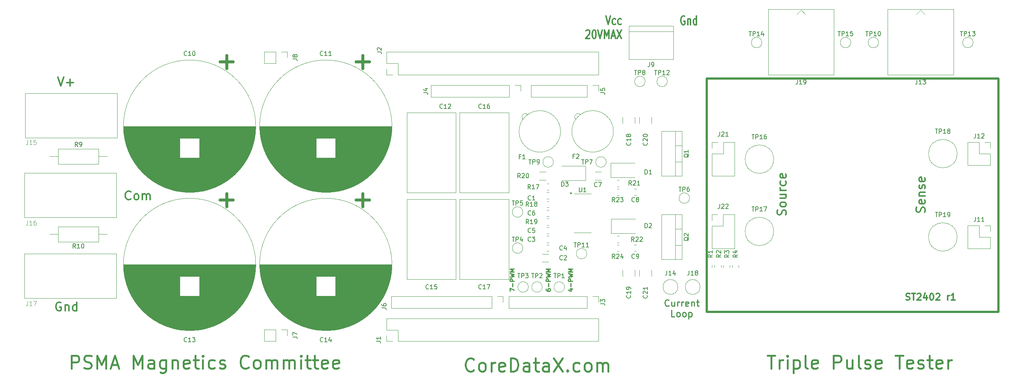
<source format=gbr>
%TF.GenerationSoftware,KiCad,Pcbnew,8.0.8*%
%TF.CreationDate,2025-01-31T18:41:33-06:00*%
%TF.ProjectId,ST2402,53543234-3032-42e6-9b69-6361645f7063,0*%
%TF.SameCoordinates,Original*%
%TF.FileFunction,Legend,Top*%
%TF.FilePolarity,Positive*%
%FSLAX46Y46*%
G04 Gerber Fmt 4.6, Leading zero omitted, Abs format (unit mm)*
G04 Created by KiCad (PCBNEW 8.0.8) date 2025-01-31 18:41:33*
%MOMM*%
%LPD*%
G01*
G04 APERTURE LIST*
%ADD10C,0.700000*%
%ADD11C,0.500000*%
%ADD12C,0.300000*%
%ADD13C,0.400000*%
%ADD14C,0.250000*%
%ADD15C,0.150000*%
%ADD16C,0.100000*%
%ADD17C,0.120000*%
G04 APERTURE END LIST*
D10*
X78095000Y-66680869D02*
X81095000Y-66680869D01*
D11*
X189230000Y-123825000D02*
X189230000Y-70485000D01*
X189230000Y-70485000D02*
X255905000Y-70485000D01*
D10*
X79595000Y-96770869D02*
X79595000Y-99770869D01*
X110710000Y-96770869D02*
X110710000Y-99770869D01*
X79595000Y-65180869D02*
X79595000Y-68180869D01*
X78095000Y-98270869D02*
X81095000Y-98270869D01*
X110710000Y-65180869D02*
X110710000Y-68180869D01*
D11*
X255905000Y-123825000D02*
X189230000Y-123825000D01*
D10*
X109210000Y-98270869D02*
X112210000Y-98270869D01*
X109210000Y-66680869D02*
X112210000Y-66680869D01*
D11*
X255905000Y-70485000D02*
X255905000Y-123825000D01*
D12*
X41726177Y-121659876D02*
X41535701Y-121564638D01*
X41535701Y-121564638D02*
X41249987Y-121564638D01*
X41249987Y-121564638D02*
X40964272Y-121659876D01*
X40964272Y-121659876D02*
X40773796Y-121850352D01*
X40773796Y-121850352D02*
X40678558Y-122040828D01*
X40678558Y-122040828D02*
X40583320Y-122421780D01*
X40583320Y-122421780D02*
X40583320Y-122707495D01*
X40583320Y-122707495D02*
X40678558Y-123088447D01*
X40678558Y-123088447D02*
X40773796Y-123278923D01*
X40773796Y-123278923D02*
X40964272Y-123469400D01*
X40964272Y-123469400D02*
X41249987Y-123564638D01*
X41249987Y-123564638D02*
X41440463Y-123564638D01*
X41440463Y-123564638D02*
X41726177Y-123469400D01*
X41726177Y-123469400D02*
X41821415Y-123374161D01*
X41821415Y-123374161D02*
X41821415Y-122707495D01*
X41821415Y-122707495D02*
X41440463Y-122707495D01*
X42678558Y-122231304D02*
X42678558Y-123564638D01*
X42678558Y-122421780D02*
X42773796Y-122326542D01*
X42773796Y-122326542D02*
X42964272Y-122231304D01*
X42964272Y-122231304D02*
X43249987Y-122231304D01*
X43249987Y-122231304D02*
X43440463Y-122326542D01*
X43440463Y-122326542D02*
X43535701Y-122517019D01*
X43535701Y-122517019D02*
X43535701Y-123564638D01*
X45345225Y-123564638D02*
X45345225Y-121564638D01*
X45345225Y-123469400D02*
X45154749Y-123564638D01*
X45154749Y-123564638D02*
X44773796Y-123564638D01*
X44773796Y-123564638D02*
X44583320Y-123469400D01*
X44583320Y-123469400D02*
X44488082Y-123374161D01*
X44488082Y-123374161D02*
X44392844Y-123183685D01*
X44392844Y-123183685D02*
X44392844Y-122612257D01*
X44392844Y-122612257D02*
X44488082Y-122421780D01*
X44488082Y-122421780D02*
X44583320Y-122326542D01*
X44583320Y-122326542D02*
X44773796Y-122231304D01*
X44773796Y-122231304D02*
X45154749Y-122231304D01*
X45154749Y-122231304D02*
X45345225Y-122326542D01*
X166268347Y-56114750D02*
X166768347Y-58114750D01*
X166768347Y-58114750D02*
X167268347Y-56114750D01*
X168411204Y-58019512D02*
X168268346Y-58114750D01*
X168268346Y-58114750D02*
X167982632Y-58114750D01*
X167982632Y-58114750D02*
X167839775Y-58019512D01*
X167839775Y-58019512D02*
X167768346Y-57924273D01*
X167768346Y-57924273D02*
X167696918Y-57733797D01*
X167696918Y-57733797D02*
X167696918Y-57162369D01*
X167696918Y-57162369D02*
X167768346Y-56971892D01*
X167768346Y-56971892D02*
X167839775Y-56876654D01*
X167839775Y-56876654D02*
X167982632Y-56781416D01*
X167982632Y-56781416D02*
X168268346Y-56781416D01*
X168268346Y-56781416D02*
X168411204Y-56876654D01*
X169696918Y-58019512D02*
X169554060Y-58114750D01*
X169554060Y-58114750D02*
X169268346Y-58114750D01*
X169268346Y-58114750D02*
X169125489Y-58019512D01*
X169125489Y-58019512D02*
X169054060Y-57924273D01*
X169054060Y-57924273D02*
X168982632Y-57733797D01*
X168982632Y-57733797D02*
X168982632Y-57162369D01*
X168982632Y-57162369D02*
X169054060Y-56971892D01*
X169054060Y-56971892D02*
X169125489Y-56876654D01*
X169125489Y-56876654D02*
X169268346Y-56781416D01*
X169268346Y-56781416D02*
X169554060Y-56781416D01*
X169554060Y-56781416D02*
X169696918Y-56876654D01*
X161696919Y-59525114D02*
X161768347Y-59429876D01*
X161768347Y-59429876D02*
X161911205Y-59334638D01*
X161911205Y-59334638D02*
X162268347Y-59334638D01*
X162268347Y-59334638D02*
X162411205Y-59429876D01*
X162411205Y-59429876D02*
X162482633Y-59525114D01*
X162482633Y-59525114D02*
X162554062Y-59715590D01*
X162554062Y-59715590D02*
X162554062Y-59906066D01*
X162554062Y-59906066D02*
X162482633Y-60191780D01*
X162482633Y-60191780D02*
X161625490Y-61334638D01*
X161625490Y-61334638D02*
X162554062Y-61334638D01*
X163482633Y-59334638D02*
X163625490Y-59334638D01*
X163625490Y-59334638D02*
X163768347Y-59429876D01*
X163768347Y-59429876D02*
X163839776Y-59525114D01*
X163839776Y-59525114D02*
X163911204Y-59715590D01*
X163911204Y-59715590D02*
X163982633Y-60096542D01*
X163982633Y-60096542D02*
X163982633Y-60572733D01*
X163982633Y-60572733D02*
X163911204Y-60953685D01*
X163911204Y-60953685D02*
X163839776Y-61144161D01*
X163839776Y-61144161D02*
X163768347Y-61239400D01*
X163768347Y-61239400D02*
X163625490Y-61334638D01*
X163625490Y-61334638D02*
X163482633Y-61334638D01*
X163482633Y-61334638D02*
X163339776Y-61239400D01*
X163339776Y-61239400D02*
X163268347Y-61144161D01*
X163268347Y-61144161D02*
X163196918Y-60953685D01*
X163196918Y-60953685D02*
X163125490Y-60572733D01*
X163125490Y-60572733D02*
X163125490Y-60096542D01*
X163125490Y-60096542D02*
X163196918Y-59715590D01*
X163196918Y-59715590D02*
X163268347Y-59525114D01*
X163268347Y-59525114D02*
X163339776Y-59429876D01*
X163339776Y-59429876D02*
X163482633Y-59334638D01*
X164411204Y-59334638D02*
X164911204Y-61334638D01*
X164911204Y-61334638D02*
X165411204Y-59334638D01*
X165911203Y-61334638D02*
X165911203Y-59334638D01*
X165911203Y-59334638D02*
X166411203Y-60763209D01*
X166411203Y-60763209D02*
X166911203Y-59334638D01*
X166911203Y-59334638D02*
X166911203Y-61334638D01*
X167554061Y-60763209D02*
X168268347Y-60763209D01*
X167411204Y-61334638D02*
X167911204Y-59334638D01*
X167911204Y-59334638D02*
X168411204Y-61334638D01*
X168768346Y-59334638D02*
X169768346Y-61334638D01*
X169768346Y-59334638D02*
X168768346Y-61334638D01*
D13*
X203113871Y-133772057D02*
X204828157Y-133772057D01*
X203971014Y-136772057D02*
X203971014Y-133772057D01*
X205828156Y-136772057D02*
X205828156Y-134772057D01*
X205828156Y-135343485D02*
X205971013Y-135057771D01*
X205971013Y-135057771D02*
X206113871Y-134914914D01*
X206113871Y-134914914D02*
X206399585Y-134772057D01*
X206399585Y-134772057D02*
X206685299Y-134772057D01*
X207685299Y-136772057D02*
X207685299Y-134772057D01*
X207685299Y-133772057D02*
X207542442Y-133914914D01*
X207542442Y-133914914D02*
X207685299Y-134057771D01*
X207685299Y-134057771D02*
X207828156Y-133914914D01*
X207828156Y-133914914D02*
X207685299Y-133772057D01*
X207685299Y-133772057D02*
X207685299Y-134057771D01*
X209113870Y-134772057D02*
X209113870Y-137772057D01*
X209113870Y-134914914D02*
X209399585Y-134772057D01*
X209399585Y-134772057D02*
X209971013Y-134772057D01*
X209971013Y-134772057D02*
X210256727Y-134914914D01*
X210256727Y-134914914D02*
X210399585Y-135057771D01*
X210399585Y-135057771D02*
X210542442Y-135343485D01*
X210542442Y-135343485D02*
X210542442Y-136200628D01*
X210542442Y-136200628D02*
X210399585Y-136486342D01*
X210399585Y-136486342D02*
X210256727Y-136629200D01*
X210256727Y-136629200D02*
X209971013Y-136772057D01*
X209971013Y-136772057D02*
X209399585Y-136772057D01*
X209399585Y-136772057D02*
X209113870Y-136629200D01*
X212256728Y-136772057D02*
X211971013Y-136629200D01*
X211971013Y-136629200D02*
X211828156Y-136343485D01*
X211828156Y-136343485D02*
X211828156Y-133772057D01*
X214542442Y-136629200D02*
X214256728Y-136772057D01*
X214256728Y-136772057D02*
X213685300Y-136772057D01*
X213685300Y-136772057D02*
X213399585Y-136629200D01*
X213399585Y-136629200D02*
X213256728Y-136343485D01*
X213256728Y-136343485D02*
X213256728Y-135200628D01*
X213256728Y-135200628D02*
X213399585Y-134914914D01*
X213399585Y-134914914D02*
X213685300Y-134772057D01*
X213685300Y-134772057D02*
X214256728Y-134772057D01*
X214256728Y-134772057D02*
X214542442Y-134914914D01*
X214542442Y-134914914D02*
X214685300Y-135200628D01*
X214685300Y-135200628D02*
X214685300Y-135486342D01*
X214685300Y-135486342D02*
X213256728Y-135772057D01*
X218256728Y-136772057D02*
X218256728Y-133772057D01*
X218256728Y-133772057D02*
X219399585Y-133772057D01*
X219399585Y-133772057D02*
X219685300Y-133914914D01*
X219685300Y-133914914D02*
X219828157Y-134057771D01*
X219828157Y-134057771D02*
X219971014Y-134343485D01*
X219971014Y-134343485D02*
X219971014Y-134772057D01*
X219971014Y-134772057D02*
X219828157Y-135057771D01*
X219828157Y-135057771D02*
X219685300Y-135200628D01*
X219685300Y-135200628D02*
X219399585Y-135343485D01*
X219399585Y-135343485D02*
X218256728Y-135343485D01*
X222542443Y-134772057D02*
X222542443Y-136772057D01*
X221256728Y-134772057D02*
X221256728Y-136343485D01*
X221256728Y-136343485D02*
X221399585Y-136629200D01*
X221399585Y-136629200D02*
X221685300Y-136772057D01*
X221685300Y-136772057D02*
X222113871Y-136772057D01*
X222113871Y-136772057D02*
X222399585Y-136629200D01*
X222399585Y-136629200D02*
X222542443Y-136486342D01*
X224399586Y-136772057D02*
X224113871Y-136629200D01*
X224113871Y-136629200D02*
X223971014Y-136343485D01*
X223971014Y-136343485D02*
X223971014Y-133772057D01*
X225399586Y-136629200D02*
X225685300Y-136772057D01*
X225685300Y-136772057D02*
X226256729Y-136772057D01*
X226256729Y-136772057D02*
X226542443Y-136629200D01*
X226542443Y-136629200D02*
X226685300Y-136343485D01*
X226685300Y-136343485D02*
X226685300Y-136200628D01*
X226685300Y-136200628D02*
X226542443Y-135914914D01*
X226542443Y-135914914D02*
X226256729Y-135772057D01*
X226256729Y-135772057D02*
X225828158Y-135772057D01*
X225828158Y-135772057D02*
X225542443Y-135629200D01*
X225542443Y-135629200D02*
X225399586Y-135343485D01*
X225399586Y-135343485D02*
X225399586Y-135200628D01*
X225399586Y-135200628D02*
X225542443Y-134914914D01*
X225542443Y-134914914D02*
X225828158Y-134772057D01*
X225828158Y-134772057D02*
X226256729Y-134772057D01*
X226256729Y-134772057D02*
X226542443Y-134914914D01*
X229113871Y-136629200D02*
X228828157Y-136772057D01*
X228828157Y-136772057D02*
X228256729Y-136772057D01*
X228256729Y-136772057D02*
X227971014Y-136629200D01*
X227971014Y-136629200D02*
X227828157Y-136343485D01*
X227828157Y-136343485D02*
X227828157Y-135200628D01*
X227828157Y-135200628D02*
X227971014Y-134914914D01*
X227971014Y-134914914D02*
X228256729Y-134772057D01*
X228256729Y-134772057D02*
X228828157Y-134772057D01*
X228828157Y-134772057D02*
X229113871Y-134914914D01*
X229113871Y-134914914D02*
X229256729Y-135200628D01*
X229256729Y-135200628D02*
X229256729Y-135486342D01*
X229256729Y-135486342D02*
X227828157Y-135772057D01*
X232399586Y-133772057D02*
X234113872Y-133772057D01*
X233256729Y-136772057D02*
X233256729Y-133772057D01*
X236256728Y-136629200D02*
X235971014Y-136772057D01*
X235971014Y-136772057D02*
X235399586Y-136772057D01*
X235399586Y-136772057D02*
X235113871Y-136629200D01*
X235113871Y-136629200D02*
X234971014Y-136343485D01*
X234971014Y-136343485D02*
X234971014Y-135200628D01*
X234971014Y-135200628D02*
X235113871Y-134914914D01*
X235113871Y-134914914D02*
X235399586Y-134772057D01*
X235399586Y-134772057D02*
X235971014Y-134772057D01*
X235971014Y-134772057D02*
X236256728Y-134914914D01*
X236256728Y-134914914D02*
X236399586Y-135200628D01*
X236399586Y-135200628D02*
X236399586Y-135486342D01*
X236399586Y-135486342D02*
X234971014Y-135772057D01*
X237542443Y-136629200D02*
X237828157Y-136772057D01*
X237828157Y-136772057D02*
X238399586Y-136772057D01*
X238399586Y-136772057D02*
X238685300Y-136629200D01*
X238685300Y-136629200D02*
X238828157Y-136343485D01*
X238828157Y-136343485D02*
X238828157Y-136200628D01*
X238828157Y-136200628D02*
X238685300Y-135914914D01*
X238685300Y-135914914D02*
X238399586Y-135772057D01*
X238399586Y-135772057D02*
X237971015Y-135772057D01*
X237971015Y-135772057D02*
X237685300Y-135629200D01*
X237685300Y-135629200D02*
X237542443Y-135343485D01*
X237542443Y-135343485D02*
X237542443Y-135200628D01*
X237542443Y-135200628D02*
X237685300Y-134914914D01*
X237685300Y-134914914D02*
X237971015Y-134772057D01*
X237971015Y-134772057D02*
X238399586Y-134772057D01*
X238399586Y-134772057D02*
X238685300Y-134914914D01*
X239685300Y-134772057D02*
X240828157Y-134772057D01*
X240113871Y-133772057D02*
X240113871Y-136343485D01*
X240113871Y-136343485D02*
X240256728Y-136629200D01*
X240256728Y-136629200D02*
X240542443Y-136772057D01*
X240542443Y-136772057D02*
X240828157Y-136772057D01*
X242971014Y-136629200D02*
X242685300Y-136772057D01*
X242685300Y-136772057D02*
X242113872Y-136772057D01*
X242113872Y-136772057D02*
X241828157Y-136629200D01*
X241828157Y-136629200D02*
X241685300Y-136343485D01*
X241685300Y-136343485D02*
X241685300Y-135200628D01*
X241685300Y-135200628D02*
X241828157Y-134914914D01*
X241828157Y-134914914D02*
X242113872Y-134772057D01*
X242113872Y-134772057D02*
X242685300Y-134772057D01*
X242685300Y-134772057D02*
X242971014Y-134914914D01*
X242971014Y-134914914D02*
X243113872Y-135200628D01*
X243113872Y-135200628D02*
X243113872Y-135486342D01*
X243113872Y-135486342D02*
X241685300Y-135772057D01*
X244399586Y-136772057D02*
X244399586Y-134772057D01*
X244399586Y-135343485D02*
X244542443Y-135057771D01*
X244542443Y-135057771D02*
X244685301Y-134914914D01*
X244685301Y-134914914D02*
X244971015Y-134772057D01*
X244971015Y-134772057D02*
X245256729Y-134772057D01*
D12*
X234798082Y-121014400D02*
X235012368Y-121085828D01*
X235012368Y-121085828D02*
X235369510Y-121085828D01*
X235369510Y-121085828D02*
X235512368Y-121014400D01*
X235512368Y-121014400D02*
X235583796Y-120942971D01*
X235583796Y-120942971D02*
X235655225Y-120800114D01*
X235655225Y-120800114D02*
X235655225Y-120657257D01*
X235655225Y-120657257D02*
X235583796Y-120514400D01*
X235583796Y-120514400D02*
X235512368Y-120442971D01*
X235512368Y-120442971D02*
X235369510Y-120371542D01*
X235369510Y-120371542D02*
X235083796Y-120300114D01*
X235083796Y-120300114D02*
X234940939Y-120228685D01*
X234940939Y-120228685D02*
X234869510Y-120157257D01*
X234869510Y-120157257D02*
X234798082Y-120014400D01*
X234798082Y-120014400D02*
X234798082Y-119871542D01*
X234798082Y-119871542D02*
X234869510Y-119728685D01*
X234869510Y-119728685D02*
X234940939Y-119657257D01*
X234940939Y-119657257D02*
X235083796Y-119585828D01*
X235083796Y-119585828D02*
X235440939Y-119585828D01*
X235440939Y-119585828D02*
X235655225Y-119657257D01*
X236083796Y-119585828D02*
X236940939Y-119585828D01*
X236512367Y-121085828D02*
X236512367Y-119585828D01*
X237369510Y-119728685D02*
X237440938Y-119657257D01*
X237440938Y-119657257D02*
X237583796Y-119585828D01*
X237583796Y-119585828D02*
X237940938Y-119585828D01*
X237940938Y-119585828D02*
X238083796Y-119657257D01*
X238083796Y-119657257D02*
X238155224Y-119728685D01*
X238155224Y-119728685D02*
X238226653Y-119871542D01*
X238226653Y-119871542D02*
X238226653Y-120014400D01*
X238226653Y-120014400D02*
X238155224Y-120228685D01*
X238155224Y-120228685D02*
X237298081Y-121085828D01*
X237298081Y-121085828D02*
X238226653Y-121085828D01*
X239512367Y-120085828D02*
X239512367Y-121085828D01*
X239155224Y-119514400D02*
X238798081Y-120585828D01*
X238798081Y-120585828D02*
X239726652Y-120585828D01*
X240583795Y-119585828D02*
X240726652Y-119585828D01*
X240726652Y-119585828D02*
X240869509Y-119657257D01*
X240869509Y-119657257D02*
X240940938Y-119728685D01*
X240940938Y-119728685D02*
X241012366Y-119871542D01*
X241012366Y-119871542D02*
X241083795Y-120157257D01*
X241083795Y-120157257D02*
X241083795Y-120514400D01*
X241083795Y-120514400D02*
X241012366Y-120800114D01*
X241012366Y-120800114D02*
X240940938Y-120942971D01*
X240940938Y-120942971D02*
X240869509Y-121014400D01*
X240869509Y-121014400D02*
X240726652Y-121085828D01*
X240726652Y-121085828D02*
X240583795Y-121085828D01*
X240583795Y-121085828D02*
X240440938Y-121014400D01*
X240440938Y-121014400D02*
X240369509Y-120942971D01*
X240369509Y-120942971D02*
X240298080Y-120800114D01*
X240298080Y-120800114D02*
X240226652Y-120514400D01*
X240226652Y-120514400D02*
X240226652Y-120157257D01*
X240226652Y-120157257D02*
X240298080Y-119871542D01*
X240298080Y-119871542D02*
X240369509Y-119728685D01*
X240369509Y-119728685D02*
X240440938Y-119657257D01*
X240440938Y-119657257D02*
X240583795Y-119585828D01*
X241655223Y-119728685D02*
X241726651Y-119657257D01*
X241726651Y-119657257D02*
X241869509Y-119585828D01*
X241869509Y-119585828D02*
X242226651Y-119585828D01*
X242226651Y-119585828D02*
X242369509Y-119657257D01*
X242369509Y-119657257D02*
X242440937Y-119728685D01*
X242440937Y-119728685D02*
X242512366Y-119871542D01*
X242512366Y-119871542D02*
X242512366Y-120014400D01*
X242512366Y-120014400D02*
X242440937Y-120228685D01*
X242440937Y-120228685D02*
X241583794Y-121085828D01*
X241583794Y-121085828D02*
X242512366Y-121085828D01*
X244298079Y-121085828D02*
X244298079Y-120085828D01*
X244298079Y-120371542D02*
X244369508Y-120228685D01*
X244369508Y-120228685D02*
X244440937Y-120157257D01*
X244440937Y-120157257D02*
X244583794Y-120085828D01*
X244583794Y-120085828D02*
X244726651Y-120085828D01*
X246012365Y-121085828D02*
X245155222Y-121085828D01*
X245583793Y-121085828D02*
X245583793Y-119585828D01*
X245583793Y-119585828D02*
X245440936Y-119800114D01*
X245440936Y-119800114D02*
X245298079Y-119942971D01*
X245298079Y-119942971D02*
X245155222Y-120014400D01*
D13*
X136041728Y-137121342D02*
X135898871Y-137264200D01*
X135898871Y-137264200D02*
X135470299Y-137407057D01*
X135470299Y-137407057D02*
X135184585Y-137407057D01*
X135184585Y-137407057D02*
X134756014Y-137264200D01*
X134756014Y-137264200D02*
X134470299Y-136978485D01*
X134470299Y-136978485D02*
X134327442Y-136692771D01*
X134327442Y-136692771D02*
X134184585Y-136121342D01*
X134184585Y-136121342D02*
X134184585Y-135692771D01*
X134184585Y-135692771D02*
X134327442Y-135121342D01*
X134327442Y-135121342D02*
X134470299Y-134835628D01*
X134470299Y-134835628D02*
X134756014Y-134549914D01*
X134756014Y-134549914D02*
X135184585Y-134407057D01*
X135184585Y-134407057D02*
X135470299Y-134407057D01*
X135470299Y-134407057D02*
X135898871Y-134549914D01*
X135898871Y-134549914D02*
X136041728Y-134692771D01*
X137756014Y-137407057D02*
X137470299Y-137264200D01*
X137470299Y-137264200D02*
X137327442Y-137121342D01*
X137327442Y-137121342D02*
X137184585Y-136835628D01*
X137184585Y-136835628D02*
X137184585Y-135978485D01*
X137184585Y-135978485D02*
X137327442Y-135692771D01*
X137327442Y-135692771D02*
X137470299Y-135549914D01*
X137470299Y-135549914D02*
X137756014Y-135407057D01*
X137756014Y-135407057D02*
X138184585Y-135407057D01*
X138184585Y-135407057D02*
X138470299Y-135549914D01*
X138470299Y-135549914D02*
X138613157Y-135692771D01*
X138613157Y-135692771D02*
X138756014Y-135978485D01*
X138756014Y-135978485D02*
X138756014Y-136835628D01*
X138756014Y-136835628D02*
X138613157Y-137121342D01*
X138613157Y-137121342D02*
X138470299Y-137264200D01*
X138470299Y-137264200D02*
X138184585Y-137407057D01*
X138184585Y-137407057D02*
X137756014Y-137407057D01*
X140041728Y-137407057D02*
X140041728Y-135407057D01*
X140041728Y-135978485D02*
X140184585Y-135692771D01*
X140184585Y-135692771D02*
X140327443Y-135549914D01*
X140327443Y-135549914D02*
X140613157Y-135407057D01*
X140613157Y-135407057D02*
X140898871Y-135407057D01*
X143041728Y-137264200D02*
X142756014Y-137407057D01*
X142756014Y-137407057D02*
X142184586Y-137407057D01*
X142184586Y-137407057D02*
X141898871Y-137264200D01*
X141898871Y-137264200D02*
X141756014Y-136978485D01*
X141756014Y-136978485D02*
X141756014Y-135835628D01*
X141756014Y-135835628D02*
X141898871Y-135549914D01*
X141898871Y-135549914D02*
X142184586Y-135407057D01*
X142184586Y-135407057D02*
X142756014Y-135407057D01*
X142756014Y-135407057D02*
X143041728Y-135549914D01*
X143041728Y-135549914D02*
X143184586Y-135835628D01*
X143184586Y-135835628D02*
X143184586Y-136121342D01*
X143184586Y-136121342D02*
X141756014Y-136407057D01*
X144470300Y-137407057D02*
X144470300Y-134407057D01*
X144470300Y-134407057D02*
X145184586Y-134407057D01*
X145184586Y-134407057D02*
X145613157Y-134549914D01*
X145613157Y-134549914D02*
X145898872Y-134835628D01*
X145898872Y-134835628D02*
X146041729Y-135121342D01*
X146041729Y-135121342D02*
X146184586Y-135692771D01*
X146184586Y-135692771D02*
X146184586Y-136121342D01*
X146184586Y-136121342D02*
X146041729Y-136692771D01*
X146041729Y-136692771D02*
X145898872Y-136978485D01*
X145898872Y-136978485D02*
X145613157Y-137264200D01*
X145613157Y-137264200D02*
X145184586Y-137407057D01*
X145184586Y-137407057D02*
X144470300Y-137407057D01*
X148756015Y-137407057D02*
X148756015Y-135835628D01*
X148756015Y-135835628D02*
X148613157Y-135549914D01*
X148613157Y-135549914D02*
X148327443Y-135407057D01*
X148327443Y-135407057D02*
X147756015Y-135407057D01*
X147756015Y-135407057D02*
X147470300Y-135549914D01*
X148756015Y-137264200D02*
X148470300Y-137407057D01*
X148470300Y-137407057D02*
X147756015Y-137407057D01*
X147756015Y-137407057D02*
X147470300Y-137264200D01*
X147470300Y-137264200D02*
X147327443Y-136978485D01*
X147327443Y-136978485D02*
X147327443Y-136692771D01*
X147327443Y-136692771D02*
X147470300Y-136407057D01*
X147470300Y-136407057D02*
X147756015Y-136264200D01*
X147756015Y-136264200D02*
X148470300Y-136264200D01*
X148470300Y-136264200D02*
X148756015Y-136121342D01*
X149756015Y-135407057D02*
X150898872Y-135407057D01*
X150184586Y-134407057D02*
X150184586Y-136978485D01*
X150184586Y-136978485D02*
X150327443Y-137264200D01*
X150327443Y-137264200D02*
X150613158Y-137407057D01*
X150613158Y-137407057D02*
X150898872Y-137407057D01*
X153184587Y-137407057D02*
X153184587Y-135835628D01*
X153184587Y-135835628D02*
X153041729Y-135549914D01*
X153041729Y-135549914D02*
X152756015Y-135407057D01*
X152756015Y-135407057D02*
X152184587Y-135407057D01*
X152184587Y-135407057D02*
X151898872Y-135549914D01*
X153184587Y-137264200D02*
X152898872Y-137407057D01*
X152898872Y-137407057D02*
X152184587Y-137407057D01*
X152184587Y-137407057D02*
X151898872Y-137264200D01*
X151898872Y-137264200D02*
X151756015Y-136978485D01*
X151756015Y-136978485D02*
X151756015Y-136692771D01*
X151756015Y-136692771D02*
X151898872Y-136407057D01*
X151898872Y-136407057D02*
X152184587Y-136264200D01*
X152184587Y-136264200D02*
X152898872Y-136264200D01*
X152898872Y-136264200D02*
X153184587Y-136121342D01*
X154327444Y-134407057D02*
X156327444Y-137407057D01*
X156327444Y-134407057D02*
X154327444Y-137407057D01*
X157470301Y-137121342D02*
X157613158Y-137264200D01*
X157613158Y-137264200D02*
X157470301Y-137407057D01*
X157470301Y-137407057D02*
X157327444Y-137264200D01*
X157327444Y-137264200D02*
X157470301Y-137121342D01*
X157470301Y-137121342D02*
X157470301Y-137407057D01*
X160184587Y-137264200D02*
X159898872Y-137407057D01*
X159898872Y-137407057D02*
X159327444Y-137407057D01*
X159327444Y-137407057D02*
X159041729Y-137264200D01*
X159041729Y-137264200D02*
X158898872Y-137121342D01*
X158898872Y-137121342D02*
X158756015Y-136835628D01*
X158756015Y-136835628D02*
X158756015Y-135978485D01*
X158756015Y-135978485D02*
X158898872Y-135692771D01*
X158898872Y-135692771D02*
X159041729Y-135549914D01*
X159041729Y-135549914D02*
X159327444Y-135407057D01*
X159327444Y-135407057D02*
X159898872Y-135407057D01*
X159898872Y-135407057D02*
X160184587Y-135549914D01*
X161898873Y-137407057D02*
X161613158Y-137264200D01*
X161613158Y-137264200D02*
X161470301Y-137121342D01*
X161470301Y-137121342D02*
X161327444Y-136835628D01*
X161327444Y-136835628D02*
X161327444Y-135978485D01*
X161327444Y-135978485D02*
X161470301Y-135692771D01*
X161470301Y-135692771D02*
X161613158Y-135549914D01*
X161613158Y-135549914D02*
X161898873Y-135407057D01*
X161898873Y-135407057D02*
X162327444Y-135407057D01*
X162327444Y-135407057D02*
X162613158Y-135549914D01*
X162613158Y-135549914D02*
X162756016Y-135692771D01*
X162756016Y-135692771D02*
X162898873Y-135978485D01*
X162898873Y-135978485D02*
X162898873Y-136835628D01*
X162898873Y-136835628D02*
X162756016Y-137121342D01*
X162756016Y-137121342D02*
X162613158Y-137264200D01*
X162613158Y-137264200D02*
X162327444Y-137407057D01*
X162327444Y-137407057D02*
X161898873Y-137407057D01*
X164184587Y-137407057D02*
X164184587Y-135407057D01*
X164184587Y-135692771D02*
X164327444Y-135549914D01*
X164327444Y-135549914D02*
X164613159Y-135407057D01*
X164613159Y-135407057D02*
X165041730Y-135407057D01*
X165041730Y-135407057D02*
X165327444Y-135549914D01*
X165327444Y-135549914D02*
X165470302Y-135835628D01*
X165470302Y-135835628D02*
X165470302Y-137407057D01*
X165470302Y-135835628D02*
X165613159Y-135549914D01*
X165613159Y-135549914D02*
X165898873Y-135407057D01*
X165898873Y-135407057D02*
X166327444Y-135407057D01*
X166327444Y-135407057D02*
X166613159Y-135549914D01*
X166613159Y-135549914D02*
X166756016Y-135835628D01*
X166756016Y-135835628D02*
X166756016Y-137407057D01*
X44157442Y-136772057D02*
X44157442Y-133772057D01*
X44157442Y-133772057D02*
X45300299Y-133772057D01*
X45300299Y-133772057D02*
X45586014Y-133914914D01*
X45586014Y-133914914D02*
X45728871Y-134057771D01*
X45728871Y-134057771D02*
X45871728Y-134343485D01*
X45871728Y-134343485D02*
X45871728Y-134772057D01*
X45871728Y-134772057D02*
X45728871Y-135057771D01*
X45728871Y-135057771D02*
X45586014Y-135200628D01*
X45586014Y-135200628D02*
X45300299Y-135343485D01*
X45300299Y-135343485D02*
X44157442Y-135343485D01*
X47014585Y-136629200D02*
X47443157Y-136772057D01*
X47443157Y-136772057D02*
X48157442Y-136772057D01*
X48157442Y-136772057D02*
X48443157Y-136629200D01*
X48443157Y-136629200D02*
X48586014Y-136486342D01*
X48586014Y-136486342D02*
X48728871Y-136200628D01*
X48728871Y-136200628D02*
X48728871Y-135914914D01*
X48728871Y-135914914D02*
X48586014Y-135629200D01*
X48586014Y-135629200D02*
X48443157Y-135486342D01*
X48443157Y-135486342D02*
X48157442Y-135343485D01*
X48157442Y-135343485D02*
X47586014Y-135200628D01*
X47586014Y-135200628D02*
X47300299Y-135057771D01*
X47300299Y-135057771D02*
X47157442Y-134914914D01*
X47157442Y-134914914D02*
X47014585Y-134629200D01*
X47014585Y-134629200D02*
X47014585Y-134343485D01*
X47014585Y-134343485D02*
X47157442Y-134057771D01*
X47157442Y-134057771D02*
X47300299Y-133914914D01*
X47300299Y-133914914D02*
X47586014Y-133772057D01*
X47586014Y-133772057D02*
X48300299Y-133772057D01*
X48300299Y-133772057D02*
X48728871Y-133914914D01*
X50014585Y-136772057D02*
X50014585Y-133772057D01*
X50014585Y-133772057D02*
X51014585Y-135914914D01*
X51014585Y-135914914D02*
X52014585Y-133772057D01*
X52014585Y-133772057D02*
X52014585Y-136772057D01*
X53300299Y-135914914D02*
X54728871Y-135914914D01*
X53014585Y-136772057D02*
X54014585Y-133772057D01*
X54014585Y-133772057D02*
X55014585Y-136772057D01*
X58300299Y-136772057D02*
X58300299Y-133772057D01*
X58300299Y-133772057D02*
X59300299Y-135914914D01*
X59300299Y-135914914D02*
X60300299Y-133772057D01*
X60300299Y-133772057D02*
X60300299Y-136772057D01*
X63014585Y-136772057D02*
X63014585Y-135200628D01*
X63014585Y-135200628D02*
X62871727Y-134914914D01*
X62871727Y-134914914D02*
X62586013Y-134772057D01*
X62586013Y-134772057D02*
X62014585Y-134772057D01*
X62014585Y-134772057D02*
X61728870Y-134914914D01*
X63014585Y-136629200D02*
X62728870Y-136772057D01*
X62728870Y-136772057D02*
X62014585Y-136772057D01*
X62014585Y-136772057D02*
X61728870Y-136629200D01*
X61728870Y-136629200D02*
X61586013Y-136343485D01*
X61586013Y-136343485D02*
X61586013Y-136057771D01*
X61586013Y-136057771D02*
X61728870Y-135772057D01*
X61728870Y-135772057D02*
X62014585Y-135629200D01*
X62014585Y-135629200D02*
X62728870Y-135629200D01*
X62728870Y-135629200D02*
X63014585Y-135486342D01*
X65728871Y-134772057D02*
X65728871Y-137200628D01*
X65728871Y-137200628D02*
X65586013Y-137486342D01*
X65586013Y-137486342D02*
X65443156Y-137629200D01*
X65443156Y-137629200D02*
X65157442Y-137772057D01*
X65157442Y-137772057D02*
X64728871Y-137772057D01*
X64728871Y-137772057D02*
X64443156Y-137629200D01*
X65728871Y-136629200D02*
X65443156Y-136772057D01*
X65443156Y-136772057D02*
X64871728Y-136772057D01*
X64871728Y-136772057D02*
X64586013Y-136629200D01*
X64586013Y-136629200D02*
X64443156Y-136486342D01*
X64443156Y-136486342D02*
X64300299Y-136200628D01*
X64300299Y-136200628D02*
X64300299Y-135343485D01*
X64300299Y-135343485D02*
X64443156Y-135057771D01*
X64443156Y-135057771D02*
X64586013Y-134914914D01*
X64586013Y-134914914D02*
X64871728Y-134772057D01*
X64871728Y-134772057D02*
X65443156Y-134772057D01*
X65443156Y-134772057D02*
X65728871Y-134914914D01*
X67157442Y-134772057D02*
X67157442Y-136772057D01*
X67157442Y-135057771D02*
X67300299Y-134914914D01*
X67300299Y-134914914D02*
X67586014Y-134772057D01*
X67586014Y-134772057D02*
X68014585Y-134772057D01*
X68014585Y-134772057D02*
X68300299Y-134914914D01*
X68300299Y-134914914D02*
X68443157Y-135200628D01*
X68443157Y-135200628D02*
X68443157Y-136772057D01*
X71014585Y-136629200D02*
X70728871Y-136772057D01*
X70728871Y-136772057D02*
X70157443Y-136772057D01*
X70157443Y-136772057D02*
X69871728Y-136629200D01*
X69871728Y-136629200D02*
X69728871Y-136343485D01*
X69728871Y-136343485D02*
X69728871Y-135200628D01*
X69728871Y-135200628D02*
X69871728Y-134914914D01*
X69871728Y-134914914D02*
X70157443Y-134772057D01*
X70157443Y-134772057D02*
X70728871Y-134772057D01*
X70728871Y-134772057D02*
X71014585Y-134914914D01*
X71014585Y-134914914D02*
X71157443Y-135200628D01*
X71157443Y-135200628D02*
X71157443Y-135486342D01*
X71157443Y-135486342D02*
X69728871Y-135772057D01*
X72014586Y-134772057D02*
X73157443Y-134772057D01*
X72443157Y-133772057D02*
X72443157Y-136343485D01*
X72443157Y-136343485D02*
X72586014Y-136629200D01*
X72586014Y-136629200D02*
X72871729Y-136772057D01*
X72871729Y-136772057D02*
X73157443Y-136772057D01*
X74157443Y-136772057D02*
X74157443Y-134772057D01*
X74157443Y-133772057D02*
X74014586Y-133914914D01*
X74014586Y-133914914D02*
X74157443Y-134057771D01*
X74157443Y-134057771D02*
X74300300Y-133914914D01*
X74300300Y-133914914D02*
X74157443Y-133772057D01*
X74157443Y-133772057D02*
X74157443Y-134057771D01*
X76871729Y-136629200D02*
X76586014Y-136772057D01*
X76586014Y-136772057D02*
X76014586Y-136772057D01*
X76014586Y-136772057D02*
X75728871Y-136629200D01*
X75728871Y-136629200D02*
X75586014Y-136486342D01*
X75586014Y-136486342D02*
X75443157Y-136200628D01*
X75443157Y-136200628D02*
X75443157Y-135343485D01*
X75443157Y-135343485D02*
X75586014Y-135057771D01*
X75586014Y-135057771D02*
X75728871Y-134914914D01*
X75728871Y-134914914D02*
X76014586Y-134772057D01*
X76014586Y-134772057D02*
X76586014Y-134772057D01*
X76586014Y-134772057D02*
X76871729Y-134914914D01*
X78014586Y-136629200D02*
X78300300Y-136772057D01*
X78300300Y-136772057D02*
X78871729Y-136772057D01*
X78871729Y-136772057D02*
X79157443Y-136629200D01*
X79157443Y-136629200D02*
X79300300Y-136343485D01*
X79300300Y-136343485D02*
X79300300Y-136200628D01*
X79300300Y-136200628D02*
X79157443Y-135914914D01*
X79157443Y-135914914D02*
X78871729Y-135772057D01*
X78871729Y-135772057D02*
X78443158Y-135772057D01*
X78443158Y-135772057D02*
X78157443Y-135629200D01*
X78157443Y-135629200D02*
X78014586Y-135343485D01*
X78014586Y-135343485D02*
X78014586Y-135200628D01*
X78014586Y-135200628D02*
X78157443Y-134914914D01*
X78157443Y-134914914D02*
X78443158Y-134772057D01*
X78443158Y-134772057D02*
X78871729Y-134772057D01*
X78871729Y-134772057D02*
X79157443Y-134914914D01*
X84586014Y-136486342D02*
X84443157Y-136629200D01*
X84443157Y-136629200D02*
X84014585Y-136772057D01*
X84014585Y-136772057D02*
X83728871Y-136772057D01*
X83728871Y-136772057D02*
X83300300Y-136629200D01*
X83300300Y-136629200D02*
X83014585Y-136343485D01*
X83014585Y-136343485D02*
X82871728Y-136057771D01*
X82871728Y-136057771D02*
X82728871Y-135486342D01*
X82728871Y-135486342D02*
X82728871Y-135057771D01*
X82728871Y-135057771D02*
X82871728Y-134486342D01*
X82871728Y-134486342D02*
X83014585Y-134200628D01*
X83014585Y-134200628D02*
X83300300Y-133914914D01*
X83300300Y-133914914D02*
X83728871Y-133772057D01*
X83728871Y-133772057D02*
X84014585Y-133772057D01*
X84014585Y-133772057D02*
X84443157Y-133914914D01*
X84443157Y-133914914D02*
X84586014Y-134057771D01*
X86300300Y-136772057D02*
X86014585Y-136629200D01*
X86014585Y-136629200D02*
X85871728Y-136486342D01*
X85871728Y-136486342D02*
X85728871Y-136200628D01*
X85728871Y-136200628D02*
X85728871Y-135343485D01*
X85728871Y-135343485D02*
X85871728Y-135057771D01*
X85871728Y-135057771D02*
X86014585Y-134914914D01*
X86014585Y-134914914D02*
X86300300Y-134772057D01*
X86300300Y-134772057D02*
X86728871Y-134772057D01*
X86728871Y-134772057D02*
X87014585Y-134914914D01*
X87014585Y-134914914D02*
X87157443Y-135057771D01*
X87157443Y-135057771D02*
X87300300Y-135343485D01*
X87300300Y-135343485D02*
X87300300Y-136200628D01*
X87300300Y-136200628D02*
X87157443Y-136486342D01*
X87157443Y-136486342D02*
X87014585Y-136629200D01*
X87014585Y-136629200D02*
X86728871Y-136772057D01*
X86728871Y-136772057D02*
X86300300Y-136772057D01*
X88586014Y-136772057D02*
X88586014Y-134772057D01*
X88586014Y-135057771D02*
X88728871Y-134914914D01*
X88728871Y-134914914D02*
X89014586Y-134772057D01*
X89014586Y-134772057D02*
X89443157Y-134772057D01*
X89443157Y-134772057D02*
X89728871Y-134914914D01*
X89728871Y-134914914D02*
X89871729Y-135200628D01*
X89871729Y-135200628D02*
X89871729Y-136772057D01*
X89871729Y-135200628D02*
X90014586Y-134914914D01*
X90014586Y-134914914D02*
X90300300Y-134772057D01*
X90300300Y-134772057D02*
X90728871Y-134772057D01*
X90728871Y-134772057D02*
X91014586Y-134914914D01*
X91014586Y-134914914D02*
X91157443Y-135200628D01*
X91157443Y-135200628D02*
X91157443Y-136772057D01*
X92586014Y-136772057D02*
X92586014Y-134772057D01*
X92586014Y-135057771D02*
X92728871Y-134914914D01*
X92728871Y-134914914D02*
X93014586Y-134772057D01*
X93014586Y-134772057D02*
X93443157Y-134772057D01*
X93443157Y-134772057D02*
X93728871Y-134914914D01*
X93728871Y-134914914D02*
X93871729Y-135200628D01*
X93871729Y-135200628D02*
X93871729Y-136772057D01*
X93871729Y-135200628D02*
X94014586Y-134914914D01*
X94014586Y-134914914D02*
X94300300Y-134772057D01*
X94300300Y-134772057D02*
X94728871Y-134772057D01*
X94728871Y-134772057D02*
X95014586Y-134914914D01*
X95014586Y-134914914D02*
X95157443Y-135200628D01*
X95157443Y-135200628D02*
X95157443Y-136772057D01*
X96586014Y-136772057D02*
X96586014Y-134772057D01*
X96586014Y-133772057D02*
X96443157Y-133914914D01*
X96443157Y-133914914D02*
X96586014Y-134057771D01*
X96586014Y-134057771D02*
X96728871Y-133914914D01*
X96728871Y-133914914D02*
X96586014Y-133772057D01*
X96586014Y-133772057D02*
X96586014Y-134057771D01*
X97586014Y-134772057D02*
X98728871Y-134772057D01*
X98014585Y-133772057D02*
X98014585Y-136343485D01*
X98014585Y-136343485D02*
X98157442Y-136629200D01*
X98157442Y-136629200D02*
X98443157Y-136772057D01*
X98443157Y-136772057D02*
X98728871Y-136772057D01*
X99300300Y-134772057D02*
X100443157Y-134772057D01*
X99728871Y-133772057D02*
X99728871Y-136343485D01*
X99728871Y-136343485D02*
X99871728Y-136629200D01*
X99871728Y-136629200D02*
X100157443Y-136772057D01*
X100157443Y-136772057D02*
X100443157Y-136772057D01*
X102586014Y-136629200D02*
X102300300Y-136772057D01*
X102300300Y-136772057D02*
X101728872Y-136772057D01*
X101728872Y-136772057D02*
X101443157Y-136629200D01*
X101443157Y-136629200D02*
X101300300Y-136343485D01*
X101300300Y-136343485D02*
X101300300Y-135200628D01*
X101300300Y-135200628D02*
X101443157Y-134914914D01*
X101443157Y-134914914D02*
X101728872Y-134772057D01*
X101728872Y-134772057D02*
X102300300Y-134772057D01*
X102300300Y-134772057D02*
X102586014Y-134914914D01*
X102586014Y-134914914D02*
X102728872Y-135200628D01*
X102728872Y-135200628D02*
X102728872Y-135486342D01*
X102728872Y-135486342D02*
X101300300Y-135772057D01*
X105157443Y-136629200D02*
X104871729Y-136772057D01*
X104871729Y-136772057D02*
X104300301Y-136772057D01*
X104300301Y-136772057D02*
X104014586Y-136629200D01*
X104014586Y-136629200D02*
X103871729Y-136343485D01*
X103871729Y-136343485D02*
X103871729Y-135200628D01*
X103871729Y-135200628D02*
X104014586Y-134914914D01*
X104014586Y-134914914D02*
X104300301Y-134772057D01*
X104300301Y-134772057D02*
X104871729Y-134772057D01*
X104871729Y-134772057D02*
X105157443Y-134914914D01*
X105157443Y-134914914D02*
X105300301Y-135200628D01*
X105300301Y-135200628D02*
X105300301Y-135486342D01*
X105300301Y-135486342D02*
X103871729Y-135772057D01*
D12*
X239039400Y-101021679D02*
X239134638Y-100735965D01*
X239134638Y-100735965D02*
X239134638Y-100259774D01*
X239134638Y-100259774D02*
X239039400Y-100069298D01*
X239039400Y-100069298D02*
X238944161Y-99974060D01*
X238944161Y-99974060D02*
X238753685Y-99878822D01*
X238753685Y-99878822D02*
X238563209Y-99878822D01*
X238563209Y-99878822D02*
X238372733Y-99974060D01*
X238372733Y-99974060D02*
X238277495Y-100069298D01*
X238277495Y-100069298D02*
X238182257Y-100259774D01*
X238182257Y-100259774D02*
X238087019Y-100640727D01*
X238087019Y-100640727D02*
X237991780Y-100831203D01*
X237991780Y-100831203D02*
X237896542Y-100926441D01*
X237896542Y-100926441D02*
X237706066Y-101021679D01*
X237706066Y-101021679D02*
X237515590Y-101021679D01*
X237515590Y-101021679D02*
X237325114Y-100926441D01*
X237325114Y-100926441D02*
X237229876Y-100831203D01*
X237229876Y-100831203D02*
X237134638Y-100640727D01*
X237134638Y-100640727D02*
X237134638Y-100164536D01*
X237134638Y-100164536D02*
X237229876Y-99878822D01*
X239039400Y-98259774D02*
X239134638Y-98450250D01*
X239134638Y-98450250D02*
X239134638Y-98831203D01*
X239134638Y-98831203D02*
X239039400Y-99021679D01*
X239039400Y-99021679D02*
X238848923Y-99116917D01*
X238848923Y-99116917D02*
X238087019Y-99116917D01*
X238087019Y-99116917D02*
X237896542Y-99021679D01*
X237896542Y-99021679D02*
X237801304Y-98831203D01*
X237801304Y-98831203D02*
X237801304Y-98450250D01*
X237801304Y-98450250D02*
X237896542Y-98259774D01*
X237896542Y-98259774D02*
X238087019Y-98164536D01*
X238087019Y-98164536D02*
X238277495Y-98164536D01*
X238277495Y-98164536D02*
X238467971Y-99116917D01*
X237801304Y-97307393D02*
X239134638Y-97307393D01*
X237991780Y-97307393D02*
X237896542Y-97212155D01*
X237896542Y-97212155D02*
X237801304Y-97021679D01*
X237801304Y-97021679D02*
X237801304Y-96735964D01*
X237801304Y-96735964D02*
X237896542Y-96545488D01*
X237896542Y-96545488D02*
X238087019Y-96450250D01*
X238087019Y-96450250D02*
X239134638Y-96450250D01*
X239039400Y-95593107D02*
X239134638Y-95402631D01*
X239134638Y-95402631D02*
X239134638Y-95021679D01*
X239134638Y-95021679D02*
X239039400Y-94831202D01*
X239039400Y-94831202D02*
X238848923Y-94735964D01*
X238848923Y-94735964D02*
X238753685Y-94735964D01*
X238753685Y-94735964D02*
X238563209Y-94831202D01*
X238563209Y-94831202D02*
X238467971Y-95021679D01*
X238467971Y-95021679D02*
X238467971Y-95307393D01*
X238467971Y-95307393D02*
X238372733Y-95497869D01*
X238372733Y-95497869D02*
X238182257Y-95593107D01*
X238182257Y-95593107D02*
X238087019Y-95593107D01*
X238087019Y-95593107D02*
X237896542Y-95497869D01*
X237896542Y-95497869D02*
X237801304Y-95307393D01*
X237801304Y-95307393D02*
X237801304Y-95021679D01*
X237801304Y-95021679D02*
X237896542Y-94831202D01*
X239039400Y-93116916D02*
X239134638Y-93307392D01*
X239134638Y-93307392D02*
X239134638Y-93688345D01*
X239134638Y-93688345D02*
X239039400Y-93878821D01*
X239039400Y-93878821D02*
X238848923Y-93974059D01*
X238848923Y-93974059D02*
X238087019Y-93974059D01*
X238087019Y-93974059D02*
X237896542Y-93878821D01*
X237896542Y-93878821D02*
X237801304Y-93688345D01*
X237801304Y-93688345D02*
X237801304Y-93307392D01*
X237801304Y-93307392D02*
X237896542Y-93116916D01*
X237896542Y-93116916D02*
X238087019Y-93021678D01*
X238087019Y-93021678D02*
X238277495Y-93021678D01*
X238277495Y-93021678D02*
X238467971Y-93974059D01*
D14*
X152534619Y-118548860D02*
X152534619Y-118739336D01*
X152534619Y-118739336D02*
X152582238Y-118834574D01*
X152582238Y-118834574D02*
X152629857Y-118882193D01*
X152629857Y-118882193D02*
X152772714Y-118977431D01*
X152772714Y-118977431D02*
X152963190Y-119025050D01*
X152963190Y-119025050D02*
X153344142Y-119025050D01*
X153344142Y-119025050D02*
X153439380Y-118977431D01*
X153439380Y-118977431D02*
X153487000Y-118929812D01*
X153487000Y-118929812D02*
X153534619Y-118834574D01*
X153534619Y-118834574D02*
X153534619Y-118644098D01*
X153534619Y-118644098D02*
X153487000Y-118548860D01*
X153487000Y-118548860D02*
X153439380Y-118501241D01*
X153439380Y-118501241D02*
X153344142Y-118453622D01*
X153344142Y-118453622D02*
X153106047Y-118453622D01*
X153106047Y-118453622D02*
X153010809Y-118501241D01*
X153010809Y-118501241D02*
X152963190Y-118548860D01*
X152963190Y-118548860D02*
X152915571Y-118644098D01*
X152915571Y-118644098D02*
X152915571Y-118834574D01*
X152915571Y-118834574D02*
X152963190Y-118929812D01*
X152963190Y-118929812D02*
X153010809Y-118977431D01*
X153010809Y-118977431D02*
X153106047Y-119025050D01*
X153153666Y-118025050D02*
X153153666Y-117263146D01*
X153534619Y-116786955D02*
X152534619Y-116786955D01*
X152534619Y-116786955D02*
X152534619Y-116406003D01*
X152534619Y-116406003D02*
X152582238Y-116310765D01*
X152582238Y-116310765D02*
X152629857Y-116263146D01*
X152629857Y-116263146D02*
X152725095Y-116215527D01*
X152725095Y-116215527D02*
X152867952Y-116215527D01*
X152867952Y-116215527D02*
X152963190Y-116263146D01*
X152963190Y-116263146D02*
X153010809Y-116310765D01*
X153010809Y-116310765D02*
X153058428Y-116406003D01*
X153058428Y-116406003D02*
X153058428Y-116786955D01*
X152534619Y-115882193D02*
X153534619Y-115644098D01*
X153534619Y-115644098D02*
X152820333Y-115453622D01*
X152820333Y-115453622D02*
X153534619Y-115263146D01*
X153534619Y-115263146D02*
X152534619Y-115025051D01*
X153534619Y-114644098D02*
X152534619Y-114644098D01*
X152534619Y-114644098D02*
X153248904Y-114310765D01*
X153248904Y-114310765D02*
X152534619Y-113977432D01*
X152534619Y-113977432D02*
X153534619Y-113977432D01*
X157947952Y-118548860D02*
X158614619Y-118548860D01*
X157567000Y-118786955D02*
X158281285Y-119025050D01*
X158281285Y-119025050D02*
X158281285Y-118406003D01*
X158233666Y-118025050D02*
X158233666Y-117263146D01*
X158614619Y-116786955D02*
X157614619Y-116786955D01*
X157614619Y-116786955D02*
X157614619Y-116406003D01*
X157614619Y-116406003D02*
X157662238Y-116310765D01*
X157662238Y-116310765D02*
X157709857Y-116263146D01*
X157709857Y-116263146D02*
X157805095Y-116215527D01*
X157805095Y-116215527D02*
X157947952Y-116215527D01*
X157947952Y-116215527D02*
X158043190Y-116263146D01*
X158043190Y-116263146D02*
X158090809Y-116310765D01*
X158090809Y-116310765D02*
X158138428Y-116406003D01*
X158138428Y-116406003D02*
X158138428Y-116786955D01*
X157614619Y-115882193D02*
X158614619Y-115644098D01*
X158614619Y-115644098D02*
X157900333Y-115453622D01*
X157900333Y-115453622D02*
X158614619Y-115263146D01*
X158614619Y-115263146D02*
X157614619Y-115025051D01*
X158614619Y-114644098D02*
X157614619Y-114644098D01*
X157614619Y-114644098D02*
X158328904Y-114310765D01*
X158328904Y-114310765D02*
X157614619Y-113977432D01*
X157614619Y-113977432D02*
X158614619Y-113977432D01*
D12*
X184220225Y-56254876D02*
X184077368Y-56159638D01*
X184077368Y-56159638D02*
X183863082Y-56159638D01*
X183863082Y-56159638D02*
X183648796Y-56254876D01*
X183648796Y-56254876D02*
X183505939Y-56445352D01*
X183505939Y-56445352D02*
X183434510Y-56635828D01*
X183434510Y-56635828D02*
X183363082Y-57016780D01*
X183363082Y-57016780D02*
X183363082Y-57302495D01*
X183363082Y-57302495D02*
X183434510Y-57683447D01*
X183434510Y-57683447D02*
X183505939Y-57873923D01*
X183505939Y-57873923D02*
X183648796Y-58064400D01*
X183648796Y-58064400D02*
X183863082Y-58159638D01*
X183863082Y-58159638D02*
X184005939Y-58159638D01*
X184005939Y-58159638D02*
X184220225Y-58064400D01*
X184220225Y-58064400D02*
X184291653Y-57969161D01*
X184291653Y-57969161D02*
X184291653Y-57302495D01*
X184291653Y-57302495D02*
X184005939Y-57302495D01*
X184934510Y-56826304D02*
X184934510Y-58159638D01*
X184934510Y-57016780D02*
X185005939Y-56921542D01*
X185005939Y-56921542D02*
X185148796Y-56826304D01*
X185148796Y-56826304D02*
X185363082Y-56826304D01*
X185363082Y-56826304D02*
X185505939Y-56921542D01*
X185505939Y-56921542D02*
X185577368Y-57112019D01*
X185577368Y-57112019D02*
X185577368Y-58159638D01*
X186934511Y-58159638D02*
X186934511Y-56159638D01*
X186934511Y-58064400D02*
X186791653Y-58159638D01*
X186791653Y-58159638D02*
X186505939Y-58159638D01*
X186505939Y-58159638D02*
X186363082Y-58064400D01*
X186363082Y-58064400D02*
X186291653Y-57969161D01*
X186291653Y-57969161D02*
X186220225Y-57778685D01*
X186220225Y-57778685D02*
X186220225Y-57207257D01*
X186220225Y-57207257D02*
X186291653Y-57016780D01*
X186291653Y-57016780D02*
X186363082Y-56921542D01*
X186363082Y-56921542D02*
X186505939Y-56826304D01*
X186505939Y-56826304D02*
X186791653Y-56826304D01*
X186791653Y-56826304D02*
X186934511Y-56921542D01*
D14*
X144279619Y-119072669D02*
X144279619Y-118406003D01*
X144279619Y-118406003D02*
X145279619Y-118834574D01*
X144898666Y-118025050D02*
X144898666Y-117263146D01*
X145279619Y-116786955D02*
X144279619Y-116786955D01*
X144279619Y-116786955D02*
X144279619Y-116406003D01*
X144279619Y-116406003D02*
X144327238Y-116310765D01*
X144327238Y-116310765D02*
X144374857Y-116263146D01*
X144374857Y-116263146D02*
X144470095Y-116215527D01*
X144470095Y-116215527D02*
X144612952Y-116215527D01*
X144612952Y-116215527D02*
X144708190Y-116263146D01*
X144708190Y-116263146D02*
X144755809Y-116310765D01*
X144755809Y-116310765D02*
X144803428Y-116406003D01*
X144803428Y-116406003D02*
X144803428Y-116786955D01*
X144279619Y-115882193D02*
X145279619Y-115644098D01*
X145279619Y-115644098D02*
X144565333Y-115453622D01*
X144565333Y-115453622D02*
X145279619Y-115263146D01*
X145279619Y-115263146D02*
X144279619Y-115025051D01*
X145279619Y-114644098D02*
X144279619Y-114644098D01*
X144279619Y-114644098D02*
X144993904Y-114310765D01*
X144993904Y-114310765D02*
X144279619Y-113977432D01*
X144279619Y-113977432D02*
X145279619Y-113977432D01*
X180622143Y-122340655D02*
X180550715Y-122412084D01*
X180550715Y-122412084D02*
X180336429Y-122483512D01*
X180336429Y-122483512D02*
X180193572Y-122483512D01*
X180193572Y-122483512D02*
X179979286Y-122412084D01*
X179979286Y-122412084D02*
X179836429Y-122269226D01*
X179836429Y-122269226D02*
X179765000Y-122126369D01*
X179765000Y-122126369D02*
X179693572Y-121840655D01*
X179693572Y-121840655D02*
X179693572Y-121626369D01*
X179693572Y-121626369D02*
X179765000Y-121340655D01*
X179765000Y-121340655D02*
X179836429Y-121197798D01*
X179836429Y-121197798D02*
X179979286Y-121054941D01*
X179979286Y-121054941D02*
X180193572Y-120983512D01*
X180193572Y-120983512D02*
X180336429Y-120983512D01*
X180336429Y-120983512D02*
X180550715Y-121054941D01*
X180550715Y-121054941D02*
X180622143Y-121126369D01*
X181907858Y-121483512D02*
X181907858Y-122483512D01*
X181265000Y-121483512D02*
X181265000Y-122269226D01*
X181265000Y-122269226D02*
X181336429Y-122412084D01*
X181336429Y-122412084D02*
X181479286Y-122483512D01*
X181479286Y-122483512D02*
X181693572Y-122483512D01*
X181693572Y-122483512D02*
X181836429Y-122412084D01*
X181836429Y-122412084D02*
X181907858Y-122340655D01*
X182622143Y-122483512D02*
X182622143Y-121483512D01*
X182622143Y-121769226D02*
X182693572Y-121626369D01*
X182693572Y-121626369D02*
X182765001Y-121554941D01*
X182765001Y-121554941D02*
X182907858Y-121483512D01*
X182907858Y-121483512D02*
X183050715Y-121483512D01*
X183550714Y-122483512D02*
X183550714Y-121483512D01*
X183550714Y-121769226D02*
X183622143Y-121626369D01*
X183622143Y-121626369D02*
X183693572Y-121554941D01*
X183693572Y-121554941D02*
X183836429Y-121483512D01*
X183836429Y-121483512D02*
X183979286Y-121483512D01*
X185050714Y-122412084D02*
X184907857Y-122483512D01*
X184907857Y-122483512D02*
X184622143Y-122483512D01*
X184622143Y-122483512D02*
X184479285Y-122412084D01*
X184479285Y-122412084D02*
X184407857Y-122269226D01*
X184407857Y-122269226D02*
X184407857Y-121697798D01*
X184407857Y-121697798D02*
X184479285Y-121554941D01*
X184479285Y-121554941D02*
X184622143Y-121483512D01*
X184622143Y-121483512D02*
X184907857Y-121483512D01*
X184907857Y-121483512D02*
X185050714Y-121554941D01*
X185050714Y-121554941D02*
X185122143Y-121697798D01*
X185122143Y-121697798D02*
X185122143Y-121840655D01*
X185122143Y-121840655D02*
X184407857Y-121983512D01*
X185764999Y-121483512D02*
X185764999Y-122483512D01*
X185764999Y-121626369D02*
X185836428Y-121554941D01*
X185836428Y-121554941D02*
X185979285Y-121483512D01*
X185979285Y-121483512D02*
X186193571Y-121483512D01*
X186193571Y-121483512D02*
X186336428Y-121554941D01*
X186336428Y-121554941D02*
X186407857Y-121697798D01*
X186407857Y-121697798D02*
X186407857Y-122483512D01*
X186907857Y-121483512D02*
X187479285Y-121483512D01*
X187122142Y-120983512D02*
X187122142Y-122269226D01*
X187122142Y-122269226D02*
X187193571Y-122412084D01*
X187193571Y-122412084D02*
X187336428Y-122483512D01*
X187336428Y-122483512D02*
X187479285Y-122483512D01*
X181943571Y-124898428D02*
X181229285Y-124898428D01*
X181229285Y-124898428D02*
X181229285Y-123398428D01*
X182657857Y-124898428D02*
X182515000Y-124827000D01*
X182515000Y-124827000D02*
X182443571Y-124755571D01*
X182443571Y-124755571D02*
X182372143Y-124612714D01*
X182372143Y-124612714D02*
X182372143Y-124184142D01*
X182372143Y-124184142D02*
X182443571Y-124041285D01*
X182443571Y-124041285D02*
X182515000Y-123969857D01*
X182515000Y-123969857D02*
X182657857Y-123898428D01*
X182657857Y-123898428D02*
X182872143Y-123898428D01*
X182872143Y-123898428D02*
X183015000Y-123969857D01*
X183015000Y-123969857D02*
X183086429Y-124041285D01*
X183086429Y-124041285D02*
X183157857Y-124184142D01*
X183157857Y-124184142D02*
X183157857Y-124612714D01*
X183157857Y-124612714D02*
X183086429Y-124755571D01*
X183086429Y-124755571D02*
X183015000Y-124827000D01*
X183015000Y-124827000D02*
X182872143Y-124898428D01*
X182872143Y-124898428D02*
X182657857Y-124898428D01*
X184015000Y-124898428D02*
X183872143Y-124827000D01*
X183872143Y-124827000D02*
X183800714Y-124755571D01*
X183800714Y-124755571D02*
X183729286Y-124612714D01*
X183729286Y-124612714D02*
X183729286Y-124184142D01*
X183729286Y-124184142D02*
X183800714Y-124041285D01*
X183800714Y-124041285D02*
X183872143Y-123969857D01*
X183872143Y-123969857D02*
X184015000Y-123898428D01*
X184015000Y-123898428D02*
X184229286Y-123898428D01*
X184229286Y-123898428D02*
X184372143Y-123969857D01*
X184372143Y-123969857D02*
X184443572Y-124041285D01*
X184443572Y-124041285D02*
X184515000Y-124184142D01*
X184515000Y-124184142D02*
X184515000Y-124612714D01*
X184515000Y-124612714D02*
X184443572Y-124755571D01*
X184443572Y-124755571D02*
X184372143Y-124827000D01*
X184372143Y-124827000D02*
X184229286Y-124898428D01*
X184229286Y-124898428D02*
X184015000Y-124898428D01*
X185157857Y-123898428D02*
X185157857Y-125398428D01*
X185157857Y-123969857D02*
X185300715Y-123898428D01*
X185300715Y-123898428D02*
X185586429Y-123898428D01*
X185586429Y-123898428D02*
X185729286Y-123969857D01*
X185729286Y-123969857D02*
X185800715Y-124041285D01*
X185800715Y-124041285D02*
X185872143Y-124184142D01*
X185872143Y-124184142D02*
X185872143Y-124612714D01*
X185872143Y-124612714D02*
X185800715Y-124755571D01*
X185800715Y-124755571D02*
X185729286Y-124827000D01*
X185729286Y-124827000D02*
X185586429Y-124898428D01*
X185586429Y-124898428D02*
X185300715Y-124898428D01*
X185300715Y-124898428D02*
X185157857Y-124827000D01*
D12*
X41027844Y-70129638D02*
X41694510Y-72129638D01*
X41694510Y-72129638D02*
X42361177Y-70129638D01*
X43027844Y-71367733D02*
X44551654Y-71367733D01*
X43789749Y-72129638D02*
X43789749Y-70605828D01*
X57696415Y-97974161D02*
X57601177Y-98069400D01*
X57601177Y-98069400D02*
X57315463Y-98164638D01*
X57315463Y-98164638D02*
X57124987Y-98164638D01*
X57124987Y-98164638D02*
X56839272Y-98069400D01*
X56839272Y-98069400D02*
X56648796Y-97878923D01*
X56648796Y-97878923D02*
X56553558Y-97688447D01*
X56553558Y-97688447D02*
X56458320Y-97307495D01*
X56458320Y-97307495D02*
X56458320Y-97021780D01*
X56458320Y-97021780D02*
X56553558Y-96640828D01*
X56553558Y-96640828D02*
X56648796Y-96450352D01*
X56648796Y-96450352D02*
X56839272Y-96259876D01*
X56839272Y-96259876D02*
X57124987Y-96164638D01*
X57124987Y-96164638D02*
X57315463Y-96164638D01*
X57315463Y-96164638D02*
X57601177Y-96259876D01*
X57601177Y-96259876D02*
X57696415Y-96355114D01*
X58839272Y-98164638D02*
X58648796Y-98069400D01*
X58648796Y-98069400D02*
X58553558Y-97974161D01*
X58553558Y-97974161D02*
X58458320Y-97783685D01*
X58458320Y-97783685D02*
X58458320Y-97212257D01*
X58458320Y-97212257D02*
X58553558Y-97021780D01*
X58553558Y-97021780D02*
X58648796Y-96926542D01*
X58648796Y-96926542D02*
X58839272Y-96831304D01*
X58839272Y-96831304D02*
X59124987Y-96831304D01*
X59124987Y-96831304D02*
X59315463Y-96926542D01*
X59315463Y-96926542D02*
X59410701Y-97021780D01*
X59410701Y-97021780D02*
X59505939Y-97212257D01*
X59505939Y-97212257D02*
X59505939Y-97783685D01*
X59505939Y-97783685D02*
X59410701Y-97974161D01*
X59410701Y-97974161D02*
X59315463Y-98069400D01*
X59315463Y-98069400D02*
X59124987Y-98164638D01*
X59124987Y-98164638D02*
X58839272Y-98164638D01*
X60363082Y-98164638D02*
X60363082Y-96831304D01*
X60363082Y-97021780D02*
X60458320Y-96926542D01*
X60458320Y-96926542D02*
X60648796Y-96831304D01*
X60648796Y-96831304D02*
X60934511Y-96831304D01*
X60934511Y-96831304D02*
X61124987Y-96926542D01*
X61124987Y-96926542D02*
X61220225Y-97117019D01*
X61220225Y-97117019D02*
X61220225Y-98164638D01*
X61220225Y-97117019D02*
X61315463Y-96926542D01*
X61315463Y-96926542D02*
X61505939Y-96831304D01*
X61505939Y-96831304D02*
X61791653Y-96831304D01*
X61791653Y-96831304D02*
X61982130Y-96926542D01*
X61982130Y-96926542D02*
X62077368Y-97117019D01*
X62077368Y-97117019D02*
X62077368Y-98164638D01*
X207289400Y-101656679D02*
X207384638Y-101370965D01*
X207384638Y-101370965D02*
X207384638Y-100894774D01*
X207384638Y-100894774D02*
X207289400Y-100704298D01*
X207289400Y-100704298D02*
X207194161Y-100609060D01*
X207194161Y-100609060D02*
X207003685Y-100513822D01*
X207003685Y-100513822D02*
X206813209Y-100513822D01*
X206813209Y-100513822D02*
X206622733Y-100609060D01*
X206622733Y-100609060D02*
X206527495Y-100704298D01*
X206527495Y-100704298D02*
X206432257Y-100894774D01*
X206432257Y-100894774D02*
X206337019Y-101275727D01*
X206337019Y-101275727D02*
X206241780Y-101466203D01*
X206241780Y-101466203D02*
X206146542Y-101561441D01*
X206146542Y-101561441D02*
X205956066Y-101656679D01*
X205956066Y-101656679D02*
X205765590Y-101656679D01*
X205765590Y-101656679D02*
X205575114Y-101561441D01*
X205575114Y-101561441D02*
X205479876Y-101466203D01*
X205479876Y-101466203D02*
X205384638Y-101275727D01*
X205384638Y-101275727D02*
X205384638Y-100799536D01*
X205384638Y-100799536D02*
X205479876Y-100513822D01*
X207384638Y-99370965D02*
X207289400Y-99561441D01*
X207289400Y-99561441D02*
X207194161Y-99656679D01*
X207194161Y-99656679D02*
X207003685Y-99751917D01*
X207003685Y-99751917D02*
X206432257Y-99751917D01*
X206432257Y-99751917D02*
X206241780Y-99656679D01*
X206241780Y-99656679D02*
X206146542Y-99561441D01*
X206146542Y-99561441D02*
X206051304Y-99370965D01*
X206051304Y-99370965D02*
X206051304Y-99085250D01*
X206051304Y-99085250D02*
X206146542Y-98894774D01*
X206146542Y-98894774D02*
X206241780Y-98799536D01*
X206241780Y-98799536D02*
X206432257Y-98704298D01*
X206432257Y-98704298D02*
X207003685Y-98704298D01*
X207003685Y-98704298D02*
X207194161Y-98799536D01*
X207194161Y-98799536D02*
X207289400Y-98894774D01*
X207289400Y-98894774D02*
X207384638Y-99085250D01*
X207384638Y-99085250D02*
X207384638Y-99370965D01*
X206051304Y-96990012D02*
X207384638Y-96990012D01*
X206051304Y-97847155D02*
X207098923Y-97847155D01*
X207098923Y-97847155D02*
X207289400Y-97751917D01*
X207289400Y-97751917D02*
X207384638Y-97561441D01*
X207384638Y-97561441D02*
X207384638Y-97275726D01*
X207384638Y-97275726D02*
X207289400Y-97085250D01*
X207289400Y-97085250D02*
X207194161Y-96990012D01*
X207384638Y-96037631D02*
X206051304Y-96037631D01*
X206432257Y-96037631D02*
X206241780Y-95942393D01*
X206241780Y-95942393D02*
X206146542Y-95847155D01*
X206146542Y-95847155D02*
X206051304Y-95656679D01*
X206051304Y-95656679D02*
X206051304Y-95466202D01*
X207289400Y-93942393D02*
X207384638Y-94132869D01*
X207384638Y-94132869D02*
X207384638Y-94513822D01*
X207384638Y-94513822D02*
X207289400Y-94704298D01*
X207289400Y-94704298D02*
X207194161Y-94799536D01*
X207194161Y-94799536D02*
X207003685Y-94894774D01*
X207003685Y-94894774D02*
X206432257Y-94894774D01*
X206432257Y-94894774D02*
X206241780Y-94799536D01*
X206241780Y-94799536D02*
X206146542Y-94704298D01*
X206146542Y-94704298D02*
X206051304Y-94513822D01*
X206051304Y-94513822D02*
X206051304Y-94132869D01*
X206051304Y-94132869D02*
X206146542Y-93942393D01*
X207289400Y-92323345D02*
X207384638Y-92513821D01*
X207384638Y-92513821D02*
X207384638Y-92894774D01*
X207384638Y-92894774D02*
X207289400Y-93085250D01*
X207289400Y-93085250D02*
X207098923Y-93180488D01*
X207098923Y-93180488D02*
X206337019Y-93180488D01*
X206337019Y-93180488D02*
X206146542Y-93085250D01*
X206146542Y-93085250D02*
X206051304Y-92894774D01*
X206051304Y-92894774D02*
X206051304Y-92513821D01*
X206051304Y-92513821D02*
X206146542Y-92323345D01*
X206146542Y-92323345D02*
X206337019Y-92228107D01*
X206337019Y-92228107D02*
X206527495Y-92228107D01*
X206527495Y-92228107D02*
X206717971Y-93180488D01*
D15*
X159051666Y-88196009D02*
X158718333Y-88196009D01*
X158718333Y-88719819D02*
X158718333Y-87719819D01*
X158718333Y-87719819D02*
X159194523Y-87719819D01*
X159527857Y-87815057D02*
X159575476Y-87767438D01*
X159575476Y-87767438D02*
X159670714Y-87719819D01*
X159670714Y-87719819D02*
X159908809Y-87719819D01*
X159908809Y-87719819D02*
X160004047Y-87767438D01*
X160004047Y-87767438D02*
X160051666Y-87815057D01*
X160051666Y-87815057D02*
X160099285Y-87910295D01*
X160099285Y-87910295D02*
X160099285Y-88005533D01*
X160099285Y-88005533D02*
X160051666Y-88148390D01*
X160051666Y-88148390D02*
X159480238Y-88719819D01*
X159480238Y-88719819D02*
X160099285Y-88719819D01*
X148582142Y-99674819D02*
X148248809Y-99198628D01*
X148010714Y-99674819D02*
X148010714Y-98674819D01*
X148010714Y-98674819D02*
X148391666Y-98674819D01*
X148391666Y-98674819D02*
X148486904Y-98722438D01*
X148486904Y-98722438D02*
X148534523Y-98770057D01*
X148534523Y-98770057D02*
X148582142Y-98865295D01*
X148582142Y-98865295D02*
X148582142Y-99008152D01*
X148582142Y-99008152D02*
X148534523Y-99103390D01*
X148534523Y-99103390D02*
X148486904Y-99151009D01*
X148486904Y-99151009D02*
X148391666Y-99198628D01*
X148391666Y-99198628D02*
X148010714Y-99198628D01*
X149534523Y-99674819D02*
X148963095Y-99674819D01*
X149248809Y-99674819D02*
X149248809Y-98674819D01*
X149248809Y-98674819D02*
X149153571Y-98817676D01*
X149153571Y-98817676D02*
X149058333Y-98912914D01*
X149058333Y-98912914D02*
X148963095Y-98960533D01*
X150105952Y-99103390D02*
X150010714Y-99055771D01*
X150010714Y-99055771D02*
X149963095Y-99008152D01*
X149963095Y-99008152D02*
X149915476Y-98912914D01*
X149915476Y-98912914D02*
X149915476Y-98865295D01*
X149915476Y-98865295D02*
X149963095Y-98770057D01*
X149963095Y-98770057D02*
X150010714Y-98722438D01*
X150010714Y-98722438D02*
X150105952Y-98674819D01*
X150105952Y-98674819D02*
X150296428Y-98674819D01*
X150296428Y-98674819D02*
X150391666Y-98722438D01*
X150391666Y-98722438D02*
X150439285Y-98770057D01*
X150439285Y-98770057D02*
X150486904Y-98865295D01*
X150486904Y-98865295D02*
X150486904Y-98912914D01*
X150486904Y-98912914D02*
X150439285Y-99008152D01*
X150439285Y-99008152D02*
X150391666Y-99055771D01*
X150391666Y-99055771D02*
X150296428Y-99103390D01*
X150296428Y-99103390D02*
X150105952Y-99103390D01*
X150105952Y-99103390D02*
X150010714Y-99151009D01*
X150010714Y-99151009D02*
X149963095Y-99198628D01*
X149963095Y-99198628D02*
X149915476Y-99293866D01*
X149915476Y-99293866D02*
X149915476Y-99484342D01*
X149915476Y-99484342D02*
X149963095Y-99579580D01*
X149963095Y-99579580D02*
X150010714Y-99627200D01*
X150010714Y-99627200D02*
X150105952Y-99674819D01*
X150105952Y-99674819D02*
X150296428Y-99674819D01*
X150296428Y-99674819D02*
X150391666Y-99627200D01*
X150391666Y-99627200D02*
X150439285Y-99579580D01*
X150439285Y-99579580D02*
X150486904Y-99484342D01*
X150486904Y-99484342D02*
X150486904Y-99293866D01*
X150486904Y-99293866D02*
X150439285Y-99198628D01*
X150439285Y-99198628D02*
X150391666Y-99151009D01*
X150391666Y-99151009D02*
X150296428Y-99103390D01*
X250670476Y-102114819D02*
X250670476Y-102829104D01*
X250670476Y-102829104D02*
X250622857Y-102971961D01*
X250622857Y-102971961D02*
X250527619Y-103067200D01*
X250527619Y-103067200D02*
X250384762Y-103114819D01*
X250384762Y-103114819D02*
X250289524Y-103114819D01*
X251670476Y-103114819D02*
X251099048Y-103114819D01*
X251384762Y-103114819D02*
X251384762Y-102114819D01*
X251384762Y-102114819D02*
X251289524Y-102257676D01*
X251289524Y-102257676D02*
X251194286Y-102352914D01*
X251194286Y-102352914D02*
X251099048Y-102400533D01*
X252622857Y-103114819D02*
X252051429Y-103114819D01*
X252337143Y-103114819D02*
X252337143Y-102114819D01*
X252337143Y-102114819D02*
X252241905Y-102257676D01*
X252241905Y-102257676D02*
X252146667Y-102352914D01*
X252146667Y-102352914D02*
X252051429Y-102400533D01*
X137787142Y-77194580D02*
X137739523Y-77242200D01*
X137739523Y-77242200D02*
X137596666Y-77289819D01*
X137596666Y-77289819D02*
X137501428Y-77289819D01*
X137501428Y-77289819D02*
X137358571Y-77242200D01*
X137358571Y-77242200D02*
X137263333Y-77146961D01*
X137263333Y-77146961D02*
X137215714Y-77051723D01*
X137215714Y-77051723D02*
X137168095Y-76861247D01*
X137168095Y-76861247D02*
X137168095Y-76718390D01*
X137168095Y-76718390D02*
X137215714Y-76527914D01*
X137215714Y-76527914D02*
X137263333Y-76432676D01*
X137263333Y-76432676D02*
X137358571Y-76337438D01*
X137358571Y-76337438D02*
X137501428Y-76289819D01*
X137501428Y-76289819D02*
X137596666Y-76289819D01*
X137596666Y-76289819D02*
X137739523Y-76337438D01*
X137739523Y-76337438D02*
X137787142Y-76385057D01*
X138739523Y-77289819D02*
X138168095Y-77289819D01*
X138453809Y-77289819D02*
X138453809Y-76289819D01*
X138453809Y-76289819D02*
X138358571Y-76432676D01*
X138358571Y-76432676D02*
X138263333Y-76527914D01*
X138263333Y-76527914D02*
X138168095Y-76575533D01*
X139596666Y-76289819D02*
X139406190Y-76289819D01*
X139406190Y-76289819D02*
X139310952Y-76337438D01*
X139310952Y-76337438D02*
X139263333Y-76385057D01*
X139263333Y-76385057D02*
X139168095Y-76527914D01*
X139168095Y-76527914D02*
X139120476Y-76718390D01*
X139120476Y-76718390D02*
X139120476Y-77099342D01*
X139120476Y-77099342D02*
X139168095Y-77194580D01*
X139168095Y-77194580D02*
X139215714Y-77242200D01*
X139215714Y-77242200D02*
X139310952Y-77289819D01*
X139310952Y-77289819D02*
X139501428Y-77289819D01*
X139501428Y-77289819D02*
X139596666Y-77242200D01*
X139596666Y-77242200D02*
X139644285Y-77194580D01*
X139644285Y-77194580D02*
X139691904Y-77099342D01*
X139691904Y-77099342D02*
X139691904Y-76861247D01*
X139691904Y-76861247D02*
X139644285Y-76766009D01*
X139644285Y-76766009D02*
X139596666Y-76718390D01*
X139596666Y-76718390D02*
X139501428Y-76670771D01*
X139501428Y-76670771D02*
X139310952Y-76670771D01*
X139310952Y-76670771D02*
X139215714Y-76718390D01*
X139215714Y-76718390D02*
X139168095Y-76766009D01*
X139168095Y-76766009D02*
X139120476Y-76861247D01*
X194367819Y-110736666D02*
X193891628Y-111069999D01*
X194367819Y-111308094D02*
X193367819Y-111308094D01*
X193367819Y-111308094D02*
X193367819Y-110927142D01*
X193367819Y-110927142D02*
X193415438Y-110831904D01*
X193415438Y-110831904D02*
X193463057Y-110784285D01*
X193463057Y-110784285D02*
X193558295Y-110736666D01*
X193558295Y-110736666D02*
X193701152Y-110736666D01*
X193701152Y-110736666D02*
X193796390Y-110784285D01*
X193796390Y-110784285D02*
X193844009Y-110831904D01*
X193844009Y-110831904D02*
X193891628Y-110927142D01*
X193891628Y-110927142D02*
X193891628Y-111308094D01*
X193367819Y-110403332D02*
X193367819Y-109784285D01*
X193367819Y-109784285D02*
X193748771Y-110117618D01*
X193748771Y-110117618D02*
X193748771Y-109974761D01*
X193748771Y-109974761D02*
X193796390Y-109879523D01*
X193796390Y-109879523D02*
X193844009Y-109831904D01*
X193844009Y-109831904D02*
X193939247Y-109784285D01*
X193939247Y-109784285D02*
X194177342Y-109784285D01*
X194177342Y-109784285D02*
X194272580Y-109831904D01*
X194272580Y-109831904D02*
X194320200Y-109879523D01*
X194320200Y-109879523D02*
X194367819Y-109974761D01*
X194367819Y-109974761D02*
X194367819Y-110260475D01*
X194367819Y-110260475D02*
X194320200Y-110355713D01*
X194320200Y-110355713D02*
X194272580Y-110403332D01*
X146058095Y-115024819D02*
X146629523Y-115024819D01*
X146343809Y-116024819D02*
X146343809Y-115024819D01*
X146962857Y-116024819D02*
X146962857Y-115024819D01*
X146962857Y-115024819D02*
X147343809Y-115024819D01*
X147343809Y-115024819D02*
X147439047Y-115072438D01*
X147439047Y-115072438D02*
X147486666Y-115120057D01*
X147486666Y-115120057D02*
X147534285Y-115215295D01*
X147534285Y-115215295D02*
X147534285Y-115358152D01*
X147534285Y-115358152D02*
X147486666Y-115453390D01*
X147486666Y-115453390D02*
X147439047Y-115501009D01*
X147439047Y-115501009D02*
X147343809Y-115548628D01*
X147343809Y-115548628D02*
X146962857Y-115548628D01*
X147867619Y-115024819D02*
X148486666Y-115024819D01*
X148486666Y-115024819D02*
X148153333Y-115405771D01*
X148153333Y-115405771D02*
X148296190Y-115405771D01*
X148296190Y-115405771D02*
X148391428Y-115453390D01*
X148391428Y-115453390D02*
X148439047Y-115501009D01*
X148439047Y-115501009D02*
X148486666Y-115596247D01*
X148486666Y-115596247D02*
X148486666Y-115834342D01*
X148486666Y-115834342D02*
X148439047Y-115929580D01*
X148439047Y-115929580D02*
X148391428Y-115977200D01*
X148391428Y-115977200D02*
X148296190Y-116024819D01*
X148296190Y-116024819D02*
X148010476Y-116024819D01*
X148010476Y-116024819D02*
X147915238Y-115977200D01*
X147915238Y-115977200D02*
X147867619Y-115929580D01*
X185160057Y-87725238D02*
X185112438Y-87820476D01*
X185112438Y-87820476D02*
X185017200Y-87915714D01*
X185017200Y-87915714D02*
X184874342Y-88058571D01*
X184874342Y-88058571D02*
X184826723Y-88153809D01*
X184826723Y-88153809D02*
X184826723Y-88249047D01*
X185064819Y-88201428D02*
X185017200Y-88296666D01*
X185017200Y-88296666D02*
X184921961Y-88391904D01*
X184921961Y-88391904D02*
X184731485Y-88439523D01*
X184731485Y-88439523D02*
X184398152Y-88439523D01*
X184398152Y-88439523D02*
X184207676Y-88391904D01*
X184207676Y-88391904D02*
X184112438Y-88296666D01*
X184112438Y-88296666D02*
X184064819Y-88201428D01*
X184064819Y-88201428D02*
X184064819Y-88010952D01*
X184064819Y-88010952D02*
X184112438Y-87915714D01*
X184112438Y-87915714D02*
X184207676Y-87820476D01*
X184207676Y-87820476D02*
X184398152Y-87772857D01*
X184398152Y-87772857D02*
X184731485Y-87772857D01*
X184731485Y-87772857D02*
X184921961Y-87820476D01*
X184921961Y-87820476D02*
X185017200Y-87915714D01*
X185017200Y-87915714D02*
X185064819Y-88010952D01*
X185064819Y-88010952D02*
X185064819Y-88201428D01*
X185064819Y-86820476D02*
X185064819Y-87391904D01*
X185064819Y-87106190D02*
X184064819Y-87106190D01*
X184064819Y-87106190D02*
X184207676Y-87201428D01*
X184207676Y-87201428D02*
X184302914Y-87296666D01*
X184302914Y-87296666D02*
X184350533Y-87391904D01*
X192230476Y-99149819D02*
X192230476Y-99864104D01*
X192230476Y-99864104D02*
X192182857Y-100006961D01*
X192182857Y-100006961D02*
X192087619Y-100102200D01*
X192087619Y-100102200D02*
X191944762Y-100149819D01*
X191944762Y-100149819D02*
X191849524Y-100149819D01*
X192659048Y-99245057D02*
X192706667Y-99197438D01*
X192706667Y-99197438D02*
X192801905Y-99149819D01*
X192801905Y-99149819D02*
X193040000Y-99149819D01*
X193040000Y-99149819D02*
X193135238Y-99197438D01*
X193135238Y-99197438D02*
X193182857Y-99245057D01*
X193182857Y-99245057D02*
X193230476Y-99340295D01*
X193230476Y-99340295D02*
X193230476Y-99435533D01*
X193230476Y-99435533D02*
X193182857Y-99578390D01*
X193182857Y-99578390D02*
X192611429Y-100149819D01*
X192611429Y-100149819D02*
X193230476Y-100149819D01*
X193611429Y-99245057D02*
X193659048Y-99197438D01*
X193659048Y-99197438D02*
X193754286Y-99149819D01*
X193754286Y-99149819D02*
X193992381Y-99149819D01*
X193992381Y-99149819D02*
X194087619Y-99197438D01*
X194087619Y-99197438D02*
X194135238Y-99245057D01*
X194135238Y-99245057D02*
X194182857Y-99340295D01*
X194182857Y-99340295D02*
X194182857Y-99435533D01*
X194182857Y-99435533D02*
X194135238Y-99578390D01*
X194135238Y-99578390D02*
X193563810Y-100149819D01*
X193563810Y-100149819D02*
X194182857Y-100149819D01*
X113964819Y-64396267D02*
X114679104Y-64396267D01*
X114679104Y-64396267D02*
X114821961Y-64443886D01*
X114821961Y-64443886D02*
X114917200Y-64539124D01*
X114917200Y-64539124D02*
X114964819Y-64681981D01*
X114964819Y-64681981D02*
X114964819Y-64777219D01*
X114060057Y-63967695D02*
X114012438Y-63920076D01*
X114012438Y-63920076D02*
X113964819Y-63824838D01*
X113964819Y-63824838D02*
X113964819Y-63586743D01*
X113964819Y-63586743D02*
X114012438Y-63491505D01*
X114012438Y-63491505D02*
X114060057Y-63443886D01*
X114060057Y-63443886D02*
X114155295Y-63396267D01*
X114155295Y-63396267D02*
X114250533Y-63396267D01*
X114250533Y-63396267D02*
X114393390Y-63443886D01*
X114393390Y-63443886D02*
X114964819Y-64015314D01*
X114964819Y-64015314D02*
X114964819Y-63396267D01*
X250670476Y-83064819D02*
X250670476Y-83779104D01*
X250670476Y-83779104D02*
X250622857Y-83921961D01*
X250622857Y-83921961D02*
X250527619Y-84017200D01*
X250527619Y-84017200D02*
X250384762Y-84064819D01*
X250384762Y-84064819D02*
X250289524Y-84064819D01*
X251670476Y-84064819D02*
X251099048Y-84064819D01*
X251384762Y-84064819D02*
X251384762Y-83064819D01*
X251384762Y-83064819D02*
X251289524Y-83207676D01*
X251289524Y-83207676D02*
X251194286Y-83302914D01*
X251194286Y-83302914D02*
X251099048Y-83350533D01*
X252051429Y-83160057D02*
X252099048Y-83112438D01*
X252099048Y-83112438D02*
X252194286Y-83064819D01*
X252194286Y-83064819D02*
X252432381Y-83064819D01*
X252432381Y-83064819D02*
X252527619Y-83112438D01*
X252527619Y-83112438D02*
X252575238Y-83160057D01*
X252575238Y-83160057D02*
X252622857Y-83255295D01*
X252622857Y-83255295D02*
X252622857Y-83350533D01*
X252622857Y-83350533D02*
X252575238Y-83493390D01*
X252575238Y-83493390D02*
X252003810Y-84064819D01*
X252003810Y-84064819D02*
X252622857Y-84064819D01*
X124549819Y-73688333D02*
X125264104Y-73688333D01*
X125264104Y-73688333D02*
X125406961Y-73735952D01*
X125406961Y-73735952D02*
X125502200Y-73831190D01*
X125502200Y-73831190D02*
X125549819Y-73974047D01*
X125549819Y-73974047D02*
X125549819Y-74069285D01*
X124883152Y-72783571D02*
X125549819Y-72783571D01*
X124502200Y-73021666D02*
X125216485Y-73259761D01*
X125216485Y-73259761D02*
X125216485Y-72640714D01*
X241466905Y-82004819D02*
X242038333Y-82004819D01*
X241752619Y-83004819D02*
X241752619Y-82004819D01*
X242371667Y-83004819D02*
X242371667Y-82004819D01*
X242371667Y-82004819D02*
X242752619Y-82004819D01*
X242752619Y-82004819D02*
X242847857Y-82052438D01*
X242847857Y-82052438D02*
X242895476Y-82100057D01*
X242895476Y-82100057D02*
X242943095Y-82195295D01*
X242943095Y-82195295D02*
X242943095Y-82338152D01*
X242943095Y-82338152D02*
X242895476Y-82433390D01*
X242895476Y-82433390D02*
X242847857Y-82481009D01*
X242847857Y-82481009D02*
X242752619Y-82528628D01*
X242752619Y-82528628D02*
X242371667Y-82528628D01*
X243895476Y-83004819D02*
X243324048Y-83004819D01*
X243609762Y-83004819D02*
X243609762Y-82004819D01*
X243609762Y-82004819D02*
X243514524Y-82147676D01*
X243514524Y-82147676D02*
X243419286Y-82242914D01*
X243419286Y-82242914D02*
X243324048Y-82290533D01*
X244466905Y-82433390D02*
X244371667Y-82385771D01*
X244371667Y-82385771D02*
X244324048Y-82338152D01*
X244324048Y-82338152D02*
X244276429Y-82242914D01*
X244276429Y-82242914D02*
X244276429Y-82195295D01*
X244276429Y-82195295D02*
X244324048Y-82100057D01*
X244324048Y-82100057D02*
X244371667Y-82052438D01*
X244371667Y-82052438D02*
X244466905Y-82004819D01*
X244466905Y-82004819D02*
X244657381Y-82004819D01*
X244657381Y-82004819D02*
X244752619Y-82052438D01*
X244752619Y-82052438D02*
X244800238Y-82100057D01*
X244800238Y-82100057D02*
X244847857Y-82195295D01*
X244847857Y-82195295D02*
X244847857Y-82242914D01*
X244847857Y-82242914D02*
X244800238Y-82338152D01*
X244800238Y-82338152D02*
X244752619Y-82385771D01*
X244752619Y-82385771D02*
X244657381Y-82433390D01*
X244657381Y-82433390D02*
X244466905Y-82433390D01*
X244466905Y-82433390D02*
X244371667Y-82481009D01*
X244371667Y-82481009D02*
X244324048Y-82528628D01*
X244324048Y-82528628D02*
X244276429Y-82623866D01*
X244276429Y-82623866D02*
X244276429Y-82814342D01*
X244276429Y-82814342D02*
X244324048Y-82909580D01*
X244324048Y-82909580D02*
X244371667Y-82957200D01*
X244371667Y-82957200D02*
X244466905Y-83004819D01*
X244466905Y-83004819D02*
X244657381Y-83004819D01*
X244657381Y-83004819D02*
X244752619Y-82957200D01*
X244752619Y-82957200D02*
X244800238Y-82909580D01*
X244800238Y-82909580D02*
X244847857Y-82814342D01*
X244847857Y-82814342D02*
X244847857Y-82623866D01*
X244847857Y-82623866D02*
X244800238Y-82528628D01*
X244800238Y-82528628D02*
X244752619Y-82481009D01*
X244752619Y-82481009D02*
X244657381Y-82433390D01*
X172778333Y-98529580D02*
X172730714Y-98577200D01*
X172730714Y-98577200D02*
X172587857Y-98624819D01*
X172587857Y-98624819D02*
X172492619Y-98624819D01*
X172492619Y-98624819D02*
X172349762Y-98577200D01*
X172349762Y-98577200D02*
X172254524Y-98481961D01*
X172254524Y-98481961D02*
X172206905Y-98386723D01*
X172206905Y-98386723D02*
X172159286Y-98196247D01*
X172159286Y-98196247D02*
X172159286Y-98053390D01*
X172159286Y-98053390D02*
X172206905Y-97862914D01*
X172206905Y-97862914D02*
X172254524Y-97767676D01*
X172254524Y-97767676D02*
X172349762Y-97672438D01*
X172349762Y-97672438D02*
X172492619Y-97624819D01*
X172492619Y-97624819D02*
X172587857Y-97624819D01*
X172587857Y-97624819D02*
X172730714Y-97672438D01*
X172730714Y-97672438D02*
X172778333Y-97720057D01*
X173349762Y-98053390D02*
X173254524Y-98005771D01*
X173254524Y-98005771D02*
X173206905Y-97958152D01*
X173206905Y-97958152D02*
X173159286Y-97862914D01*
X173159286Y-97862914D02*
X173159286Y-97815295D01*
X173159286Y-97815295D02*
X173206905Y-97720057D01*
X173206905Y-97720057D02*
X173254524Y-97672438D01*
X173254524Y-97672438D02*
X173349762Y-97624819D01*
X173349762Y-97624819D02*
X173540238Y-97624819D01*
X173540238Y-97624819D02*
X173635476Y-97672438D01*
X173635476Y-97672438D02*
X173683095Y-97720057D01*
X173683095Y-97720057D02*
X173730714Y-97815295D01*
X173730714Y-97815295D02*
X173730714Y-97862914D01*
X173730714Y-97862914D02*
X173683095Y-97958152D01*
X173683095Y-97958152D02*
X173635476Y-98005771D01*
X173635476Y-98005771D02*
X173540238Y-98053390D01*
X173540238Y-98053390D02*
X173349762Y-98053390D01*
X173349762Y-98053390D02*
X173254524Y-98101009D01*
X173254524Y-98101009D02*
X173206905Y-98148628D01*
X173206905Y-98148628D02*
X173159286Y-98243866D01*
X173159286Y-98243866D02*
X173159286Y-98434342D01*
X173159286Y-98434342D02*
X173206905Y-98529580D01*
X173206905Y-98529580D02*
X173254524Y-98577200D01*
X173254524Y-98577200D02*
X173349762Y-98624819D01*
X173349762Y-98624819D02*
X173540238Y-98624819D01*
X173540238Y-98624819D02*
X173635476Y-98577200D01*
X173635476Y-98577200D02*
X173683095Y-98529580D01*
X173683095Y-98529580D02*
X173730714Y-98434342D01*
X173730714Y-98434342D02*
X173730714Y-98243866D01*
X173730714Y-98243866D02*
X173683095Y-98148628D01*
X173683095Y-98148628D02*
X173635476Y-98101009D01*
X173635476Y-98101009D02*
X173540238Y-98053390D01*
X172077142Y-94814819D02*
X171743809Y-94338628D01*
X171505714Y-94814819D02*
X171505714Y-93814819D01*
X171505714Y-93814819D02*
X171886666Y-93814819D01*
X171886666Y-93814819D02*
X171981904Y-93862438D01*
X171981904Y-93862438D02*
X172029523Y-93910057D01*
X172029523Y-93910057D02*
X172077142Y-94005295D01*
X172077142Y-94005295D02*
X172077142Y-94148152D01*
X172077142Y-94148152D02*
X172029523Y-94243390D01*
X172029523Y-94243390D02*
X171981904Y-94291009D01*
X171981904Y-94291009D02*
X171886666Y-94338628D01*
X171886666Y-94338628D02*
X171505714Y-94338628D01*
X172458095Y-93910057D02*
X172505714Y-93862438D01*
X172505714Y-93862438D02*
X172600952Y-93814819D01*
X172600952Y-93814819D02*
X172839047Y-93814819D01*
X172839047Y-93814819D02*
X172934285Y-93862438D01*
X172934285Y-93862438D02*
X172981904Y-93910057D01*
X172981904Y-93910057D02*
X173029523Y-94005295D01*
X173029523Y-94005295D02*
X173029523Y-94100533D01*
X173029523Y-94100533D02*
X172981904Y-94243390D01*
X172981904Y-94243390D02*
X172410476Y-94814819D01*
X172410476Y-94814819D02*
X173029523Y-94814819D01*
X173981904Y-94814819D02*
X173410476Y-94814819D01*
X173696190Y-94814819D02*
X173696190Y-93814819D01*
X173696190Y-93814819D02*
X173600952Y-93957676D01*
X173600952Y-93957676D02*
X173505714Y-94052914D01*
X173505714Y-94052914D02*
X173410476Y-94100533D01*
X180165476Y-114389819D02*
X180165476Y-115104104D01*
X180165476Y-115104104D02*
X180117857Y-115246961D01*
X180117857Y-115246961D02*
X180022619Y-115342200D01*
X180022619Y-115342200D02*
X179879762Y-115389819D01*
X179879762Y-115389819D02*
X179784524Y-115389819D01*
X181165476Y-115389819D02*
X180594048Y-115389819D01*
X180879762Y-115389819D02*
X180879762Y-114389819D01*
X180879762Y-114389819D02*
X180784524Y-114532676D01*
X180784524Y-114532676D02*
X180689286Y-114627914D01*
X180689286Y-114627914D02*
X180594048Y-114675533D01*
X182022619Y-114723152D02*
X182022619Y-115389819D01*
X181784524Y-114342200D02*
X181546429Y-115056485D01*
X181546429Y-115056485D02*
X182165476Y-115056485D01*
X149058333Y-107579580D02*
X149010714Y-107627200D01*
X149010714Y-107627200D02*
X148867857Y-107674819D01*
X148867857Y-107674819D02*
X148772619Y-107674819D01*
X148772619Y-107674819D02*
X148629762Y-107627200D01*
X148629762Y-107627200D02*
X148534524Y-107531961D01*
X148534524Y-107531961D02*
X148486905Y-107436723D01*
X148486905Y-107436723D02*
X148439286Y-107246247D01*
X148439286Y-107246247D02*
X148439286Y-107103390D01*
X148439286Y-107103390D02*
X148486905Y-106912914D01*
X148486905Y-106912914D02*
X148534524Y-106817676D01*
X148534524Y-106817676D02*
X148629762Y-106722438D01*
X148629762Y-106722438D02*
X148772619Y-106674819D01*
X148772619Y-106674819D02*
X148867857Y-106674819D01*
X148867857Y-106674819D02*
X149010714Y-106722438D01*
X149010714Y-106722438D02*
X149058333Y-106770057D01*
X149391667Y-106674819D02*
X150010714Y-106674819D01*
X150010714Y-106674819D02*
X149677381Y-107055771D01*
X149677381Y-107055771D02*
X149820238Y-107055771D01*
X149820238Y-107055771D02*
X149915476Y-107103390D01*
X149915476Y-107103390D02*
X149963095Y-107151009D01*
X149963095Y-107151009D02*
X150010714Y-107246247D01*
X150010714Y-107246247D02*
X150010714Y-107484342D01*
X150010714Y-107484342D02*
X149963095Y-107579580D01*
X149963095Y-107579580D02*
X149915476Y-107627200D01*
X149915476Y-107627200D02*
X149820238Y-107674819D01*
X149820238Y-107674819D02*
X149534524Y-107674819D01*
X149534524Y-107674819D02*
X149439286Y-107627200D01*
X149439286Y-107627200D02*
X149391667Y-107579580D01*
X176196666Y-66764819D02*
X176196666Y-67479104D01*
X176196666Y-67479104D02*
X176149047Y-67621961D01*
X176149047Y-67621961D02*
X176053809Y-67717200D01*
X176053809Y-67717200D02*
X175910952Y-67764819D01*
X175910952Y-67764819D02*
X175815714Y-67764819D01*
X176720476Y-67764819D02*
X176910952Y-67764819D01*
X176910952Y-67764819D02*
X177006190Y-67717200D01*
X177006190Y-67717200D02*
X177053809Y-67669580D01*
X177053809Y-67669580D02*
X177149047Y-67526723D01*
X177149047Y-67526723D02*
X177196666Y-67336247D01*
X177196666Y-67336247D02*
X177196666Y-66955295D01*
X177196666Y-66955295D02*
X177149047Y-66860057D01*
X177149047Y-66860057D02*
X177101428Y-66812438D01*
X177101428Y-66812438D02*
X177006190Y-66764819D01*
X177006190Y-66764819D02*
X176815714Y-66764819D01*
X176815714Y-66764819D02*
X176720476Y-66812438D01*
X176720476Y-66812438D02*
X176672857Y-66860057D01*
X176672857Y-66860057D02*
X176625238Y-66955295D01*
X176625238Y-66955295D02*
X176625238Y-67193390D01*
X176625238Y-67193390D02*
X176672857Y-67288628D01*
X176672857Y-67288628D02*
X176720476Y-67336247D01*
X176720476Y-67336247D02*
X176815714Y-67383866D01*
X176815714Y-67383866D02*
X177006190Y-67383866D01*
X177006190Y-67383866D02*
X177101428Y-67336247D01*
X177101428Y-67336247D02*
X177149047Y-67288628D01*
X177149047Y-67288628D02*
X177196666Y-67193390D01*
X128897142Y-77194580D02*
X128849523Y-77242200D01*
X128849523Y-77242200D02*
X128706666Y-77289819D01*
X128706666Y-77289819D02*
X128611428Y-77289819D01*
X128611428Y-77289819D02*
X128468571Y-77242200D01*
X128468571Y-77242200D02*
X128373333Y-77146961D01*
X128373333Y-77146961D02*
X128325714Y-77051723D01*
X128325714Y-77051723D02*
X128278095Y-76861247D01*
X128278095Y-76861247D02*
X128278095Y-76718390D01*
X128278095Y-76718390D02*
X128325714Y-76527914D01*
X128325714Y-76527914D02*
X128373333Y-76432676D01*
X128373333Y-76432676D02*
X128468571Y-76337438D01*
X128468571Y-76337438D02*
X128611428Y-76289819D01*
X128611428Y-76289819D02*
X128706666Y-76289819D01*
X128706666Y-76289819D02*
X128849523Y-76337438D01*
X128849523Y-76337438D02*
X128897142Y-76385057D01*
X129849523Y-77289819D02*
X129278095Y-77289819D01*
X129563809Y-77289819D02*
X129563809Y-76289819D01*
X129563809Y-76289819D02*
X129468571Y-76432676D01*
X129468571Y-76432676D02*
X129373333Y-76527914D01*
X129373333Y-76527914D02*
X129278095Y-76575533D01*
X130230476Y-76385057D02*
X130278095Y-76337438D01*
X130278095Y-76337438D02*
X130373333Y-76289819D01*
X130373333Y-76289819D02*
X130611428Y-76289819D01*
X130611428Y-76289819D02*
X130706666Y-76337438D01*
X130706666Y-76337438D02*
X130754285Y-76385057D01*
X130754285Y-76385057D02*
X130801904Y-76480295D01*
X130801904Y-76480295D02*
X130801904Y-76575533D01*
X130801904Y-76575533D02*
X130754285Y-76718390D01*
X130754285Y-76718390D02*
X130182857Y-77289819D01*
X130182857Y-77289819D02*
X130801904Y-77289819D01*
X149058333Y-101579580D02*
X149010714Y-101627200D01*
X149010714Y-101627200D02*
X148867857Y-101674819D01*
X148867857Y-101674819D02*
X148772619Y-101674819D01*
X148772619Y-101674819D02*
X148629762Y-101627200D01*
X148629762Y-101627200D02*
X148534524Y-101531961D01*
X148534524Y-101531961D02*
X148486905Y-101436723D01*
X148486905Y-101436723D02*
X148439286Y-101246247D01*
X148439286Y-101246247D02*
X148439286Y-101103390D01*
X148439286Y-101103390D02*
X148486905Y-100912914D01*
X148486905Y-100912914D02*
X148534524Y-100817676D01*
X148534524Y-100817676D02*
X148629762Y-100722438D01*
X148629762Y-100722438D02*
X148772619Y-100674819D01*
X148772619Y-100674819D02*
X148867857Y-100674819D01*
X148867857Y-100674819D02*
X149010714Y-100722438D01*
X149010714Y-100722438D02*
X149058333Y-100770057D01*
X149915476Y-100674819D02*
X149725000Y-100674819D01*
X149725000Y-100674819D02*
X149629762Y-100722438D01*
X149629762Y-100722438D02*
X149582143Y-100770057D01*
X149582143Y-100770057D02*
X149486905Y-100912914D01*
X149486905Y-100912914D02*
X149439286Y-101103390D01*
X149439286Y-101103390D02*
X149439286Y-101484342D01*
X149439286Y-101484342D02*
X149486905Y-101579580D01*
X149486905Y-101579580D02*
X149534524Y-101627200D01*
X149534524Y-101627200D02*
X149629762Y-101674819D01*
X149629762Y-101674819D02*
X149820238Y-101674819D01*
X149820238Y-101674819D02*
X149915476Y-101627200D01*
X149915476Y-101627200D02*
X149963095Y-101579580D01*
X149963095Y-101579580D02*
X150010714Y-101484342D01*
X150010714Y-101484342D02*
X150010714Y-101246247D01*
X150010714Y-101246247D02*
X149963095Y-101151009D01*
X149963095Y-101151009D02*
X149915476Y-101103390D01*
X149915476Y-101103390D02*
X149820238Y-101055771D01*
X149820238Y-101055771D02*
X149629762Y-101055771D01*
X149629762Y-101055771D02*
X149534524Y-101103390D01*
X149534524Y-101103390D02*
X149486905Y-101151009D01*
X149486905Y-101151009D02*
X149439286Y-101246247D01*
X182888095Y-95246819D02*
X183459523Y-95246819D01*
X183173809Y-96246819D02*
X183173809Y-95246819D01*
X183792857Y-96246819D02*
X183792857Y-95246819D01*
X183792857Y-95246819D02*
X184173809Y-95246819D01*
X184173809Y-95246819D02*
X184269047Y-95294438D01*
X184269047Y-95294438D02*
X184316666Y-95342057D01*
X184316666Y-95342057D02*
X184364285Y-95437295D01*
X184364285Y-95437295D02*
X184364285Y-95580152D01*
X184364285Y-95580152D02*
X184316666Y-95675390D01*
X184316666Y-95675390D02*
X184269047Y-95723009D01*
X184269047Y-95723009D02*
X184173809Y-95770628D01*
X184173809Y-95770628D02*
X183792857Y-95770628D01*
X185221428Y-95246819D02*
X185030952Y-95246819D01*
X185030952Y-95246819D02*
X184935714Y-95294438D01*
X184935714Y-95294438D02*
X184888095Y-95342057D01*
X184888095Y-95342057D02*
X184792857Y-95484914D01*
X184792857Y-95484914D02*
X184745238Y-95675390D01*
X184745238Y-95675390D02*
X184745238Y-96056342D01*
X184745238Y-96056342D02*
X184792857Y-96151580D01*
X184792857Y-96151580D02*
X184840476Y-96199200D01*
X184840476Y-96199200D02*
X184935714Y-96246819D01*
X184935714Y-96246819D02*
X185126190Y-96246819D01*
X185126190Y-96246819D02*
X185221428Y-96199200D01*
X185221428Y-96199200D02*
X185269047Y-96151580D01*
X185269047Y-96151580D02*
X185316666Y-96056342D01*
X185316666Y-96056342D02*
X185316666Y-95818247D01*
X185316666Y-95818247D02*
X185269047Y-95723009D01*
X185269047Y-95723009D02*
X185221428Y-95675390D01*
X185221428Y-95675390D02*
X185126190Y-95627771D01*
X185126190Y-95627771D02*
X184935714Y-95627771D01*
X184935714Y-95627771D02*
X184840476Y-95675390D01*
X184840476Y-95675390D02*
X184792857Y-95723009D01*
X184792857Y-95723009D02*
X184745238Y-95818247D01*
X149058333Y-98149580D02*
X149010714Y-98197200D01*
X149010714Y-98197200D02*
X148867857Y-98244819D01*
X148867857Y-98244819D02*
X148772619Y-98244819D01*
X148772619Y-98244819D02*
X148629762Y-98197200D01*
X148629762Y-98197200D02*
X148534524Y-98101961D01*
X148534524Y-98101961D02*
X148486905Y-98006723D01*
X148486905Y-98006723D02*
X148439286Y-97816247D01*
X148439286Y-97816247D02*
X148439286Y-97673390D01*
X148439286Y-97673390D02*
X148486905Y-97482914D01*
X148486905Y-97482914D02*
X148534524Y-97387676D01*
X148534524Y-97387676D02*
X148629762Y-97292438D01*
X148629762Y-97292438D02*
X148772619Y-97244819D01*
X148772619Y-97244819D02*
X148867857Y-97244819D01*
X148867857Y-97244819D02*
X149010714Y-97292438D01*
X149010714Y-97292438D02*
X149058333Y-97340057D01*
X150010714Y-98244819D02*
X149439286Y-98244819D01*
X149725000Y-98244819D02*
X149725000Y-97244819D01*
X149725000Y-97244819D02*
X149629762Y-97387676D01*
X149629762Y-97387676D02*
X149534524Y-97482914D01*
X149534524Y-97482914D02*
X149439286Y-97530533D01*
X146732666Y-88323009D02*
X146399333Y-88323009D01*
X146399333Y-88846819D02*
X146399333Y-87846819D01*
X146399333Y-87846819D02*
X146875523Y-87846819D01*
X147780285Y-88846819D02*
X147208857Y-88846819D01*
X147494571Y-88846819D02*
X147494571Y-87846819D01*
X147494571Y-87846819D02*
X147399333Y-87989676D01*
X147399333Y-87989676D02*
X147304095Y-88084914D01*
X147304095Y-88084914D02*
X147208857Y-88132533D01*
X168267142Y-98624819D02*
X167933809Y-98148628D01*
X167695714Y-98624819D02*
X167695714Y-97624819D01*
X167695714Y-97624819D02*
X168076666Y-97624819D01*
X168076666Y-97624819D02*
X168171904Y-97672438D01*
X168171904Y-97672438D02*
X168219523Y-97720057D01*
X168219523Y-97720057D02*
X168267142Y-97815295D01*
X168267142Y-97815295D02*
X168267142Y-97958152D01*
X168267142Y-97958152D02*
X168219523Y-98053390D01*
X168219523Y-98053390D02*
X168171904Y-98101009D01*
X168171904Y-98101009D02*
X168076666Y-98148628D01*
X168076666Y-98148628D02*
X167695714Y-98148628D01*
X168648095Y-97720057D02*
X168695714Y-97672438D01*
X168695714Y-97672438D02*
X168790952Y-97624819D01*
X168790952Y-97624819D02*
X169029047Y-97624819D01*
X169029047Y-97624819D02*
X169124285Y-97672438D01*
X169124285Y-97672438D02*
X169171904Y-97720057D01*
X169171904Y-97720057D02*
X169219523Y-97815295D01*
X169219523Y-97815295D02*
X169219523Y-97910533D01*
X169219523Y-97910533D02*
X169171904Y-98053390D01*
X169171904Y-98053390D02*
X168600476Y-98624819D01*
X168600476Y-98624819D02*
X169219523Y-98624819D01*
X169552857Y-97624819D02*
X170171904Y-97624819D01*
X170171904Y-97624819D02*
X169838571Y-98005771D01*
X169838571Y-98005771D02*
X169981428Y-98005771D01*
X169981428Y-98005771D02*
X170076666Y-98053390D01*
X170076666Y-98053390D02*
X170124285Y-98101009D01*
X170124285Y-98101009D02*
X170171904Y-98196247D01*
X170171904Y-98196247D02*
X170171904Y-98434342D01*
X170171904Y-98434342D02*
X170124285Y-98529580D01*
X170124285Y-98529580D02*
X170076666Y-98577200D01*
X170076666Y-98577200D02*
X169981428Y-98624819D01*
X169981428Y-98624819D02*
X169695714Y-98624819D01*
X169695714Y-98624819D02*
X169600476Y-98577200D01*
X169600476Y-98577200D02*
X169552857Y-98529580D01*
X148582142Y-103674819D02*
X148248809Y-103198628D01*
X148010714Y-103674819D02*
X148010714Y-102674819D01*
X148010714Y-102674819D02*
X148391666Y-102674819D01*
X148391666Y-102674819D02*
X148486904Y-102722438D01*
X148486904Y-102722438D02*
X148534523Y-102770057D01*
X148534523Y-102770057D02*
X148582142Y-102865295D01*
X148582142Y-102865295D02*
X148582142Y-103008152D01*
X148582142Y-103008152D02*
X148534523Y-103103390D01*
X148534523Y-103103390D02*
X148486904Y-103151009D01*
X148486904Y-103151009D02*
X148391666Y-103198628D01*
X148391666Y-103198628D02*
X148010714Y-103198628D01*
X149534523Y-103674819D02*
X148963095Y-103674819D01*
X149248809Y-103674819D02*
X149248809Y-102674819D01*
X149248809Y-102674819D02*
X149153571Y-102817676D01*
X149153571Y-102817676D02*
X149058333Y-102912914D01*
X149058333Y-102912914D02*
X148963095Y-102960533D01*
X150010714Y-103674819D02*
X150201190Y-103674819D01*
X150201190Y-103674819D02*
X150296428Y-103627200D01*
X150296428Y-103627200D02*
X150344047Y-103579580D01*
X150344047Y-103579580D02*
X150439285Y-103436723D01*
X150439285Y-103436723D02*
X150486904Y-103246247D01*
X150486904Y-103246247D02*
X150486904Y-102865295D01*
X150486904Y-102865295D02*
X150439285Y-102770057D01*
X150439285Y-102770057D02*
X150391666Y-102722438D01*
X150391666Y-102722438D02*
X150296428Y-102674819D01*
X150296428Y-102674819D02*
X150105952Y-102674819D01*
X150105952Y-102674819D02*
X150010714Y-102722438D01*
X150010714Y-102722438D02*
X149963095Y-102770057D01*
X149963095Y-102770057D02*
X149915476Y-102865295D01*
X149915476Y-102865295D02*
X149915476Y-103103390D01*
X149915476Y-103103390D02*
X149963095Y-103198628D01*
X149963095Y-103198628D02*
X150010714Y-103246247D01*
X150010714Y-103246247D02*
X150105952Y-103293866D01*
X150105952Y-103293866D02*
X150296428Y-103293866D01*
X150296428Y-103293866D02*
X150391666Y-103246247D01*
X150391666Y-103246247D02*
X150439285Y-103198628D01*
X150439285Y-103198628D02*
X150486904Y-103103390D01*
X171809580Y-120022857D02*
X171857200Y-120070476D01*
X171857200Y-120070476D02*
X171904819Y-120213333D01*
X171904819Y-120213333D02*
X171904819Y-120308571D01*
X171904819Y-120308571D02*
X171857200Y-120451428D01*
X171857200Y-120451428D02*
X171761961Y-120546666D01*
X171761961Y-120546666D02*
X171666723Y-120594285D01*
X171666723Y-120594285D02*
X171476247Y-120641904D01*
X171476247Y-120641904D02*
X171333390Y-120641904D01*
X171333390Y-120641904D02*
X171142914Y-120594285D01*
X171142914Y-120594285D02*
X171047676Y-120546666D01*
X171047676Y-120546666D02*
X170952438Y-120451428D01*
X170952438Y-120451428D02*
X170904819Y-120308571D01*
X170904819Y-120308571D02*
X170904819Y-120213333D01*
X170904819Y-120213333D02*
X170952438Y-120070476D01*
X170952438Y-120070476D02*
X171000057Y-120022857D01*
X171904819Y-119070476D02*
X171904819Y-119641904D01*
X171904819Y-119356190D02*
X170904819Y-119356190D01*
X170904819Y-119356190D02*
X171047676Y-119451428D01*
X171047676Y-119451428D02*
X171142914Y-119546666D01*
X171142914Y-119546666D02*
X171190533Y-119641904D01*
X171904819Y-118594285D02*
X171904819Y-118403809D01*
X171904819Y-118403809D02*
X171857200Y-118308571D01*
X171857200Y-118308571D02*
X171809580Y-118260952D01*
X171809580Y-118260952D02*
X171666723Y-118165714D01*
X171666723Y-118165714D02*
X171476247Y-118118095D01*
X171476247Y-118118095D02*
X171095295Y-118118095D01*
X171095295Y-118118095D02*
X171000057Y-118165714D01*
X171000057Y-118165714D02*
X170952438Y-118213333D01*
X170952438Y-118213333D02*
X170904819Y-118308571D01*
X170904819Y-118308571D02*
X170904819Y-118499047D01*
X170904819Y-118499047D02*
X170952438Y-118594285D01*
X170952438Y-118594285D02*
X171000057Y-118641904D01*
X171000057Y-118641904D02*
X171095295Y-118689523D01*
X171095295Y-118689523D02*
X171333390Y-118689523D01*
X171333390Y-118689523D02*
X171428628Y-118641904D01*
X171428628Y-118641904D02*
X171476247Y-118594285D01*
X171476247Y-118594285D02*
X171523866Y-118499047D01*
X171523866Y-118499047D02*
X171523866Y-118308571D01*
X171523866Y-118308571D02*
X171476247Y-118213333D01*
X171476247Y-118213333D02*
X171428628Y-118165714D01*
X171428628Y-118165714D02*
X171333390Y-118118095D01*
X210010476Y-70764819D02*
X210010476Y-71479104D01*
X210010476Y-71479104D02*
X209962857Y-71621961D01*
X209962857Y-71621961D02*
X209867619Y-71717200D01*
X209867619Y-71717200D02*
X209724762Y-71764819D01*
X209724762Y-71764819D02*
X209629524Y-71764819D01*
X211010476Y-71764819D02*
X210439048Y-71764819D01*
X210724762Y-71764819D02*
X210724762Y-70764819D01*
X210724762Y-70764819D02*
X210629524Y-70907676D01*
X210629524Y-70907676D02*
X210534286Y-71002914D01*
X210534286Y-71002914D02*
X210439048Y-71050533D01*
X211486667Y-71764819D02*
X211677143Y-71764819D01*
X211677143Y-71764819D02*
X211772381Y-71717200D01*
X211772381Y-71717200D02*
X211820000Y-71669580D01*
X211820000Y-71669580D02*
X211915238Y-71526723D01*
X211915238Y-71526723D02*
X211962857Y-71336247D01*
X211962857Y-71336247D02*
X211962857Y-70955295D01*
X211962857Y-70955295D02*
X211915238Y-70860057D01*
X211915238Y-70860057D02*
X211867619Y-70812438D01*
X211867619Y-70812438D02*
X211772381Y-70764819D01*
X211772381Y-70764819D02*
X211581905Y-70764819D01*
X211581905Y-70764819D02*
X211486667Y-70812438D01*
X211486667Y-70812438D02*
X211439048Y-70860057D01*
X211439048Y-70860057D02*
X211391429Y-70955295D01*
X211391429Y-70955295D02*
X211391429Y-71193390D01*
X211391429Y-71193390D02*
X211439048Y-71288628D01*
X211439048Y-71288628D02*
X211486667Y-71336247D01*
X211486667Y-71336247D02*
X211581905Y-71383866D01*
X211581905Y-71383866D02*
X211772381Y-71383866D01*
X211772381Y-71383866D02*
X211867619Y-71336247D01*
X211867619Y-71336247D02*
X211915238Y-71288628D01*
X211915238Y-71288628D02*
X211962857Y-71193390D01*
X172677142Y-107674819D02*
X172343809Y-107198628D01*
X172105714Y-107674819D02*
X172105714Y-106674819D01*
X172105714Y-106674819D02*
X172486666Y-106674819D01*
X172486666Y-106674819D02*
X172581904Y-106722438D01*
X172581904Y-106722438D02*
X172629523Y-106770057D01*
X172629523Y-106770057D02*
X172677142Y-106865295D01*
X172677142Y-106865295D02*
X172677142Y-107008152D01*
X172677142Y-107008152D02*
X172629523Y-107103390D01*
X172629523Y-107103390D02*
X172581904Y-107151009D01*
X172581904Y-107151009D02*
X172486666Y-107198628D01*
X172486666Y-107198628D02*
X172105714Y-107198628D01*
X173058095Y-106770057D02*
X173105714Y-106722438D01*
X173105714Y-106722438D02*
X173200952Y-106674819D01*
X173200952Y-106674819D02*
X173439047Y-106674819D01*
X173439047Y-106674819D02*
X173534285Y-106722438D01*
X173534285Y-106722438D02*
X173581904Y-106770057D01*
X173581904Y-106770057D02*
X173629523Y-106865295D01*
X173629523Y-106865295D02*
X173629523Y-106960533D01*
X173629523Y-106960533D02*
X173581904Y-107103390D01*
X173581904Y-107103390D02*
X173010476Y-107674819D01*
X173010476Y-107674819D02*
X173629523Y-107674819D01*
X174010476Y-106770057D02*
X174058095Y-106722438D01*
X174058095Y-106722438D02*
X174153333Y-106674819D01*
X174153333Y-106674819D02*
X174391428Y-106674819D01*
X174391428Y-106674819D02*
X174486666Y-106722438D01*
X174486666Y-106722438D02*
X174534285Y-106770057D01*
X174534285Y-106770057D02*
X174581904Y-106865295D01*
X174581904Y-106865295D02*
X174581904Y-106960533D01*
X174581904Y-106960533D02*
X174534285Y-107103390D01*
X174534285Y-107103390D02*
X173962857Y-107674819D01*
X173962857Y-107674819D02*
X174581904Y-107674819D01*
X45553333Y-85999819D02*
X45220000Y-85523628D01*
X44981905Y-85999819D02*
X44981905Y-84999819D01*
X44981905Y-84999819D02*
X45362857Y-84999819D01*
X45362857Y-84999819D02*
X45458095Y-85047438D01*
X45458095Y-85047438D02*
X45505714Y-85095057D01*
X45505714Y-85095057D02*
X45553333Y-85190295D01*
X45553333Y-85190295D02*
X45553333Y-85333152D01*
X45553333Y-85333152D02*
X45505714Y-85428390D01*
X45505714Y-85428390D02*
X45458095Y-85476009D01*
X45458095Y-85476009D02*
X45362857Y-85523628D01*
X45362857Y-85523628D02*
X44981905Y-85523628D01*
X46029524Y-85999819D02*
X46220000Y-85999819D01*
X46220000Y-85999819D02*
X46315238Y-85952200D01*
X46315238Y-85952200D02*
X46362857Y-85904580D01*
X46362857Y-85904580D02*
X46458095Y-85761723D01*
X46458095Y-85761723D02*
X46505714Y-85571247D01*
X46505714Y-85571247D02*
X46505714Y-85190295D01*
X46505714Y-85190295D02*
X46458095Y-85095057D01*
X46458095Y-85095057D02*
X46410476Y-85047438D01*
X46410476Y-85047438D02*
X46315238Y-84999819D01*
X46315238Y-84999819D02*
X46124762Y-84999819D01*
X46124762Y-84999819D02*
X46029524Y-85047438D01*
X46029524Y-85047438D02*
X45981905Y-85095057D01*
X45981905Y-85095057D02*
X45934286Y-85190295D01*
X45934286Y-85190295D02*
X45934286Y-85428390D01*
X45934286Y-85428390D02*
X45981905Y-85523628D01*
X45981905Y-85523628D02*
X46029524Y-85571247D01*
X46029524Y-85571247D02*
X46124762Y-85618866D01*
X46124762Y-85618866D02*
X46315238Y-85618866D01*
X46315238Y-85618866D02*
X46410476Y-85571247D01*
X46410476Y-85571247D02*
X46458095Y-85523628D01*
X46458095Y-85523628D02*
X46505714Y-85428390D01*
X156297333Y-109579580D02*
X156249714Y-109627200D01*
X156249714Y-109627200D02*
X156106857Y-109674819D01*
X156106857Y-109674819D02*
X156011619Y-109674819D01*
X156011619Y-109674819D02*
X155868762Y-109627200D01*
X155868762Y-109627200D02*
X155773524Y-109531961D01*
X155773524Y-109531961D02*
X155725905Y-109436723D01*
X155725905Y-109436723D02*
X155678286Y-109246247D01*
X155678286Y-109246247D02*
X155678286Y-109103390D01*
X155678286Y-109103390D02*
X155725905Y-108912914D01*
X155725905Y-108912914D02*
X155773524Y-108817676D01*
X155773524Y-108817676D02*
X155868762Y-108722438D01*
X155868762Y-108722438D02*
X156011619Y-108674819D01*
X156011619Y-108674819D02*
X156106857Y-108674819D01*
X156106857Y-108674819D02*
X156249714Y-108722438D01*
X156249714Y-108722438D02*
X156297333Y-108770057D01*
X157154476Y-109008152D02*
X157154476Y-109674819D01*
X156916381Y-108627200D02*
X156678286Y-109341485D01*
X156678286Y-109341485D02*
X157297333Y-109341485D01*
X175156905Y-104594819D02*
X175156905Y-103594819D01*
X175156905Y-103594819D02*
X175395000Y-103594819D01*
X175395000Y-103594819D02*
X175537857Y-103642438D01*
X175537857Y-103642438D02*
X175633095Y-103737676D01*
X175633095Y-103737676D02*
X175680714Y-103832914D01*
X175680714Y-103832914D02*
X175728333Y-104023390D01*
X175728333Y-104023390D02*
X175728333Y-104166247D01*
X175728333Y-104166247D02*
X175680714Y-104356723D01*
X175680714Y-104356723D02*
X175633095Y-104451961D01*
X175633095Y-104451961D02*
X175537857Y-104547200D01*
X175537857Y-104547200D02*
X175395000Y-104594819D01*
X175395000Y-104594819D02*
X175156905Y-104594819D01*
X176109286Y-103690057D02*
X176156905Y-103642438D01*
X176156905Y-103642438D02*
X176252143Y-103594819D01*
X176252143Y-103594819D02*
X176490238Y-103594819D01*
X176490238Y-103594819D02*
X176585476Y-103642438D01*
X176585476Y-103642438D02*
X176633095Y-103690057D01*
X176633095Y-103690057D02*
X176680714Y-103785295D01*
X176680714Y-103785295D02*
X176680714Y-103880533D01*
X176680714Y-103880533D02*
X176633095Y-104023390D01*
X176633095Y-104023390D02*
X176061667Y-104594819D01*
X176061667Y-104594819D02*
X176680714Y-104594819D01*
X237315476Y-70764819D02*
X237315476Y-71479104D01*
X237315476Y-71479104D02*
X237267857Y-71621961D01*
X237267857Y-71621961D02*
X237172619Y-71717200D01*
X237172619Y-71717200D02*
X237029762Y-71764819D01*
X237029762Y-71764819D02*
X236934524Y-71764819D01*
X238315476Y-71764819D02*
X237744048Y-71764819D01*
X238029762Y-71764819D02*
X238029762Y-70764819D01*
X238029762Y-70764819D02*
X237934524Y-70907676D01*
X237934524Y-70907676D02*
X237839286Y-71002914D01*
X237839286Y-71002914D02*
X237744048Y-71050533D01*
X238648810Y-70764819D02*
X239267857Y-70764819D01*
X239267857Y-70764819D02*
X238934524Y-71145771D01*
X238934524Y-71145771D02*
X239077381Y-71145771D01*
X239077381Y-71145771D02*
X239172619Y-71193390D01*
X239172619Y-71193390D02*
X239220238Y-71241009D01*
X239220238Y-71241009D02*
X239267857Y-71336247D01*
X239267857Y-71336247D02*
X239267857Y-71574342D01*
X239267857Y-71574342D02*
X239220238Y-71669580D01*
X239220238Y-71669580D02*
X239172619Y-71717200D01*
X239172619Y-71717200D02*
X239077381Y-71764819D01*
X239077381Y-71764819D02*
X238791667Y-71764819D01*
X238791667Y-71764819D02*
X238696429Y-71717200D01*
X238696429Y-71717200D02*
X238648810Y-71669580D01*
X199556905Y-99784819D02*
X200128333Y-99784819D01*
X199842619Y-100784819D02*
X199842619Y-99784819D01*
X200461667Y-100784819D02*
X200461667Y-99784819D01*
X200461667Y-99784819D02*
X200842619Y-99784819D01*
X200842619Y-99784819D02*
X200937857Y-99832438D01*
X200937857Y-99832438D02*
X200985476Y-99880057D01*
X200985476Y-99880057D02*
X201033095Y-99975295D01*
X201033095Y-99975295D02*
X201033095Y-100118152D01*
X201033095Y-100118152D02*
X200985476Y-100213390D01*
X200985476Y-100213390D02*
X200937857Y-100261009D01*
X200937857Y-100261009D02*
X200842619Y-100308628D01*
X200842619Y-100308628D02*
X200461667Y-100308628D01*
X201985476Y-100784819D02*
X201414048Y-100784819D01*
X201699762Y-100784819D02*
X201699762Y-99784819D01*
X201699762Y-99784819D02*
X201604524Y-99927676D01*
X201604524Y-99927676D02*
X201509286Y-100022914D01*
X201509286Y-100022914D02*
X201414048Y-100070533D01*
X202318810Y-99784819D02*
X202985476Y-99784819D01*
X202985476Y-99784819D02*
X202556905Y-100784819D01*
X160133095Y-95394819D02*
X160133095Y-96204342D01*
X160133095Y-96204342D02*
X160180714Y-96299580D01*
X160180714Y-96299580D02*
X160228333Y-96347200D01*
X160228333Y-96347200D02*
X160323571Y-96394819D01*
X160323571Y-96394819D02*
X160514047Y-96394819D01*
X160514047Y-96394819D02*
X160609285Y-96347200D01*
X160609285Y-96347200D02*
X160656904Y-96299580D01*
X160656904Y-96299580D02*
X160704523Y-96204342D01*
X160704523Y-96204342D02*
X160704523Y-95394819D01*
X161704523Y-96394819D02*
X161133095Y-96394819D01*
X161418809Y-96394819D02*
X161418809Y-95394819D01*
X161418809Y-95394819D02*
X161323571Y-95537676D01*
X161323571Y-95537676D02*
X161228333Y-95632914D01*
X161228333Y-95632914D02*
X161133095Y-95680533D01*
X198921905Y-59686819D02*
X199493333Y-59686819D01*
X199207619Y-60686819D02*
X199207619Y-59686819D01*
X199826667Y-60686819D02*
X199826667Y-59686819D01*
X199826667Y-59686819D02*
X200207619Y-59686819D01*
X200207619Y-59686819D02*
X200302857Y-59734438D01*
X200302857Y-59734438D02*
X200350476Y-59782057D01*
X200350476Y-59782057D02*
X200398095Y-59877295D01*
X200398095Y-59877295D02*
X200398095Y-60020152D01*
X200398095Y-60020152D02*
X200350476Y-60115390D01*
X200350476Y-60115390D02*
X200302857Y-60163009D01*
X200302857Y-60163009D02*
X200207619Y-60210628D01*
X200207619Y-60210628D02*
X199826667Y-60210628D01*
X201350476Y-60686819D02*
X200779048Y-60686819D01*
X201064762Y-60686819D02*
X201064762Y-59686819D01*
X201064762Y-59686819D02*
X200969524Y-59829676D01*
X200969524Y-59829676D02*
X200874286Y-59924914D01*
X200874286Y-59924914D02*
X200779048Y-59972533D01*
X202207619Y-60020152D02*
X202207619Y-60686819D01*
X201969524Y-59639200D02*
X201731429Y-60353485D01*
X201731429Y-60353485D02*
X202350476Y-60353485D01*
X101592142Y-130534580D02*
X101544523Y-130582200D01*
X101544523Y-130582200D02*
X101401666Y-130629819D01*
X101401666Y-130629819D02*
X101306428Y-130629819D01*
X101306428Y-130629819D02*
X101163571Y-130582200D01*
X101163571Y-130582200D02*
X101068333Y-130486961D01*
X101068333Y-130486961D02*
X101020714Y-130391723D01*
X101020714Y-130391723D02*
X100973095Y-130201247D01*
X100973095Y-130201247D02*
X100973095Y-130058390D01*
X100973095Y-130058390D02*
X101020714Y-129867914D01*
X101020714Y-129867914D02*
X101068333Y-129772676D01*
X101068333Y-129772676D02*
X101163571Y-129677438D01*
X101163571Y-129677438D02*
X101306428Y-129629819D01*
X101306428Y-129629819D02*
X101401666Y-129629819D01*
X101401666Y-129629819D02*
X101544523Y-129677438D01*
X101544523Y-129677438D02*
X101592142Y-129725057D01*
X102544523Y-130629819D02*
X101973095Y-130629819D01*
X102258809Y-130629819D02*
X102258809Y-129629819D01*
X102258809Y-129629819D02*
X102163571Y-129772676D01*
X102163571Y-129772676D02*
X102068333Y-129867914D01*
X102068333Y-129867914D02*
X101973095Y-129915533D01*
X103401666Y-129963152D02*
X103401666Y-130629819D01*
X103163571Y-129582200D02*
X102925476Y-130296485D01*
X102925476Y-130296485D02*
X103544523Y-130296485D01*
X113754819Y-130508333D02*
X114469104Y-130508333D01*
X114469104Y-130508333D02*
X114611961Y-130555952D01*
X114611961Y-130555952D02*
X114707200Y-130651190D01*
X114707200Y-130651190D02*
X114754819Y-130794047D01*
X114754819Y-130794047D02*
X114754819Y-130889285D01*
X114754819Y-129508333D02*
X114754819Y-130079761D01*
X114754819Y-129794047D02*
X113754819Y-129794047D01*
X113754819Y-129794047D02*
X113897676Y-129889285D01*
X113897676Y-129889285D02*
X113992914Y-129984523D01*
X113992914Y-129984523D02*
X114040533Y-130079761D01*
X168267142Y-111579819D02*
X167933809Y-111103628D01*
X167695714Y-111579819D02*
X167695714Y-110579819D01*
X167695714Y-110579819D02*
X168076666Y-110579819D01*
X168076666Y-110579819D02*
X168171904Y-110627438D01*
X168171904Y-110627438D02*
X168219523Y-110675057D01*
X168219523Y-110675057D02*
X168267142Y-110770295D01*
X168267142Y-110770295D02*
X168267142Y-110913152D01*
X168267142Y-110913152D02*
X168219523Y-111008390D01*
X168219523Y-111008390D02*
X168171904Y-111056009D01*
X168171904Y-111056009D02*
X168076666Y-111103628D01*
X168076666Y-111103628D02*
X167695714Y-111103628D01*
X168648095Y-110675057D02*
X168695714Y-110627438D01*
X168695714Y-110627438D02*
X168790952Y-110579819D01*
X168790952Y-110579819D02*
X169029047Y-110579819D01*
X169029047Y-110579819D02*
X169124285Y-110627438D01*
X169124285Y-110627438D02*
X169171904Y-110675057D01*
X169171904Y-110675057D02*
X169219523Y-110770295D01*
X169219523Y-110770295D02*
X169219523Y-110865533D01*
X169219523Y-110865533D02*
X169171904Y-111008390D01*
X169171904Y-111008390D02*
X168600476Y-111579819D01*
X168600476Y-111579819D02*
X169219523Y-111579819D01*
X170076666Y-110913152D02*
X170076666Y-111579819D01*
X169838571Y-110532200D02*
X169600476Y-111246485D01*
X169600476Y-111246485D02*
X170219523Y-111246485D01*
X156106905Y-95069819D02*
X156106905Y-94069819D01*
X156106905Y-94069819D02*
X156345000Y-94069819D01*
X156345000Y-94069819D02*
X156487857Y-94117438D01*
X156487857Y-94117438D02*
X156583095Y-94212676D01*
X156583095Y-94212676D02*
X156630714Y-94307914D01*
X156630714Y-94307914D02*
X156678333Y-94498390D01*
X156678333Y-94498390D02*
X156678333Y-94641247D01*
X156678333Y-94641247D02*
X156630714Y-94831723D01*
X156630714Y-94831723D02*
X156583095Y-94926961D01*
X156583095Y-94926961D02*
X156487857Y-95022200D01*
X156487857Y-95022200D02*
X156345000Y-95069819D01*
X156345000Y-95069819D02*
X156106905Y-95069819D01*
X157011667Y-94069819D02*
X157630714Y-94069819D01*
X157630714Y-94069819D02*
X157297381Y-94450771D01*
X157297381Y-94450771D02*
X157440238Y-94450771D01*
X157440238Y-94450771D02*
X157535476Y-94498390D01*
X157535476Y-94498390D02*
X157583095Y-94546009D01*
X157583095Y-94546009D02*
X157630714Y-94641247D01*
X157630714Y-94641247D02*
X157630714Y-94879342D01*
X157630714Y-94879342D02*
X157583095Y-94974580D01*
X157583095Y-94974580D02*
X157535476Y-95022200D01*
X157535476Y-95022200D02*
X157440238Y-95069819D01*
X157440238Y-95069819D02*
X157154524Y-95069819D01*
X157154524Y-95069819D02*
X157059286Y-95022200D01*
X157059286Y-95022200D02*
X157011667Y-94974580D01*
X177331905Y-68576819D02*
X177903333Y-68576819D01*
X177617619Y-69576819D02*
X177617619Y-68576819D01*
X178236667Y-69576819D02*
X178236667Y-68576819D01*
X178236667Y-68576819D02*
X178617619Y-68576819D01*
X178617619Y-68576819D02*
X178712857Y-68624438D01*
X178712857Y-68624438D02*
X178760476Y-68672057D01*
X178760476Y-68672057D02*
X178808095Y-68767295D01*
X178808095Y-68767295D02*
X178808095Y-68910152D01*
X178808095Y-68910152D02*
X178760476Y-69005390D01*
X178760476Y-69005390D02*
X178712857Y-69053009D01*
X178712857Y-69053009D02*
X178617619Y-69100628D01*
X178617619Y-69100628D02*
X178236667Y-69100628D01*
X179760476Y-69576819D02*
X179189048Y-69576819D01*
X179474762Y-69576819D02*
X179474762Y-68576819D01*
X179474762Y-68576819D02*
X179379524Y-68719676D01*
X179379524Y-68719676D02*
X179284286Y-68814914D01*
X179284286Y-68814914D02*
X179189048Y-68862533D01*
X180141429Y-68672057D02*
X180189048Y-68624438D01*
X180189048Y-68624438D02*
X180284286Y-68576819D01*
X180284286Y-68576819D02*
X180522381Y-68576819D01*
X180522381Y-68576819D02*
X180617619Y-68624438D01*
X180617619Y-68624438D02*
X180665238Y-68672057D01*
X180665238Y-68672057D02*
X180712857Y-68767295D01*
X180712857Y-68767295D02*
X180712857Y-68862533D01*
X180712857Y-68862533D02*
X180665238Y-69005390D01*
X180665238Y-69005390D02*
X180093810Y-69576819D01*
X180093810Y-69576819D02*
X180712857Y-69576819D01*
X70477142Y-65129580D02*
X70429523Y-65177200D01*
X70429523Y-65177200D02*
X70286666Y-65224819D01*
X70286666Y-65224819D02*
X70191428Y-65224819D01*
X70191428Y-65224819D02*
X70048571Y-65177200D01*
X70048571Y-65177200D02*
X69953333Y-65081961D01*
X69953333Y-65081961D02*
X69905714Y-64986723D01*
X69905714Y-64986723D02*
X69858095Y-64796247D01*
X69858095Y-64796247D02*
X69858095Y-64653390D01*
X69858095Y-64653390D02*
X69905714Y-64462914D01*
X69905714Y-64462914D02*
X69953333Y-64367676D01*
X69953333Y-64367676D02*
X70048571Y-64272438D01*
X70048571Y-64272438D02*
X70191428Y-64224819D01*
X70191428Y-64224819D02*
X70286666Y-64224819D01*
X70286666Y-64224819D02*
X70429523Y-64272438D01*
X70429523Y-64272438D02*
X70477142Y-64320057D01*
X71429523Y-65224819D02*
X70858095Y-65224819D01*
X71143809Y-65224819D02*
X71143809Y-64224819D01*
X71143809Y-64224819D02*
X71048571Y-64367676D01*
X71048571Y-64367676D02*
X70953333Y-64462914D01*
X70953333Y-64462914D02*
X70858095Y-64510533D01*
X72048571Y-64224819D02*
X72143809Y-64224819D01*
X72143809Y-64224819D02*
X72239047Y-64272438D01*
X72239047Y-64272438D02*
X72286666Y-64320057D01*
X72286666Y-64320057D02*
X72334285Y-64415295D01*
X72334285Y-64415295D02*
X72381904Y-64605771D01*
X72381904Y-64605771D02*
X72381904Y-64843866D01*
X72381904Y-64843866D02*
X72334285Y-65034342D01*
X72334285Y-65034342D02*
X72286666Y-65129580D01*
X72286666Y-65129580D02*
X72239047Y-65177200D01*
X72239047Y-65177200D02*
X72143809Y-65224819D01*
X72143809Y-65224819D02*
X72048571Y-65224819D01*
X72048571Y-65224819D02*
X71953333Y-65177200D01*
X71953333Y-65177200D02*
X71905714Y-65129580D01*
X71905714Y-65129580D02*
X71858095Y-65034342D01*
X71858095Y-65034342D02*
X71810476Y-64843866D01*
X71810476Y-64843866D02*
X71810476Y-64605771D01*
X71810476Y-64605771D02*
X71858095Y-64415295D01*
X71858095Y-64415295D02*
X71905714Y-64320057D01*
X71905714Y-64320057D02*
X71953333Y-64272438D01*
X71953333Y-64272438D02*
X72048571Y-64224819D01*
X94704819Y-65992333D02*
X95419104Y-65992333D01*
X95419104Y-65992333D02*
X95561961Y-66039952D01*
X95561961Y-66039952D02*
X95657200Y-66135190D01*
X95657200Y-66135190D02*
X95704819Y-66278047D01*
X95704819Y-66278047D02*
X95704819Y-66373285D01*
X95133390Y-65373285D02*
X95085771Y-65468523D01*
X95085771Y-65468523D02*
X95038152Y-65516142D01*
X95038152Y-65516142D02*
X94942914Y-65563761D01*
X94942914Y-65563761D02*
X94895295Y-65563761D01*
X94895295Y-65563761D02*
X94800057Y-65516142D01*
X94800057Y-65516142D02*
X94752438Y-65468523D01*
X94752438Y-65468523D02*
X94704819Y-65373285D01*
X94704819Y-65373285D02*
X94704819Y-65182809D01*
X94704819Y-65182809D02*
X94752438Y-65087571D01*
X94752438Y-65087571D02*
X94800057Y-65039952D01*
X94800057Y-65039952D02*
X94895295Y-64992333D01*
X94895295Y-64992333D02*
X94942914Y-64992333D01*
X94942914Y-64992333D02*
X95038152Y-65039952D01*
X95038152Y-65039952D02*
X95085771Y-65087571D01*
X95085771Y-65087571D02*
X95133390Y-65182809D01*
X95133390Y-65182809D02*
X95133390Y-65373285D01*
X95133390Y-65373285D02*
X95181009Y-65468523D01*
X95181009Y-65468523D02*
X95228628Y-65516142D01*
X95228628Y-65516142D02*
X95323866Y-65563761D01*
X95323866Y-65563761D02*
X95514342Y-65563761D01*
X95514342Y-65563761D02*
X95609580Y-65516142D01*
X95609580Y-65516142D02*
X95657200Y-65468523D01*
X95657200Y-65468523D02*
X95704819Y-65373285D01*
X95704819Y-65373285D02*
X95704819Y-65182809D01*
X95704819Y-65182809D02*
X95657200Y-65087571D01*
X95657200Y-65087571D02*
X95609580Y-65039952D01*
X95609580Y-65039952D02*
X95514342Y-64992333D01*
X95514342Y-64992333D02*
X95323866Y-64992333D01*
X95323866Y-64992333D02*
X95228628Y-65039952D01*
X95228628Y-65039952D02*
X95181009Y-65087571D01*
X95181009Y-65087571D02*
X95133390Y-65182809D01*
X164233333Y-95099580D02*
X164185714Y-95147200D01*
X164185714Y-95147200D02*
X164042857Y-95194819D01*
X164042857Y-95194819D02*
X163947619Y-95194819D01*
X163947619Y-95194819D02*
X163804762Y-95147200D01*
X163804762Y-95147200D02*
X163709524Y-95051961D01*
X163709524Y-95051961D02*
X163661905Y-94956723D01*
X163661905Y-94956723D02*
X163614286Y-94766247D01*
X163614286Y-94766247D02*
X163614286Y-94623390D01*
X163614286Y-94623390D02*
X163661905Y-94432914D01*
X163661905Y-94432914D02*
X163709524Y-94337676D01*
X163709524Y-94337676D02*
X163804762Y-94242438D01*
X163804762Y-94242438D02*
X163947619Y-94194819D01*
X163947619Y-94194819D02*
X164042857Y-94194819D01*
X164042857Y-94194819D02*
X164185714Y-94242438D01*
X164185714Y-94242438D02*
X164233333Y-94290057D01*
X164566667Y-94194819D02*
X165233333Y-94194819D01*
X165233333Y-94194819D02*
X164804762Y-95194819D01*
X172728095Y-68576819D02*
X173299523Y-68576819D01*
X173013809Y-69576819D02*
X173013809Y-68576819D01*
X173632857Y-69576819D02*
X173632857Y-68576819D01*
X173632857Y-68576819D02*
X174013809Y-68576819D01*
X174013809Y-68576819D02*
X174109047Y-68624438D01*
X174109047Y-68624438D02*
X174156666Y-68672057D01*
X174156666Y-68672057D02*
X174204285Y-68767295D01*
X174204285Y-68767295D02*
X174204285Y-68910152D01*
X174204285Y-68910152D02*
X174156666Y-69005390D01*
X174156666Y-69005390D02*
X174109047Y-69053009D01*
X174109047Y-69053009D02*
X174013809Y-69100628D01*
X174013809Y-69100628D02*
X173632857Y-69100628D01*
X174775714Y-69005390D02*
X174680476Y-68957771D01*
X174680476Y-68957771D02*
X174632857Y-68910152D01*
X174632857Y-68910152D02*
X174585238Y-68814914D01*
X174585238Y-68814914D02*
X174585238Y-68767295D01*
X174585238Y-68767295D02*
X174632857Y-68672057D01*
X174632857Y-68672057D02*
X174680476Y-68624438D01*
X174680476Y-68624438D02*
X174775714Y-68576819D01*
X174775714Y-68576819D02*
X174966190Y-68576819D01*
X174966190Y-68576819D02*
X175061428Y-68624438D01*
X175061428Y-68624438D02*
X175109047Y-68672057D01*
X175109047Y-68672057D02*
X175156666Y-68767295D01*
X175156666Y-68767295D02*
X175156666Y-68814914D01*
X175156666Y-68814914D02*
X175109047Y-68910152D01*
X175109047Y-68910152D02*
X175061428Y-68957771D01*
X175061428Y-68957771D02*
X174966190Y-69005390D01*
X174966190Y-69005390D02*
X174775714Y-69005390D01*
X174775714Y-69005390D02*
X174680476Y-69053009D01*
X174680476Y-69053009D02*
X174632857Y-69100628D01*
X174632857Y-69100628D02*
X174585238Y-69195866D01*
X174585238Y-69195866D02*
X174585238Y-69386342D01*
X174585238Y-69386342D02*
X174632857Y-69481580D01*
X174632857Y-69481580D02*
X174680476Y-69529200D01*
X174680476Y-69529200D02*
X174775714Y-69576819D01*
X174775714Y-69576819D02*
X174966190Y-69576819D01*
X174966190Y-69576819D02*
X175061428Y-69529200D01*
X175061428Y-69529200D02*
X175109047Y-69481580D01*
X175109047Y-69481580D02*
X175156666Y-69386342D01*
X175156666Y-69386342D02*
X175156666Y-69195866D01*
X175156666Y-69195866D02*
X175109047Y-69100628D01*
X175109047Y-69100628D02*
X175061428Y-69053009D01*
X175061428Y-69053009D02*
X174966190Y-69005390D01*
X175619580Y-120022857D02*
X175667200Y-120070476D01*
X175667200Y-120070476D02*
X175714819Y-120213333D01*
X175714819Y-120213333D02*
X175714819Y-120308571D01*
X175714819Y-120308571D02*
X175667200Y-120451428D01*
X175667200Y-120451428D02*
X175571961Y-120546666D01*
X175571961Y-120546666D02*
X175476723Y-120594285D01*
X175476723Y-120594285D02*
X175286247Y-120641904D01*
X175286247Y-120641904D02*
X175143390Y-120641904D01*
X175143390Y-120641904D02*
X174952914Y-120594285D01*
X174952914Y-120594285D02*
X174857676Y-120546666D01*
X174857676Y-120546666D02*
X174762438Y-120451428D01*
X174762438Y-120451428D02*
X174714819Y-120308571D01*
X174714819Y-120308571D02*
X174714819Y-120213333D01*
X174714819Y-120213333D02*
X174762438Y-120070476D01*
X174762438Y-120070476D02*
X174810057Y-120022857D01*
X174810057Y-119641904D02*
X174762438Y-119594285D01*
X174762438Y-119594285D02*
X174714819Y-119499047D01*
X174714819Y-119499047D02*
X174714819Y-119260952D01*
X174714819Y-119260952D02*
X174762438Y-119165714D01*
X174762438Y-119165714D02*
X174810057Y-119118095D01*
X174810057Y-119118095D02*
X174905295Y-119070476D01*
X174905295Y-119070476D02*
X175000533Y-119070476D01*
X175000533Y-119070476D02*
X175143390Y-119118095D01*
X175143390Y-119118095D02*
X175714819Y-119689523D01*
X175714819Y-119689523D02*
X175714819Y-119070476D01*
X175714819Y-118118095D02*
X175714819Y-118689523D01*
X175714819Y-118403809D02*
X174714819Y-118403809D01*
X174714819Y-118403809D02*
X174857676Y-118499047D01*
X174857676Y-118499047D02*
X174952914Y-118594285D01*
X174952914Y-118594285D02*
X175000533Y-118689523D01*
X115024819Y-122888333D02*
X115739104Y-122888333D01*
X115739104Y-122888333D02*
X115881961Y-122935952D01*
X115881961Y-122935952D02*
X115977200Y-123031190D01*
X115977200Y-123031190D02*
X116024819Y-123174047D01*
X116024819Y-123174047D02*
X116024819Y-123269285D01*
X115024819Y-121983571D02*
X115024819Y-122174047D01*
X115024819Y-122174047D02*
X115072438Y-122269285D01*
X115072438Y-122269285D02*
X115120057Y-122316904D01*
X115120057Y-122316904D02*
X115262914Y-122412142D01*
X115262914Y-122412142D02*
X115453390Y-122459761D01*
X115453390Y-122459761D02*
X115834342Y-122459761D01*
X115834342Y-122459761D02*
X115929580Y-122412142D01*
X115929580Y-122412142D02*
X115977200Y-122364523D01*
X115977200Y-122364523D02*
X116024819Y-122269285D01*
X116024819Y-122269285D02*
X116024819Y-122078809D01*
X116024819Y-122078809D02*
X115977200Y-121983571D01*
X115977200Y-121983571D02*
X115929580Y-121935952D01*
X115929580Y-121935952D02*
X115834342Y-121888333D01*
X115834342Y-121888333D02*
X115596247Y-121888333D01*
X115596247Y-121888333D02*
X115501009Y-121935952D01*
X115501009Y-121935952D02*
X115453390Y-121983571D01*
X115453390Y-121983571D02*
X115405771Y-122078809D01*
X115405771Y-122078809D02*
X115405771Y-122269285D01*
X115405771Y-122269285D02*
X115453390Y-122364523D01*
X115453390Y-122364523D02*
X115501009Y-122412142D01*
X115501009Y-122412142D02*
X115596247Y-122459761D01*
X144788095Y-98421819D02*
X145359523Y-98421819D01*
X145073809Y-99421819D02*
X145073809Y-98421819D01*
X145692857Y-99421819D02*
X145692857Y-98421819D01*
X145692857Y-98421819D02*
X146073809Y-98421819D01*
X146073809Y-98421819D02*
X146169047Y-98469438D01*
X146169047Y-98469438D02*
X146216666Y-98517057D01*
X146216666Y-98517057D02*
X146264285Y-98612295D01*
X146264285Y-98612295D02*
X146264285Y-98755152D01*
X146264285Y-98755152D02*
X146216666Y-98850390D01*
X146216666Y-98850390D02*
X146169047Y-98898009D01*
X146169047Y-98898009D02*
X146073809Y-98945628D01*
X146073809Y-98945628D02*
X145692857Y-98945628D01*
X147169047Y-98421819D02*
X146692857Y-98421819D01*
X146692857Y-98421819D02*
X146645238Y-98898009D01*
X146645238Y-98898009D02*
X146692857Y-98850390D01*
X146692857Y-98850390D02*
X146788095Y-98802771D01*
X146788095Y-98802771D02*
X147026190Y-98802771D01*
X147026190Y-98802771D02*
X147121428Y-98850390D01*
X147121428Y-98850390D02*
X147169047Y-98898009D01*
X147169047Y-98898009D02*
X147216666Y-98993247D01*
X147216666Y-98993247D02*
X147216666Y-99231342D01*
X147216666Y-99231342D02*
X147169047Y-99326580D01*
X147169047Y-99326580D02*
X147121428Y-99374200D01*
X147121428Y-99374200D02*
X147026190Y-99421819D01*
X147026190Y-99421819D02*
X146788095Y-99421819D01*
X146788095Y-99421819D02*
X146692857Y-99374200D01*
X146692857Y-99374200D02*
X146645238Y-99326580D01*
X149233095Y-115024819D02*
X149804523Y-115024819D01*
X149518809Y-116024819D02*
X149518809Y-115024819D01*
X150137857Y-116024819D02*
X150137857Y-115024819D01*
X150137857Y-115024819D02*
X150518809Y-115024819D01*
X150518809Y-115024819D02*
X150614047Y-115072438D01*
X150614047Y-115072438D02*
X150661666Y-115120057D01*
X150661666Y-115120057D02*
X150709285Y-115215295D01*
X150709285Y-115215295D02*
X150709285Y-115358152D01*
X150709285Y-115358152D02*
X150661666Y-115453390D01*
X150661666Y-115453390D02*
X150614047Y-115501009D01*
X150614047Y-115501009D02*
X150518809Y-115548628D01*
X150518809Y-115548628D02*
X150137857Y-115548628D01*
X151090238Y-115120057D02*
X151137857Y-115072438D01*
X151137857Y-115072438D02*
X151233095Y-115024819D01*
X151233095Y-115024819D02*
X151471190Y-115024819D01*
X151471190Y-115024819D02*
X151566428Y-115072438D01*
X151566428Y-115072438D02*
X151614047Y-115120057D01*
X151614047Y-115120057D02*
X151661666Y-115215295D01*
X151661666Y-115215295D02*
X151661666Y-115310533D01*
X151661666Y-115310533D02*
X151614047Y-115453390D01*
X151614047Y-115453390D02*
X151042619Y-116024819D01*
X151042619Y-116024819D02*
X151661666Y-116024819D01*
X190557819Y-110736666D02*
X190081628Y-111069999D01*
X190557819Y-111308094D02*
X189557819Y-111308094D01*
X189557819Y-111308094D02*
X189557819Y-110927142D01*
X189557819Y-110927142D02*
X189605438Y-110831904D01*
X189605438Y-110831904D02*
X189653057Y-110784285D01*
X189653057Y-110784285D02*
X189748295Y-110736666D01*
X189748295Y-110736666D02*
X189891152Y-110736666D01*
X189891152Y-110736666D02*
X189986390Y-110784285D01*
X189986390Y-110784285D02*
X190034009Y-110831904D01*
X190034009Y-110831904D02*
X190081628Y-110927142D01*
X190081628Y-110927142D02*
X190081628Y-111308094D01*
X190557819Y-109784285D02*
X190557819Y-110355713D01*
X190557819Y-110069999D02*
X189557819Y-110069999D01*
X189557819Y-110069999D02*
X189700676Y-110165237D01*
X189700676Y-110165237D02*
X189795914Y-110260475D01*
X189795914Y-110260475D02*
X189843533Y-110355713D01*
X144788095Y-106676819D02*
X145359523Y-106676819D01*
X145073809Y-107676819D02*
X145073809Y-106676819D01*
X145692857Y-107676819D02*
X145692857Y-106676819D01*
X145692857Y-106676819D02*
X146073809Y-106676819D01*
X146073809Y-106676819D02*
X146169047Y-106724438D01*
X146169047Y-106724438D02*
X146216666Y-106772057D01*
X146216666Y-106772057D02*
X146264285Y-106867295D01*
X146264285Y-106867295D02*
X146264285Y-107010152D01*
X146264285Y-107010152D02*
X146216666Y-107105390D01*
X146216666Y-107105390D02*
X146169047Y-107153009D01*
X146169047Y-107153009D02*
X146073809Y-107200628D01*
X146073809Y-107200628D02*
X145692857Y-107200628D01*
X147121428Y-107010152D02*
X147121428Y-107676819D01*
X146883333Y-106629200D02*
X146645238Y-107343485D01*
X146645238Y-107343485D02*
X147264285Y-107343485D01*
X175619580Y-85097857D02*
X175667200Y-85145476D01*
X175667200Y-85145476D02*
X175714819Y-85288333D01*
X175714819Y-85288333D02*
X175714819Y-85383571D01*
X175714819Y-85383571D02*
X175667200Y-85526428D01*
X175667200Y-85526428D02*
X175571961Y-85621666D01*
X175571961Y-85621666D02*
X175476723Y-85669285D01*
X175476723Y-85669285D02*
X175286247Y-85716904D01*
X175286247Y-85716904D02*
X175143390Y-85716904D01*
X175143390Y-85716904D02*
X174952914Y-85669285D01*
X174952914Y-85669285D02*
X174857676Y-85621666D01*
X174857676Y-85621666D02*
X174762438Y-85526428D01*
X174762438Y-85526428D02*
X174714819Y-85383571D01*
X174714819Y-85383571D02*
X174714819Y-85288333D01*
X174714819Y-85288333D02*
X174762438Y-85145476D01*
X174762438Y-85145476D02*
X174810057Y-85097857D01*
X174810057Y-84716904D02*
X174762438Y-84669285D01*
X174762438Y-84669285D02*
X174714819Y-84574047D01*
X174714819Y-84574047D02*
X174714819Y-84335952D01*
X174714819Y-84335952D02*
X174762438Y-84240714D01*
X174762438Y-84240714D02*
X174810057Y-84193095D01*
X174810057Y-84193095D02*
X174905295Y-84145476D01*
X174905295Y-84145476D02*
X175000533Y-84145476D01*
X175000533Y-84145476D02*
X175143390Y-84193095D01*
X175143390Y-84193095D02*
X175714819Y-84764523D01*
X175714819Y-84764523D02*
X175714819Y-84145476D01*
X174714819Y-83526428D02*
X174714819Y-83431190D01*
X174714819Y-83431190D02*
X174762438Y-83335952D01*
X174762438Y-83335952D02*
X174810057Y-83288333D01*
X174810057Y-83288333D02*
X174905295Y-83240714D01*
X174905295Y-83240714D02*
X175095771Y-83193095D01*
X175095771Y-83193095D02*
X175333866Y-83193095D01*
X175333866Y-83193095D02*
X175524342Y-83240714D01*
X175524342Y-83240714D02*
X175619580Y-83288333D01*
X175619580Y-83288333D02*
X175667200Y-83335952D01*
X175667200Y-83335952D02*
X175714819Y-83431190D01*
X175714819Y-83431190D02*
X175714819Y-83526428D01*
X175714819Y-83526428D02*
X175667200Y-83621666D01*
X175667200Y-83621666D02*
X175619580Y-83669285D01*
X175619580Y-83669285D02*
X175524342Y-83716904D01*
X175524342Y-83716904D02*
X175333866Y-83764523D01*
X175333866Y-83764523D02*
X175095771Y-83764523D01*
X175095771Y-83764523D02*
X174905295Y-83716904D01*
X174905295Y-83716904D02*
X174810057Y-83669285D01*
X174810057Y-83669285D02*
X174762438Y-83621666D01*
X174762438Y-83621666D02*
X174714819Y-83526428D01*
X148598095Y-88989819D02*
X149169523Y-88989819D01*
X148883809Y-89989819D02*
X148883809Y-88989819D01*
X149502857Y-89989819D02*
X149502857Y-88989819D01*
X149502857Y-88989819D02*
X149883809Y-88989819D01*
X149883809Y-88989819D02*
X149979047Y-89037438D01*
X149979047Y-89037438D02*
X150026666Y-89085057D01*
X150026666Y-89085057D02*
X150074285Y-89180295D01*
X150074285Y-89180295D02*
X150074285Y-89323152D01*
X150074285Y-89323152D02*
X150026666Y-89418390D01*
X150026666Y-89418390D02*
X149979047Y-89466009D01*
X149979047Y-89466009D02*
X149883809Y-89513628D01*
X149883809Y-89513628D02*
X149502857Y-89513628D01*
X150550476Y-89989819D02*
X150740952Y-89989819D01*
X150740952Y-89989819D02*
X150836190Y-89942200D01*
X150836190Y-89942200D02*
X150883809Y-89894580D01*
X150883809Y-89894580D02*
X150979047Y-89751723D01*
X150979047Y-89751723D02*
X151026666Y-89561247D01*
X151026666Y-89561247D02*
X151026666Y-89180295D01*
X151026666Y-89180295D02*
X150979047Y-89085057D01*
X150979047Y-89085057D02*
X150931428Y-89037438D01*
X150931428Y-89037438D02*
X150836190Y-88989819D01*
X150836190Y-88989819D02*
X150645714Y-88989819D01*
X150645714Y-88989819D02*
X150550476Y-89037438D01*
X150550476Y-89037438D02*
X150502857Y-89085057D01*
X150502857Y-89085057D02*
X150455238Y-89180295D01*
X150455238Y-89180295D02*
X150455238Y-89418390D01*
X150455238Y-89418390D02*
X150502857Y-89513628D01*
X150502857Y-89513628D02*
X150550476Y-89561247D01*
X150550476Y-89561247D02*
X150645714Y-89608866D01*
X150645714Y-89608866D02*
X150836190Y-89608866D01*
X150836190Y-89608866D02*
X150931428Y-89561247D01*
X150931428Y-89561247D02*
X150979047Y-89513628D01*
X150979047Y-89513628D02*
X151026666Y-89418390D01*
X196272819Y-110736666D02*
X195796628Y-111069999D01*
X196272819Y-111308094D02*
X195272819Y-111308094D01*
X195272819Y-111308094D02*
X195272819Y-110927142D01*
X195272819Y-110927142D02*
X195320438Y-110831904D01*
X195320438Y-110831904D02*
X195368057Y-110784285D01*
X195368057Y-110784285D02*
X195463295Y-110736666D01*
X195463295Y-110736666D02*
X195606152Y-110736666D01*
X195606152Y-110736666D02*
X195701390Y-110784285D01*
X195701390Y-110784285D02*
X195749009Y-110831904D01*
X195749009Y-110831904D02*
X195796628Y-110927142D01*
X195796628Y-110927142D02*
X195796628Y-111308094D01*
X195606152Y-109879523D02*
X196272819Y-109879523D01*
X195225200Y-110117618D02*
X195939485Y-110355713D01*
X195939485Y-110355713D02*
X195939485Y-109736666D01*
X171809580Y-85097857D02*
X171857200Y-85145476D01*
X171857200Y-85145476D02*
X171904819Y-85288333D01*
X171904819Y-85288333D02*
X171904819Y-85383571D01*
X171904819Y-85383571D02*
X171857200Y-85526428D01*
X171857200Y-85526428D02*
X171761961Y-85621666D01*
X171761961Y-85621666D02*
X171666723Y-85669285D01*
X171666723Y-85669285D02*
X171476247Y-85716904D01*
X171476247Y-85716904D02*
X171333390Y-85716904D01*
X171333390Y-85716904D02*
X171142914Y-85669285D01*
X171142914Y-85669285D02*
X171047676Y-85621666D01*
X171047676Y-85621666D02*
X170952438Y-85526428D01*
X170952438Y-85526428D02*
X170904819Y-85383571D01*
X170904819Y-85383571D02*
X170904819Y-85288333D01*
X170904819Y-85288333D02*
X170952438Y-85145476D01*
X170952438Y-85145476D02*
X171000057Y-85097857D01*
X171904819Y-84145476D02*
X171904819Y-84716904D01*
X171904819Y-84431190D02*
X170904819Y-84431190D01*
X170904819Y-84431190D02*
X171047676Y-84526428D01*
X171047676Y-84526428D02*
X171142914Y-84621666D01*
X171142914Y-84621666D02*
X171190533Y-84716904D01*
X171333390Y-83574047D02*
X171285771Y-83669285D01*
X171285771Y-83669285D02*
X171238152Y-83716904D01*
X171238152Y-83716904D02*
X171142914Y-83764523D01*
X171142914Y-83764523D02*
X171095295Y-83764523D01*
X171095295Y-83764523D02*
X171000057Y-83716904D01*
X171000057Y-83716904D02*
X170952438Y-83669285D01*
X170952438Y-83669285D02*
X170904819Y-83574047D01*
X170904819Y-83574047D02*
X170904819Y-83383571D01*
X170904819Y-83383571D02*
X170952438Y-83288333D01*
X170952438Y-83288333D02*
X171000057Y-83240714D01*
X171000057Y-83240714D02*
X171095295Y-83193095D01*
X171095295Y-83193095D02*
X171142914Y-83193095D01*
X171142914Y-83193095D02*
X171238152Y-83240714D01*
X171238152Y-83240714D02*
X171285771Y-83288333D01*
X171285771Y-83288333D02*
X171333390Y-83383571D01*
X171333390Y-83383571D02*
X171333390Y-83574047D01*
X171333390Y-83574047D02*
X171381009Y-83669285D01*
X171381009Y-83669285D02*
X171428628Y-83716904D01*
X171428628Y-83716904D02*
X171523866Y-83764523D01*
X171523866Y-83764523D02*
X171714342Y-83764523D01*
X171714342Y-83764523D02*
X171809580Y-83716904D01*
X171809580Y-83716904D02*
X171857200Y-83669285D01*
X171857200Y-83669285D02*
X171904819Y-83574047D01*
X171904819Y-83574047D02*
X171904819Y-83383571D01*
X171904819Y-83383571D02*
X171857200Y-83288333D01*
X171857200Y-83288333D02*
X171809580Y-83240714D01*
X171809580Y-83240714D02*
X171714342Y-83193095D01*
X171714342Y-83193095D02*
X171523866Y-83193095D01*
X171523866Y-83193095D02*
X171428628Y-83240714D01*
X171428628Y-83240714D02*
X171381009Y-83288333D01*
X171381009Y-83288333D02*
X171333390Y-83383571D01*
X185245476Y-114389819D02*
X185245476Y-115104104D01*
X185245476Y-115104104D02*
X185197857Y-115246961D01*
X185197857Y-115246961D02*
X185102619Y-115342200D01*
X185102619Y-115342200D02*
X184959762Y-115389819D01*
X184959762Y-115389819D02*
X184864524Y-115389819D01*
X186245476Y-115389819D02*
X185674048Y-115389819D01*
X185959762Y-115389819D02*
X185959762Y-114389819D01*
X185959762Y-114389819D02*
X185864524Y-114532676D01*
X185864524Y-114532676D02*
X185769286Y-114627914D01*
X185769286Y-114627914D02*
X185674048Y-114675533D01*
X186816905Y-114818390D02*
X186721667Y-114770771D01*
X186721667Y-114770771D02*
X186674048Y-114723152D01*
X186674048Y-114723152D02*
X186626429Y-114627914D01*
X186626429Y-114627914D02*
X186626429Y-114580295D01*
X186626429Y-114580295D02*
X186674048Y-114485057D01*
X186674048Y-114485057D02*
X186721667Y-114437438D01*
X186721667Y-114437438D02*
X186816905Y-114389819D01*
X186816905Y-114389819D02*
X187007381Y-114389819D01*
X187007381Y-114389819D02*
X187102619Y-114437438D01*
X187102619Y-114437438D02*
X187150238Y-114485057D01*
X187150238Y-114485057D02*
X187197857Y-114580295D01*
X187197857Y-114580295D02*
X187197857Y-114627914D01*
X187197857Y-114627914D02*
X187150238Y-114723152D01*
X187150238Y-114723152D02*
X187102619Y-114770771D01*
X187102619Y-114770771D02*
X187007381Y-114818390D01*
X187007381Y-114818390D02*
X186816905Y-114818390D01*
X186816905Y-114818390D02*
X186721667Y-114866009D01*
X186721667Y-114866009D02*
X186674048Y-114913628D01*
X186674048Y-114913628D02*
X186626429Y-115008866D01*
X186626429Y-115008866D02*
X186626429Y-115199342D01*
X186626429Y-115199342D02*
X186674048Y-115294580D01*
X186674048Y-115294580D02*
X186721667Y-115342200D01*
X186721667Y-115342200D02*
X186816905Y-115389819D01*
X186816905Y-115389819D02*
X187007381Y-115389819D01*
X187007381Y-115389819D02*
X187102619Y-115342200D01*
X187102619Y-115342200D02*
X187150238Y-115294580D01*
X187150238Y-115294580D02*
X187197857Y-115199342D01*
X187197857Y-115199342D02*
X187197857Y-115008866D01*
X187197857Y-115008866D02*
X187150238Y-114913628D01*
X187150238Y-114913628D02*
X187102619Y-114866009D01*
X187102619Y-114866009D02*
X187007381Y-114818390D01*
D16*
X34115476Y-102962419D02*
X34115476Y-103676704D01*
X34115476Y-103676704D02*
X34067857Y-103819561D01*
X34067857Y-103819561D02*
X33972619Y-103914800D01*
X33972619Y-103914800D02*
X33829762Y-103962419D01*
X33829762Y-103962419D02*
X33734524Y-103962419D01*
X35115476Y-103962419D02*
X34544048Y-103962419D01*
X34829762Y-103962419D02*
X34829762Y-102962419D01*
X34829762Y-102962419D02*
X34734524Y-103105276D01*
X34734524Y-103105276D02*
X34639286Y-103200514D01*
X34639286Y-103200514D02*
X34544048Y-103248133D01*
X35972619Y-102962419D02*
X35782143Y-102962419D01*
X35782143Y-102962419D02*
X35686905Y-103010038D01*
X35686905Y-103010038D02*
X35639286Y-103057657D01*
X35639286Y-103057657D02*
X35544048Y-103200514D01*
X35544048Y-103200514D02*
X35496429Y-103390990D01*
X35496429Y-103390990D02*
X35496429Y-103771942D01*
X35496429Y-103771942D02*
X35544048Y-103867180D01*
X35544048Y-103867180D02*
X35591667Y-103914800D01*
X35591667Y-103914800D02*
X35686905Y-103962419D01*
X35686905Y-103962419D02*
X35877381Y-103962419D01*
X35877381Y-103962419D02*
X35972619Y-103914800D01*
X35972619Y-103914800D02*
X36020238Y-103867180D01*
X36020238Y-103867180D02*
X36067857Y-103771942D01*
X36067857Y-103771942D02*
X36067857Y-103533847D01*
X36067857Y-103533847D02*
X36020238Y-103438609D01*
X36020238Y-103438609D02*
X35972619Y-103390990D01*
X35972619Y-103390990D02*
X35877381Y-103343371D01*
X35877381Y-103343371D02*
X35686905Y-103343371D01*
X35686905Y-103343371D02*
X35591667Y-103390990D01*
X35591667Y-103390990D02*
X35544048Y-103438609D01*
X35544048Y-103438609D02*
X35496429Y-103533847D01*
D15*
X149002142Y-95674819D02*
X148668809Y-95198628D01*
X148430714Y-95674819D02*
X148430714Y-94674819D01*
X148430714Y-94674819D02*
X148811666Y-94674819D01*
X148811666Y-94674819D02*
X148906904Y-94722438D01*
X148906904Y-94722438D02*
X148954523Y-94770057D01*
X148954523Y-94770057D02*
X149002142Y-94865295D01*
X149002142Y-94865295D02*
X149002142Y-95008152D01*
X149002142Y-95008152D02*
X148954523Y-95103390D01*
X148954523Y-95103390D02*
X148906904Y-95151009D01*
X148906904Y-95151009D02*
X148811666Y-95198628D01*
X148811666Y-95198628D02*
X148430714Y-95198628D01*
X149954523Y-95674819D02*
X149383095Y-95674819D01*
X149668809Y-95674819D02*
X149668809Y-94674819D01*
X149668809Y-94674819D02*
X149573571Y-94817676D01*
X149573571Y-94817676D02*
X149478333Y-94912914D01*
X149478333Y-94912914D02*
X149383095Y-94960533D01*
X150287857Y-94674819D02*
X150954523Y-94674819D01*
X150954523Y-94674819D02*
X150525952Y-95674819D01*
X160663095Y-88989819D02*
X161234523Y-88989819D01*
X160948809Y-89989819D02*
X160948809Y-88989819D01*
X161567857Y-89989819D02*
X161567857Y-88989819D01*
X161567857Y-88989819D02*
X161948809Y-88989819D01*
X161948809Y-88989819D02*
X162044047Y-89037438D01*
X162044047Y-89037438D02*
X162091666Y-89085057D01*
X162091666Y-89085057D02*
X162139285Y-89180295D01*
X162139285Y-89180295D02*
X162139285Y-89323152D01*
X162139285Y-89323152D02*
X162091666Y-89418390D01*
X162091666Y-89418390D02*
X162044047Y-89466009D01*
X162044047Y-89466009D02*
X161948809Y-89513628D01*
X161948809Y-89513628D02*
X161567857Y-89513628D01*
X162472619Y-88989819D02*
X163139285Y-88989819D01*
X163139285Y-88989819D02*
X162710714Y-89989819D01*
X149058333Y-105579580D02*
X149010714Y-105627200D01*
X149010714Y-105627200D02*
X148867857Y-105674819D01*
X148867857Y-105674819D02*
X148772619Y-105674819D01*
X148772619Y-105674819D02*
X148629762Y-105627200D01*
X148629762Y-105627200D02*
X148534524Y-105531961D01*
X148534524Y-105531961D02*
X148486905Y-105436723D01*
X148486905Y-105436723D02*
X148439286Y-105246247D01*
X148439286Y-105246247D02*
X148439286Y-105103390D01*
X148439286Y-105103390D02*
X148486905Y-104912914D01*
X148486905Y-104912914D02*
X148534524Y-104817676D01*
X148534524Y-104817676D02*
X148629762Y-104722438D01*
X148629762Y-104722438D02*
X148772619Y-104674819D01*
X148772619Y-104674819D02*
X148867857Y-104674819D01*
X148867857Y-104674819D02*
X149010714Y-104722438D01*
X149010714Y-104722438D02*
X149058333Y-104770057D01*
X149963095Y-104674819D02*
X149486905Y-104674819D01*
X149486905Y-104674819D02*
X149439286Y-105151009D01*
X149439286Y-105151009D02*
X149486905Y-105103390D01*
X149486905Y-105103390D02*
X149582143Y-105055771D01*
X149582143Y-105055771D02*
X149820238Y-105055771D01*
X149820238Y-105055771D02*
X149915476Y-105103390D01*
X149915476Y-105103390D02*
X149963095Y-105151009D01*
X149963095Y-105151009D02*
X150010714Y-105246247D01*
X150010714Y-105246247D02*
X150010714Y-105484342D01*
X150010714Y-105484342D02*
X149963095Y-105579580D01*
X149963095Y-105579580D02*
X149915476Y-105627200D01*
X149915476Y-105627200D02*
X149820238Y-105674819D01*
X149820238Y-105674819D02*
X149582143Y-105674819D01*
X149582143Y-105674819D02*
X149486905Y-105627200D01*
X149486905Y-105627200D02*
X149439286Y-105579580D01*
X158916905Y-107946819D02*
X159488333Y-107946819D01*
X159202619Y-108946819D02*
X159202619Y-107946819D01*
X159821667Y-108946819D02*
X159821667Y-107946819D01*
X159821667Y-107946819D02*
X160202619Y-107946819D01*
X160202619Y-107946819D02*
X160297857Y-107994438D01*
X160297857Y-107994438D02*
X160345476Y-108042057D01*
X160345476Y-108042057D02*
X160393095Y-108137295D01*
X160393095Y-108137295D02*
X160393095Y-108280152D01*
X160393095Y-108280152D02*
X160345476Y-108375390D01*
X160345476Y-108375390D02*
X160297857Y-108423009D01*
X160297857Y-108423009D02*
X160202619Y-108470628D01*
X160202619Y-108470628D02*
X159821667Y-108470628D01*
X161345476Y-108946819D02*
X160774048Y-108946819D01*
X161059762Y-108946819D02*
X161059762Y-107946819D01*
X161059762Y-107946819D02*
X160964524Y-108089676D01*
X160964524Y-108089676D02*
X160869286Y-108184914D01*
X160869286Y-108184914D02*
X160774048Y-108232533D01*
X162297857Y-108946819D02*
X161726429Y-108946819D01*
X162012143Y-108946819D02*
X162012143Y-107946819D01*
X162012143Y-107946819D02*
X161916905Y-108089676D01*
X161916905Y-108089676D02*
X161821667Y-108184914D01*
X161821667Y-108184914D02*
X161726429Y-108232533D01*
X185160057Y-106775238D02*
X185112438Y-106870476D01*
X185112438Y-106870476D02*
X185017200Y-106965714D01*
X185017200Y-106965714D02*
X184874342Y-107108571D01*
X184874342Y-107108571D02*
X184826723Y-107203809D01*
X184826723Y-107203809D02*
X184826723Y-107299047D01*
X185064819Y-107251428D02*
X185017200Y-107346666D01*
X185017200Y-107346666D02*
X184921961Y-107441904D01*
X184921961Y-107441904D02*
X184731485Y-107489523D01*
X184731485Y-107489523D02*
X184398152Y-107489523D01*
X184398152Y-107489523D02*
X184207676Y-107441904D01*
X184207676Y-107441904D02*
X184112438Y-107346666D01*
X184112438Y-107346666D02*
X184064819Y-107251428D01*
X184064819Y-107251428D02*
X184064819Y-107060952D01*
X184064819Y-107060952D02*
X184112438Y-106965714D01*
X184112438Y-106965714D02*
X184207676Y-106870476D01*
X184207676Y-106870476D02*
X184398152Y-106822857D01*
X184398152Y-106822857D02*
X184731485Y-106822857D01*
X184731485Y-106822857D02*
X184921961Y-106870476D01*
X184921961Y-106870476D02*
X185017200Y-106965714D01*
X185017200Y-106965714D02*
X185064819Y-107060952D01*
X185064819Y-107060952D02*
X185064819Y-107251428D01*
X184160057Y-106441904D02*
X184112438Y-106394285D01*
X184112438Y-106394285D02*
X184064819Y-106299047D01*
X184064819Y-106299047D02*
X184064819Y-106060952D01*
X184064819Y-106060952D02*
X184112438Y-105965714D01*
X184112438Y-105965714D02*
X184160057Y-105918095D01*
X184160057Y-105918095D02*
X184255295Y-105870476D01*
X184255295Y-105870476D02*
X184350533Y-105870476D01*
X184350533Y-105870476D02*
X184493390Y-105918095D01*
X184493390Y-105918095D02*
X185064819Y-106489523D01*
X185064819Y-106489523D02*
X185064819Y-105870476D01*
X164979819Y-73688333D02*
X165694104Y-73688333D01*
X165694104Y-73688333D02*
X165836961Y-73735952D01*
X165836961Y-73735952D02*
X165932200Y-73831190D01*
X165932200Y-73831190D02*
X165979819Y-73974047D01*
X165979819Y-73974047D02*
X165979819Y-74069285D01*
X164979819Y-72735952D02*
X164979819Y-73212142D01*
X164979819Y-73212142D02*
X165456009Y-73259761D01*
X165456009Y-73259761D02*
X165408390Y-73212142D01*
X165408390Y-73212142D02*
X165360771Y-73116904D01*
X165360771Y-73116904D02*
X165360771Y-72878809D01*
X165360771Y-72878809D02*
X165408390Y-72783571D01*
X165408390Y-72783571D02*
X165456009Y-72735952D01*
X165456009Y-72735952D02*
X165551247Y-72688333D01*
X165551247Y-72688333D02*
X165789342Y-72688333D01*
X165789342Y-72688333D02*
X165884580Y-72735952D01*
X165884580Y-72735952D02*
X165932200Y-72783571D01*
X165932200Y-72783571D02*
X165979819Y-72878809D01*
X165979819Y-72878809D02*
X165979819Y-73116904D01*
X165979819Y-73116904D02*
X165932200Y-73212142D01*
X165932200Y-73212142D02*
X165884580Y-73259761D01*
X154313095Y-115024819D02*
X154884523Y-115024819D01*
X154598809Y-116024819D02*
X154598809Y-115024819D01*
X155217857Y-116024819D02*
X155217857Y-115024819D01*
X155217857Y-115024819D02*
X155598809Y-115024819D01*
X155598809Y-115024819D02*
X155694047Y-115072438D01*
X155694047Y-115072438D02*
X155741666Y-115120057D01*
X155741666Y-115120057D02*
X155789285Y-115215295D01*
X155789285Y-115215295D02*
X155789285Y-115358152D01*
X155789285Y-115358152D02*
X155741666Y-115453390D01*
X155741666Y-115453390D02*
X155694047Y-115501009D01*
X155694047Y-115501009D02*
X155598809Y-115548628D01*
X155598809Y-115548628D02*
X155217857Y-115548628D01*
X156741666Y-116024819D02*
X156170238Y-116024819D01*
X156455952Y-116024819D02*
X156455952Y-115024819D01*
X156455952Y-115024819D02*
X156360714Y-115167676D01*
X156360714Y-115167676D02*
X156265476Y-115262914D01*
X156265476Y-115262914D02*
X156170238Y-115310533D01*
X199556905Y-83274819D02*
X200128333Y-83274819D01*
X199842619Y-84274819D02*
X199842619Y-83274819D01*
X200461667Y-84274819D02*
X200461667Y-83274819D01*
X200461667Y-83274819D02*
X200842619Y-83274819D01*
X200842619Y-83274819D02*
X200937857Y-83322438D01*
X200937857Y-83322438D02*
X200985476Y-83370057D01*
X200985476Y-83370057D02*
X201033095Y-83465295D01*
X201033095Y-83465295D02*
X201033095Y-83608152D01*
X201033095Y-83608152D02*
X200985476Y-83703390D01*
X200985476Y-83703390D02*
X200937857Y-83751009D01*
X200937857Y-83751009D02*
X200842619Y-83798628D01*
X200842619Y-83798628D02*
X200461667Y-83798628D01*
X201985476Y-84274819D02*
X201414048Y-84274819D01*
X201699762Y-84274819D02*
X201699762Y-83274819D01*
X201699762Y-83274819D02*
X201604524Y-83417676D01*
X201604524Y-83417676D02*
X201509286Y-83512914D01*
X201509286Y-83512914D02*
X201414048Y-83560533D01*
X202842619Y-83274819D02*
X202652143Y-83274819D01*
X202652143Y-83274819D02*
X202556905Y-83322438D01*
X202556905Y-83322438D02*
X202509286Y-83370057D01*
X202509286Y-83370057D02*
X202414048Y-83512914D01*
X202414048Y-83512914D02*
X202366429Y-83703390D01*
X202366429Y-83703390D02*
X202366429Y-84084342D01*
X202366429Y-84084342D02*
X202414048Y-84179580D01*
X202414048Y-84179580D02*
X202461667Y-84227200D01*
X202461667Y-84227200D02*
X202556905Y-84274819D01*
X202556905Y-84274819D02*
X202747381Y-84274819D01*
X202747381Y-84274819D02*
X202842619Y-84227200D01*
X202842619Y-84227200D02*
X202890238Y-84179580D01*
X202890238Y-84179580D02*
X202937857Y-84084342D01*
X202937857Y-84084342D02*
X202937857Y-83846247D01*
X202937857Y-83846247D02*
X202890238Y-83751009D01*
X202890238Y-83751009D02*
X202842619Y-83703390D01*
X202842619Y-83703390D02*
X202747381Y-83655771D01*
X202747381Y-83655771D02*
X202556905Y-83655771D01*
X202556905Y-83655771D02*
X202461667Y-83703390D01*
X202461667Y-83703390D02*
X202414048Y-83751009D01*
X202414048Y-83751009D02*
X202366429Y-83846247D01*
X45077142Y-109219819D02*
X44743809Y-108743628D01*
X44505714Y-109219819D02*
X44505714Y-108219819D01*
X44505714Y-108219819D02*
X44886666Y-108219819D01*
X44886666Y-108219819D02*
X44981904Y-108267438D01*
X44981904Y-108267438D02*
X45029523Y-108315057D01*
X45029523Y-108315057D02*
X45077142Y-108410295D01*
X45077142Y-108410295D02*
X45077142Y-108553152D01*
X45077142Y-108553152D02*
X45029523Y-108648390D01*
X45029523Y-108648390D02*
X44981904Y-108696009D01*
X44981904Y-108696009D02*
X44886666Y-108743628D01*
X44886666Y-108743628D02*
X44505714Y-108743628D01*
X46029523Y-109219819D02*
X45458095Y-109219819D01*
X45743809Y-109219819D02*
X45743809Y-108219819D01*
X45743809Y-108219819D02*
X45648571Y-108362676D01*
X45648571Y-108362676D02*
X45553333Y-108457914D01*
X45553333Y-108457914D02*
X45458095Y-108505533D01*
X46648571Y-108219819D02*
X46743809Y-108219819D01*
X46743809Y-108219819D02*
X46839047Y-108267438D01*
X46839047Y-108267438D02*
X46886666Y-108315057D01*
X46886666Y-108315057D02*
X46934285Y-108410295D01*
X46934285Y-108410295D02*
X46981904Y-108600771D01*
X46981904Y-108600771D02*
X46981904Y-108838866D01*
X46981904Y-108838866D02*
X46934285Y-109029342D01*
X46934285Y-109029342D02*
X46886666Y-109124580D01*
X46886666Y-109124580D02*
X46839047Y-109172200D01*
X46839047Y-109172200D02*
X46743809Y-109219819D01*
X46743809Y-109219819D02*
X46648571Y-109219819D01*
X46648571Y-109219819D02*
X46553333Y-109172200D01*
X46553333Y-109172200D02*
X46505714Y-109124580D01*
X46505714Y-109124580D02*
X46458095Y-109029342D01*
X46458095Y-109029342D02*
X46410476Y-108838866D01*
X46410476Y-108838866D02*
X46410476Y-108600771D01*
X46410476Y-108600771D02*
X46458095Y-108410295D01*
X46458095Y-108410295D02*
X46505714Y-108315057D01*
X46505714Y-108315057D02*
X46553333Y-108267438D01*
X46553333Y-108267438D02*
X46648571Y-108219819D01*
X175156905Y-92274819D02*
X175156905Y-91274819D01*
X175156905Y-91274819D02*
X175395000Y-91274819D01*
X175395000Y-91274819D02*
X175537857Y-91322438D01*
X175537857Y-91322438D02*
X175633095Y-91417676D01*
X175633095Y-91417676D02*
X175680714Y-91512914D01*
X175680714Y-91512914D02*
X175728333Y-91703390D01*
X175728333Y-91703390D02*
X175728333Y-91846247D01*
X175728333Y-91846247D02*
X175680714Y-92036723D01*
X175680714Y-92036723D02*
X175633095Y-92131961D01*
X175633095Y-92131961D02*
X175537857Y-92227200D01*
X175537857Y-92227200D02*
X175395000Y-92274819D01*
X175395000Y-92274819D02*
X175156905Y-92274819D01*
X176680714Y-92274819D02*
X176109286Y-92274819D01*
X176395000Y-92274819D02*
X176395000Y-91274819D01*
X176395000Y-91274819D02*
X176299762Y-91417676D01*
X176299762Y-91417676D02*
X176204524Y-91512914D01*
X176204524Y-91512914D02*
X176109286Y-91560533D01*
X172778333Y-111484580D02*
X172730714Y-111532200D01*
X172730714Y-111532200D02*
X172587857Y-111579819D01*
X172587857Y-111579819D02*
X172492619Y-111579819D01*
X172492619Y-111579819D02*
X172349762Y-111532200D01*
X172349762Y-111532200D02*
X172254524Y-111436961D01*
X172254524Y-111436961D02*
X172206905Y-111341723D01*
X172206905Y-111341723D02*
X172159286Y-111151247D01*
X172159286Y-111151247D02*
X172159286Y-111008390D01*
X172159286Y-111008390D02*
X172206905Y-110817914D01*
X172206905Y-110817914D02*
X172254524Y-110722676D01*
X172254524Y-110722676D02*
X172349762Y-110627438D01*
X172349762Y-110627438D02*
X172492619Y-110579819D01*
X172492619Y-110579819D02*
X172587857Y-110579819D01*
X172587857Y-110579819D02*
X172730714Y-110627438D01*
X172730714Y-110627438D02*
X172778333Y-110675057D01*
X173254524Y-111579819D02*
X173445000Y-111579819D01*
X173445000Y-111579819D02*
X173540238Y-111532200D01*
X173540238Y-111532200D02*
X173587857Y-111484580D01*
X173587857Y-111484580D02*
X173683095Y-111341723D01*
X173683095Y-111341723D02*
X173730714Y-111151247D01*
X173730714Y-111151247D02*
X173730714Y-110770295D01*
X173730714Y-110770295D02*
X173683095Y-110675057D01*
X173683095Y-110675057D02*
X173635476Y-110627438D01*
X173635476Y-110627438D02*
X173540238Y-110579819D01*
X173540238Y-110579819D02*
X173349762Y-110579819D01*
X173349762Y-110579819D02*
X173254524Y-110627438D01*
X173254524Y-110627438D02*
X173206905Y-110675057D01*
X173206905Y-110675057D02*
X173159286Y-110770295D01*
X173159286Y-110770295D02*
X173159286Y-111008390D01*
X173159286Y-111008390D02*
X173206905Y-111103628D01*
X173206905Y-111103628D02*
X173254524Y-111151247D01*
X173254524Y-111151247D02*
X173349762Y-111198866D01*
X173349762Y-111198866D02*
X173540238Y-111198866D01*
X173540238Y-111198866D02*
X173635476Y-111151247D01*
X173635476Y-111151247D02*
X173683095Y-111103628D01*
X173683095Y-111103628D02*
X173730714Y-111008390D01*
X156297333Y-111829580D02*
X156249714Y-111877200D01*
X156249714Y-111877200D02*
X156106857Y-111924819D01*
X156106857Y-111924819D02*
X156011619Y-111924819D01*
X156011619Y-111924819D02*
X155868762Y-111877200D01*
X155868762Y-111877200D02*
X155773524Y-111781961D01*
X155773524Y-111781961D02*
X155725905Y-111686723D01*
X155725905Y-111686723D02*
X155678286Y-111496247D01*
X155678286Y-111496247D02*
X155678286Y-111353390D01*
X155678286Y-111353390D02*
X155725905Y-111162914D01*
X155725905Y-111162914D02*
X155773524Y-111067676D01*
X155773524Y-111067676D02*
X155868762Y-110972438D01*
X155868762Y-110972438D02*
X156011619Y-110924819D01*
X156011619Y-110924819D02*
X156106857Y-110924819D01*
X156106857Y-110924819D02*
X156249714Y-110972438D01*
X156249714Y-110972438D02*
X156297333Y-111020057D01*
X156678286Y-111020057D02*
X156725905Y-110972438D01*
X156725905Y-110972438D02*
X156821143Y-110924819D01*
X156821143Y-110924819D02*
X157059238Y-110924819D01*
X157059238Y-110924819D02*
X157154476Y-110972438D01*
X157154476Y-110972438D02*
X157202095Y-111020057D01*
X157202095Y-111020057D02*
X157249714Y-111115295D01*
X157249714Y-111115295D02*
X157249714Y-111210533D01*
X157249714Y-111210533D02*
X157202095Y-111353390D01*
X157202095Y-111353390D02*
X156630667Y-111924819D01*
X156630667Y-111924819D02*
X157249714Y-111924819D01*
D16*
X34115476Y-121377419D02*
X34115476Y-122091704D01*
X34115476Y-122091704D02*
X34067857Y-122234561D01*
X34067857Y-122234561D02*
X33972619Y-122329800D01*
X33972619Y-122329800D02*
X33829762Y-122377419D01*
X33829762Y-122377419D02*
X33734524Y-122377419D01*
X35115476Y-122377419D02*
X34544048Y-122377419D01*
X34829762Y-122377419D02*
X34829762Y-121377419D01*
X34829762Y-121377419D02*
X34734524Y-121520276D01*
X34734524Y-121520276D02*
X34639286Y-121615514D01*
X34639286Y-121615514D02*
X34544048Y-121663133D01*
X35448810Y-121377419D02*
X36115476Y-121377419D01*
X36115476Y-121377419D02*
X35686905Y-122377419D01*
X34115476Y-84547419D02*
X34115476Y-85261704D01*
X34115476Y-85261704D02*
X34067857Y-85404561D01*
X34067857Y-85404561D02*
X33972619Y-85499800D01*
X33972619Y-85499800D02*
X33829762Y-85547419D01*
X33829762Y-85547419D02*
X33734524Y-85547419D01*
X35115476Y-85547419D02*
X34544048Y-85547419D01*
X34829762Y-85547419D02*
X34829762Y-84547419D01*
X34829762Y-84547419D02*
X34734524Y-84690276D01*
X34734524Y-84690276D02*
X34639286Y-84785514D01*
X34639286Y-84785514D02*
X34544048Y-84833133D01*
X36020238Y-84547419D02*
X35544048Y-84547419D01*
X35544048Y-84547419D02*
X35496429Y-85023609D01*
X35496429Y-85023609D02*
X35544048Y-84975990D01*
X35544048Y-84975990D02*
X35639286Y-84928371D01*
X35639286Y-84928371D02*
X35877381Y-84928371D01*
X35877381Y-84928371D02*
X35972619Y-84975990D01*
X35972619Y-84975990D02*
X36020238Y-85023609D01*
X36020238Y-85023609D02*
X36067857Y-85118847D01*
X36067857Y-85118847D02*
X36067857Y-85356942D01*
X36067857Y-85356942D02*
X36020238Y-85452180D01*
X36020238Y-85452180D02*
X35972619Y-85499800D01*
X35972619Y-85499800D02*
X35877381Y-85547419D01*
X35877381Y-85547419D02*
X35639286Y-85547419D01*
X35639286Y-85547419D02*
X35544048Y-85499800D01*
X35544048Y-85499800D02*
X35496429Y-85452180D01*
D15*
X219241905Y-59686819D02*
X219813333Y-59686819D01*
X219527619Y-60686819D02*
X219527619Y-59686819D01*
X220146667Y-60686819D02*
X220146667Y-59686819D01*
X220146667Y-59686819D02*
X220527619Y-59686819D01*
X220527619Y-59686819D02*
X220622857Y-59734438D01*
X220622857Y-59734438D02*
X220670476Y-59782057D01*
X220670476Y-59782057D02*
X220718095Y-59877295D01*
X220718095Y-59877295D02*
X220718095Y-60020152D01*
X220718095Y-60020152D02*
X220670476Y-60115390D01*
X220670476Y-60115390D02*
X220622857Y-60163009D01*
X220622857Y-60163009D02*
X220527619Y-60210628D01*
X220527619Y-60210628D02*
X220146667Y-60210628D01*
X221670476Y-60686819D02*
X221099048Y-60686819D01*
X221384762Y-60686819D02*
X221384762Y-59686819D01*
X221384762Y-59686819D02*
X221289524Y-59829676D01*
X221289524Y-59829676D02*
X221194286Y-59924914D01*
X221194286Y-59924914D02*
X221099048Y-59972533D01*
X222575238Y-59686819D02*
X222099048Y-59686819D01*
X222099048Y-59686819D02*
X222051429Y-60163009D01*
X222051429Y-60163009D02*
X222099048Y-60115390D01*
X222099048Y-60115390D02*
X222194286Y-60067771D01*
X222194286Y-60067771D02*
X222432381Y-60067771D01*
X222432381Y-60067771D02*
X222527619Y-60115390D01*
X222527619Y-60115390D02*
X222575238Y-60163009D01*
X222575238Y-60163009D02*
X222622857Y-60258247D01*
X222622857Y-60258247D02*
X222622857Y-60496342D01*
X222622857Y-60496342D02*
X222575238Y-60591580D01*
X222575238Y-60591580D02*
X222527619Y-60639200D01*
X222527619Y-60639200D02*
X222432381Y-60686819D01*
X222432381Y-60686819D02*
X222194286Y-60686819D01*
X222194286Y-60686819D02*
X222099048Y-60639200D01*
X222099048Y-60639200D02*
X222051429Y-60591580D01*
X247181905Y-59686819D02*
X247753333Y-59686819D01*
X247467619Y-60686819D02*
X247467619Y-59686819D01*
X248086667Y-60686819D02*
X248086667Y-59686819D01*
X248086667Y-59686819D02*
X248467619Y-59686819D01*
X248467619Y-59686819D02*
X248562857Y-59734438D01*
X248562857Y-59734438D02*
X248610476Y-59782057D01*
X248610476Y-59782057D02*
X248658095Y-59877295D01*
X248658095Y-59877295D02*
X248658095Y-60020152D01*
X248658095Y-60020152D02*
X248610476Y-60115390D01*
X248610476Y-60115390D02*
X248562857Y-60163009D01*
X248562857Y-60163009D02*
X248467619Y-60210628D01*
X248467619Y-60210628D02*
X248086667Y-60210628D01*
X249610476Y-60686819D02*
X249039048Y-60686819D01*
X249324762Y-60686819D02*
X249324762Y-59686819D01*
X249324762Y-59686819D02*
X249229524Y-59829676D01*
X249229524Y-59829676D02*
X249134286Y-59924914D01*
X249134286Y-59924914D02*
X249039048Y-59972533D01*
X249943810Y-59686819D02*
X250562857Y-59686819D01*
X250562857Y-59686819D02*
X250229524Y-60067771D01*
X250229524Y-60067771D02*
X250372381Y-60067771D01*
X250372381Y-60067771D02*
X250467619Y-60115390D01*
X250467619Y-60115390D02*
X250515238Y-60163009D01*
X250515238Y-60163009D02*
X250562857Y-60258247D01*
X250562857Y-60258247D02*
X250562857Y-60496342D01*
X250562857Y-60496342D02*
X250515238Y-60591580D01*
X250515238Y-60591580D02*
X250467619Y-60639200D01*
X250467619Y-60639200D02*
X250372381Y-60686819D01*
X250372381Y-60686819D02*
X250086667Y-60686819D01*
X250086667Y-60686819D02*
X249991429Y-60639200D01*
X249991429Y-60639200D02*
X249943810Y-60591580D01*
X137787142Y-118469580D02*
X137739523Y-118517200D01*
X137739523Y-118517200D02*
X137596666Y-118564819D01*
X137596666Y-118564819D02*
X137501428Y-118564819D01*
X137501428Y-118564819D02*
X137358571Y-118517200D01*
X137358571Y-118517200D02*
X137263333Y-118421961D01*
X137263333Y-118421961D02*
X137215714Y-118326723D01*
X137215714Y-118326723D02*
X137168095Y-118136247D01*
X137168095Y-118136247D02*
X137168095Y-117993390D01*
X137168095Y-117993390D02*
X137215714Y-117802914D01*
X137215714Y-117802914D02*
X137263333Y-117707676D01*
X137263333Y-117707676D02*
X137358571Y-117612438D01*
X137358571Y-117612438D02*
X137501428Y-117564819D01*
X137501428Y-117564819D02*
X137596666Y-117564819D01*
X137596666Y-117564819D02*
X137739523Y-117612438D01*
X137739523Y-117612438D02*
X137787142Y-117660057D01*
X138739523Y-118564819D02*
X138168095Y-118564819D01*
X138453809Y-118564819D02*
X138453809Y-117564819D01*
X138453809Y-117564819D02*
X138358571Y-117707676D01*
X138358571Y-117707676D02*
X138263333Y-117802914D01*
X138263333Y-117802914D02*
X138168095Y-117850533D01*
X139072857Y-117564819D02*
X139739523Y-117564819D01*
X139739523Y-117564819D02*
X139310952Y-118564819D01*
X70477142Y-130534580D02*
X70429523Y-130582200D01*
X70429523Y-130582200D02*
X70286666Y-130629819D01*
X70286666Y-130629819D02*
X70191428Y-130629819D01*
X70191428Y-130629819D02*
X70048571Y-130582200D01*
X70048571Y-130582200D02*
X69953333Y-130486961D01*
X69953333Y-130486961D02*
X69905714Y-130391723D01*
X69905714Y-130391723D02*
X69858095Y-130201247D01*
X69858095Y-130201247D02*
X69858095Y-130058390D01*
X69858095Y-130058390D02*
X69905714Y-129867914D01*
X69905714Y-129867914D02*
X69953333Y-129772676D01*
X69953333Y-129772676D02*
X70048571Y-129677438D01*
X70048571Y-129677438D02*
X70191428Y-129629819D01*
X70191428Y-129629819D02*
X70286666Y-129629819D01*
X70286666Y-129629819D02*
X70429523Y-129677438D01*
X70429523Y-129677438D02*
X70477142Y-129725057D01*
X71429523Y-130629819D02*
X70858095Y-130629819D01*
X71143809Y-130629819D02*
X71143809Y-129629819D01*
X71143809Y-129629819D02*
X71048571Y-129772676D01*
X71048571Y-129772676D02*
X70953333Y-129867914D01*
X70953333Y-129867914D02*
X70858095Y-129915533D01*
X71762857Y-129629819D02*
X72381904Y-129629819D01*
X72381904Y-129629819D02*
X72048571Y-130010771D01*
X72048571Y-130010771D02*
X72191428Y-130010771D01*
X72191428Y-130010771D02*
X72286666Y-130058390D01*
X72286666Y-130058390D02*
X72334285Y-130106009D01*
X72334285Y-130106009D02*
X72381904Y-130201247D01*
X72381904Y-130201247D02*
X72381904Y-130439342D01*
X72381904Y-130439342D02*
X72334285Y-130534580D01*
X72334285Y-130534580D02*
X72286666Y-130582200D01*
X72286666Y-130582200D02*
X72191428Y-130629819D01*
X72191428Y-130629819D02*
X71905714Y-130629819D01*
X71905714Y-130629819D02*
X71810476Y-130582200D01*
X71810476Y-130582200D02*
X71762857Y-130534580D01*
X94704819Y-129518333D02*
X95419104Y-129518333D01*
X95419104Y-129518333D02*
X95561961Y-129565952D01*
X95561961Y-129565952D02*
X95657200Y-129661190D01*
X95657200Y-129661190D02*
X95704819Y-129804047D01*
X95704819Y-129804047D02*
X95704819Y-129899285D01*
X94704819Y-129137380D02*
X94704819Y-128470714D01*
X94704819Y-128470714D02*
X95704819Y-128899285D01*
X125722142Y-118469580D02*
X125674523Y-118517200D01*
X125674523Y-118517200D02*
X125531666Y-118564819D01*
X125531666Y-118564819D02*
X125436428Y-118564819D01*
X125436428Y-118564819D02*
X125293571Y-118517200D01*
X125293571Y-118517200D02*
X125198333Y-118421961D01*
X125198333Y-118421961D02*
X125150714Y-118326723D01*
X125150714Y-118326723D02*
X125103095Y-118136247D01*
X125103095Y-118136247D02*
X125103095Y-117993390D01*
X125103095Y-117993390D02*
X125150714Y-117802914D01*
X125150714Y-117802914D02*
X125198333Y-117707676D01*
X125198333Y-117707676D02*
X125293571Y-117612438D01*
X125293571Y-117612438D02*
X125436428Y-117564819D01*
X125436428Y-117564819D02*
X125531666Y-117564819D01*
X125531666Y-117564819D02*
X125674523Y-117612438D01*
X125674523Y-117612438D02*
X125722142Y-117660057D01*
X126674523Y-118564819D02*
X126103095Y-118564819D01*
X126388809Y-118564819D02*
X126388809Y-117564819D01*
X126388809Y-117564819D02*
X126293571Y-117707676D01*
X126293571Y-117707676D02*
X126198333Y-117802914D01*
X126198333Y-117802914D02*
X126103095Y-117850533D01*
X127579285Y-117564819D02*
X127103095Y-117564819D01*
X127103095Y-117564819D02*
X127055476Y-118041009D01*
X127055476Y-118041009D02*
X127103095Y-117993390D01*
X127103095Y-117993390D02*
X127198333Y-117945771D01*
X127198333Y-117945771D02*
X127436428Y-117945771D01*
X127436428Y-117945771D02*
X127531666Y-117993390D01*
X127531666Y-117993390D02*
X127579285Y-118041009D01*
X127579285Y-118041009D02*
X127626904Y-118136247D01*
X127626904Y-118136247D02*
X127626904Y-118374342D01*
X127626904Y-118374342D02*
X127579285Y-118469580D01*
X127579285Y-118469580D02*
X127531666Y-118517200D01*
X127531666Y-118517200D02*
X127436428Y-118564819D01*
X127436428Y-118564819D02*
X127198333Y-118564819D01*
X127198333Y-118564819D02*
X127103095Y-118517200D01*
X127103095Y-118517200D02*
X127055476Y-118469580D01*
X164979819Y-121918333D02*
X165694104Y-121918333D01*
X165694104Y-121918333D02*
X165836961Y-121965952D01*
X165836961Y-121965952D02*
X165932200Y-122061190D01*
X165932200Y-122061190D02*
X165979819Y-122204047D01*
X165979819Y-122204047D02*
X165979819Y-122299285D01*
X164979819Y-121537380D02*
X164979819Y-120918333D01*
X164979819Y-120918333D02*
X165360771Y-121251666D01*
X165360771Y-121251666D02*
X165360771Y-121108809D01*
X165360771Y-121108809D02*
X165408390Y-121013571D01*
X165408390Y-121013571D02*
X165456009Y-120965952D01*
X165456009Y-120965952D02*
X165551247Y-120918333D01*
X165551247Y-120918333D02*
X165789342Y-120918333D01*
X165789342Y-120918333D02*
X165884580Y-120965952D01*
X165884580Y-120965952D02*
X165932200Y-121013571D01*
X165932200Y-121013571D02*
X165979819Y-121108809D01*
X165979819Y-121108809D02*
X165979819Y-121394523D01*
X165979819Y-121394523D02*
X165932200Y-121489761D01*
X165932200Y-121489761D02*
X165884580Y-121537380D01*
X146677142Y-93164819D02*
X146343809Y-92688628D01*
X146105714Y-93164819D02*
X146105714Y-92164819D01*
X146105714Y-92164819D02*
X146486666Y-92164819D01*
X146486666Y-92164819D02*
X146581904Y-92212438D01*
X146581904Y-92212438D02*
X146629523Y-92260057D01*
X146629523Y-92260057D02*
X146677142Y-92355295D01*
X146677142Y-92355295D02*
X146677142Y-92498152D01*
X146677142Y-92498152D02*
X146629523Y-92593390D01*
X146629523Y-92593390D02*
X146581904Y-92641009D01*
X146581904Y-92641009D02*
X146486666Y-92688628D01*
X146486666Y-92688628D02*
X146105714Y-92688628D01*
X147058095Y-92260057D02*
X147105714Y-92212438D01*
X147105714Y-92212438D02*
X147200952Y-92164819D01*
X147200952Y-92164819D02*
X147439047Y-92164819D01*
X147439047Y-92164819D02*
X147534285Y-92212438D01*
X147534285Y-92212438D02*
X147581904Y-92260057D01*
X147581904Y-92260057D02*
X147629523Y-92355295D01*
X147629523Y-92355295D02*
X147629523Y-92450533D01*
X147629523Y-92450533D02*
X147581904Y-92593390D01*
X147581904Y-92593390D02*
X147010476Y-93164819D01*
X147010476Y-93164819D02*
X147629523Y-93164819D01*
X148248571Y-92164819D02*
X148343809Y-92164819D01*
X148343809Y-92164819D02*
X148439047Y-92212438D01*
X148439047Y-92212438D02*
X148486666Y-92260057D01*
X148486666Y-92260057D02*
X148534285Y-92355295D01*
X148534285Y-92355295D02*
X148581904Y-92545771D01*
X148581904Y-92545771D02*
X148581904Y-92783866D01*
X148581904Y-92783866D02*
X148534285Y-92974342D01*
X148534285Y-92974342D02*
X148486666Y-93069580D01*
X148486666Y-93069580D02*
X148439047Y-93117200D01*
X148439047Y-93117200D02*
X148343809Y-93164819D01*
X148343809Y-93164819D02*
X148248571Y-93164819D01*
X148248571Y-93164819D02*
X148153333Y-93117200D01*
X148153333Y-93117200D02*
X148105714Y-93069580D01*
X148105714Y-93069580D02*
X148058095Y-92974342D01*
X148058095Y-92974342D02*
X148010476Y-92783866D01*
X148010476Y-92783866D02*
X148010476Y-92545771D01*
X148010476Y-92545771D02*
X148058095Y-92355295D01*
X148058095Y-92355295D02*
X148105714Y-92260057D01*
X148105714Y-92260057D02*
X148153333Y-92212438D01*
X148153333Y-92212438D02*
X148248571Y-92164819D01*
X192230476Y-82639819D02*
X192230476Y-83354104D01*
X192230476Y-83354104D02*
X192182857Y-83496961D01*
X192182857Y-83496961D02*
X192087619Y-83592200D01*
X192087619Y-83592200D02*
X191944762Y-83639819D01*
X191944762Y-83639819D02*
X191849524Y-83639819D01*
X192659048Y-82735057D02*
X192706667Y-82687438D01*
X192706667Y-82687438D02*
X192801905Y-82639819D01*
X192801905Y-82639819D02*
X193040000Y-82639819D01*
X193040000Y-82639819D02*
X193135238Y-82687438D01*
X193135238Y-82687438D02*
X193182857Y-82735057D01*
X193182857Y-82735057D02*
X193230476Y-82830295D01*
X193230476Y-82830295D02*
X193230476Y-82925533D01*
X193230476Y-82925533D02*
X193182857Y-83068390D01*
X193182857Y-83068390D02*
X192611429Y-83639819D01*
X192611429Y-83639819D02*
X193230476Y-83639819D01*
X194182857Y-83639819D02*
X193611429Y-83639819D01*
X193897143Y-83639819D02*
X193897143Y-82639819D01*
X193897143Y-82639819D02*
X193801905Y-82782676D01*
X193801905Y-82782676D02*
X193706667Y-82877914D01*
X193706667Y-82877914D02*
X193611429Y-82925533D01*
X241466905Y-101054819D02*
X242038333Y-101054819D01*
X241752619Y-102054819D02*
X241752619Y-101054819D01*
X242371667Y-102054819D02*
X242371667Y-101054819D01*
X242371667Y-101054819D02*
X242752619Y-101054819D01*
X242752619Y-101054819D02*
X242847857Y-101102438D01*
X242847857Y-101102438D02*
X242895476Y-101150057D01*
X242895476Y-101150057D02*
X242943095Y-101245295D01*
X242943095Y-101245295D02*
X242943095Y-101388152D01*
X242943095Y-101388152D02*
X242895476Y-101483390D01*
X242895476Y-101483390D02*
X242847857Y-101531009D01*
X242847857Y-101531009D02*
X242752619Y-101578628D01*
X242752619Y-101578628D02*
X242371667Y-101578628D01*
X243895476Y-102054819D02*
X243324048Y-102054819D01*
X243609762Y-102054819D02*
X243609762Y-101054819D01*
X243609762Y-101054819D02*
X243514524Y-101197676D01*
X243514524Y-101197676D02*
X243419286Y-101292914D01*
X243419286Y-101292914D02*
X243324048Y-101340533D01*
X244371667Y-102054819D02*
X244562143Y-102054819D01*
X244562143Y-102054819D02*
X244657381Y-102007200D01*
X244657381Y-102007200D02*
X244705000Y-101959580D01*
X244705000Y-101959580D02*
X244800238Y-101816723D01*
X244800238Y-101816723D02*
X244847857Y-101626247D01*
X244847857Y-101626247D02*
X244847857Y-101245295D01*
X244847857Y-101245295D02*
X244800238Y-101150057D01*
X244800238Y-101150057D02*
X244752619Y-101102438D01*
X244752619Y-101102438D02*
X244657381Y-101054819D01*
X244657381Y-101054819D02*
X244466905Y-101054819D01*
X244466905Y-101054819D02*
X244371667Y-101102438D01*
X244371667Y-101102438D02*
X244324048Y-101150057D01*
X244324048Y-101150057D02*
X244276429Y-101245295D01*
X244276429Y-101245295D02*
X244276429Y-101483390D01*
X244276429Y-101483390D02*
X244324048Y-101578628D01*
X244324048Y-101578628D02*
X244371667Y-101626247D01*
X244371667Y-101626247D02*
X244466905Y-101673866D01*
X244466905Y-101673866D02*
X244657381Y-101673866D01*
X244657381Y-101673866D02*
X244752619Y-101626247D01*
X244752619Y-101626247D02*
X244800238Y-101578628D01*
X244800238Y-101578628D02*
X244847857Y-101483390D01*
X225591905Y-59686819D02*
X226163333Y-59686819D01*
X225877619Y-60686819D02*
X225877619Y-59686819D01*
X226496667Y-60686819D02*
X226496667Y-59686819D01*
X226496667Y-59686819D02*
X226877619Y-59686819D01*
X226877619Y-59686819D02*
X226972857Y-59734438D01*
X226972857Y-59734438D02*
X227020476Y-59782057D01*
X227020476Y-59782057D02*
X227068095Y-59877295D01*
X227068095Y-59877295D02*
X227068095Y-60020152D01*
X227068095Y-60020152D02*
X227020476Y-60115390D01*
X227020476Y-60115390D02*
X226972857Y-60163009D01*
X226972857Y-60163009D02*
X226877619Y-60210628D01*
X226877619Y-60210628D02*
X226496667Y-60210628D01*
X228020476Y-60686819D02*
X227449048Y-60686819D01*
X227734762Y-60686819D02*
X227734762Y-59686819D01*
X227734762Y-59686819D02*
X227639524Y-59829676D01*
X227639524Y-59829676D02*
X227544286Y-59924914D01*
X227544286Y-59924914D02*
X227449048Y-59972533D01*
X228639524Y-59686819D02*
X228734762Y-59686819D01*
X228734762Y-59686819D02*
X228830000Y-59734438D01*
X228830000Y-59734438D02*
X228877619Y-59782057D01*
X228877619Y-59782057D02*
X228925238Y-59877295D01*
X228925238Y-59877295D02*
X228972857Y-60067771D01*
X228972857Y-60067771D02*
X228972857Y-60305866D01*
X228972857Y-60305866D02*
X228925238Y-60496342D01*
X228925238Y-60496342D02*
X228877619Y-60591580D01*
X228877619Y-60591580D02*
X228830000Y-60639200D01*
X228830000Y-60639200D02*
X228734762Y-60686819D01*
X228734762Y-60686819D02*
X228639524Y-60686819D01*
X228639524Y-60686819D02*
X228544286Y-60639200D01*
X228544286Y-60639200D02*
X228496667Y-60591580D01*
X228496667Y-60591580D02*
X228449048Y-60496342D01*
X228449048Y-60496342D02*
X228401429Y-60305866D01*
X228401429Y-60305866D02*
X228401429Y-60067771D01*
X228401429Y-60067771D02*
X228449048Y-59877295D01*
X228449048Y-59877295D02*
X228496667Y-59782057D01*
X228496667Y-59782057D02*
X228544286Y-59734438D01*
X228544286Y-59734438D02*
X228639524Y-59686819D01*
X192462819Y-110736666D02*
X191986628Y-111069999D01*
X192462819Y-111308094D02*
X191462819Y-111308094D01*
X191462819Y-111308094D02*
X191462819Y-110927142D01*
X191462819Y-110927142D02*
X191510438Y-110831904D01*
X191510438Y-110831904D02*
X191558057Y-110784285D01*
X191558057Y-110784285D02*
X191653295Y-110736666D01*
X191653295Y-110736666D02*
X191796152Y-110736666D01*
X191796152Y-110736666D02*
X191891390Y-110784285D01*
X191891390Y-110784285D02*
X191939009Y-110831904D01*
X191939009Y-110831904D02*
X191986628Y-110927142D01*
X191986628Y-110927142D02*
X191986628Y-111308094D01*
X191558057Y-110355713D02*
X191510438Y-110308094D01*
X191510438Y-110308094D02*
X191462819Y-110212856D01*
X191462819Y-110212856D02*
X191462819Y-109974761D01*
X191462819Y-109974761D02*
X191510438Y-109879523D01*
X191510438Y-109879523D02*
X191558057Y-109831904D01*
X191558057Y-109831904D02*
X191653295Y-109784285D01*
X191653295Y-109784285D02*
X191748533Y-109784285D01*
X191748533Y-109784285D02*
X191891390Y-109831904D01*
X191891390Y-109831904D02*
X192462819Y-110403332D01*
X192462819Y-110403332D02*
X192462819Y-109784285D01*
X101592142Y-65129580D02*
X101544523Y-65177200D01*
X101544523Y-65177200D02*
X101401666Y-65224819D01*
X101401666Y-65224819D02*
X101306428Y-65224819D01*
X101306428Y-65224819D02*
X101163571Y-65177200D01*
X101163571Y-65177200D02*
X101068333Y-65081961D01*
X101068333Y-65081961D02*
X101020714Y-64986723D01*
X101020714Y-64986723D02*
X100973095Y-64796247D01*
X100973095Y-64796247D02*
X100973095Y-64653390D01*
X100973095Y-64653390D02*
X101020714Y-64462914D01*
X101020714Y-64462914D02*
X101068333Y-64367676D01*
X101068333Y-64367676D02*
X101163571Y-64272438D01*
X101163571Y-64272438D02*
X101306428Y-64224819D01*
X101306428Y-64224819D02*
X101401666Y-64224819D01*
X101401666Y-64224819D02*
X101544523Y-64272438D01*
X101544523Y-64272438D02*
X101592142Y-64320057D01*
X102544523Y-65224819D02*
X101973095Y-65224819D01*
X102258809Y-65224819D02*
X102258809Y-64224819D01*
X102258809Y-64224819D02*
X102163571Y-64367676D01*
X102163571Y-64367676D02*
X102068333Y-64462914D01*
X102068333Y-64462914D02*
X101973095Y-64510533D01*
X103496904Y-65224819D02*
X102925476Y-65224819D01*
X103211190Y-65224819D02*
X103211190Y-64224819D01*
X103211190Y-64224819D02*
X103115952Y-64367676D01*
X103115952Y-64367676D02*
X103020714Y-64462914D01*
X103020714Y-64462914D02*
X102925476Y-64510533D01*
D17*
%TO.C,F2*%
X159085000Y-79210000D02*
X159115000Y-78950000D01*
X159115000Y-78950000D02*
X159265000Y-78690000D01*
X159135000Y-79460000D02*
X159085000Y-79210000D01*
X159225000Y-79620000D02*
X159135000Y-79460000D01*
X159265000Y-78690000D02*
X159485000Y-78520000D01*
X159345000Y-79760000D02*
X159225000Y-79620000D01*
X159485000Y-78520000D02*
X159775000Y-78440000D01*
X159775000Y-78440000D02*
X160065000Y-78480000D01*
X160065000Y-78480000D02*
X160245000Y-78560000D01*
X160245000Y-78560000D02*
X160375000Y-78710000D01*
X167945000Y-82540000D02*
G75*
G02*
X158445000Y-82540000I-4750000J0D01*
G01*
X158445000Y-82540000D02*
G75*
G02*
X167945000Y-82540000I4750000J0D01*
G01*
%TO.C,R18*%
X152755436Y-98485000D02*
X153209564Y-98485000D01*
X152755436Y-99955000D02*
X153209564Y-99955000D01*
%TO.C,J11*%
X248880000Y-104100000D02*
X248880000Y-109300000D01*
X248880000Y-104100000D02*
X251480000Y-104100000D01*
X248880000Y-109300000D02*
X254080000Y-109300000D01*
X251480000Y-104100000D02*
X251480000Y-106700000D01*
X251480000Y-106700000D02*
X254080000Y-106700000D01*
X252750000Y-104100000D02*
X254080000Y-104100000D01*
X254080000Y-104100000D02*
X254080000Y-105430000D01*
X254080000Y-106700000D02*
X254080000Y-109300000D01*
%TO.C,C16*%
X132810000Y-78270000D02*
X132810000Y-96510000D01*
X144050000Y-78270000D02*
X132810000Y-78270000D01*
X144050000Y-78270000D02*
X144050000Y-96510000D01*
X144050000Y-96510000D02*
X132810000Y-96510000D01*
%TO.C,R3*%
X193083000Y-113614564D02*
X193083000Y-113160436D01*
X194553000Y-113614564D02*
X194553000Y-113160436D01*
%TO.C,TP3*%
X148520000Y-118110000D02*
G75*
G02*
X146120000Y-118110000I-1200000J0D01*
G01*
X146120000Y-118110000D02*
G75*
G02*
X148520000Y-118110000I1200000J0D01*
G01*
%TO.C,Q1*%
X178969000Y-82510000D02*
X178969000Y-92750000D01*
X182100000Y-82510000D02*
X182100000Y-92750000D01*
X183610000Y-82510000D02*
X178969000Y-82510000D01*
X183610000Y-82510000D02*
X183610000Y-92750000D01*
X183610000Y-85780000D02*
X182100000Y-85780000D01*
X183610000Y-89481000D02*
X182100000Y-89481000D01*
X183610000Y-92750000D02*
X178969000Y-92750000D01*
%TO.C,J22*%
X190435000Y-101555000D02*
X191765000Y-101555000D01*
X190435000Y-102885000D02*
X190435000Y-101555000D01*
X190435000Y-104155000D02*
X190435000Y-109295000D01*
X190435000Y-104155000D02*
X193035000Y-104155000D01*
X190435000Y-109295000D02*
X195635000Y-109295000D01*
X193035000Y-101555000D02*
X195635000Y-101555000D01*
X193035000Y-104155000D02*
X193035000Y-101555000D01*
X195635000Y-101555000D02*
X195635000Y-109295000D01*
%TO.C,J2*%
X116145000Y-64405000D02*
X164525000Y-64405000D01*
X116145000Y-67005000D02*
X116145000Y-64405000D01*
X116145000Y-69605000D02*
X116145000Y-68275000D01*
X117475000Y-69605000D02*
X116145000Y-69605000D01*
X118745000Y-67005000D02*
X116145000Y-67005000D01*
X118745000Y-69605000D02*
X118745000Y-67005000D01*
X118745000Y-69605000D02*
X164525000Y-69605000D01*
X164525000Y-69605000D02*
X164525000Y-64405000D01*
%TO.C,J12*%
X248880000Y-85050000D02*
X248880000Y-90250000D01*
X248880000Y-85050000D02*
X251480000Y-85050000D01*
X248880000Y-90250000D02*
X254080000Y-90250000D01*
X251480000Y-85050000D02*
X251480000Y-87650000D01*
X251480000Y-87650000D02*
X254080000Y-87650000D01*
X252750000Y-85050000D02*
X254080000Y-85050000D01*
X254080000Y-85050000D02*
X254080000Y-86380000D01*
X254080000Y-87650000D02*
X254080000Y-90250000D01*
%TO.C,J4*%
X126305000Y-72025000D02*
X126305000Y-74685000D01*
X144145000Y-72025000D02*
X126305000Y-72025000D01*
X144145000Y-72025000D02*
X144145000Y-74685000D01*
X144145000Y-74685000D02*
X126305000Y-74685000D01*
X145415000Y-72025000D02*
X146745000Y-72025000D01*
X146745000Y-72025000D02*
X146745000Y-73355000D01*
%TO.C,TP18*%
X246455000Y-87630000D02*
G75*
G02*
X239955000Y-87630000I-3250000J0D01*
G01*
X239955000Y-87630000D02*
G75*
G02*
X246455000Y-87630000I3250000J0D01*
G01*
%TO.C,C8*%
X172683748Y-95690000D02*
X173206252Y-95690000D01*
X172683748Y-97160000D02*
X173206252Y-97160000D01*
%TO.C,R21*%
X168740436Y-93690000D02*
X169194564Y-93690000D01*
X168740436Y-95160000D02*
X169194564Y-95160000D01*
%TO.C,J14*%
X182675000Y-118110000D02*
G75*
G02*
X179275000Y-118110000I-1700000J0D01*
G01*
X179275000Y-118110000D02*
G75*
G02*
X182675000Y-118110000I1700000J0D01*
G01*
%TO.C,C3*%
X153206252Y-106485000D02*
X152683748Y-106485000D01*
X153206252Y-107955000D02*
X152683748Y-107955000D01*
%TO.C,J9*%
X171450000Y-58420000D02*
X171450000Y-66040000D01*
X171450000Y-59690000D02*
X181610000Y-59690000D01*
X171450000Y-66040000D02*
X181610000Y-66040000D01*
X181610000Y-58420000D02*
X171450000Y-58420000D01*
X181610000Y-66040000D02*
X181610000Y-58420000D01*
%TO.C,C12*%
X120745000Y-78270000D02*
X120745000Y-96510000D01*
X131985000Y-78270000D02*
X120745000Y-78270000D01*
X131985000Y-78270000D02*
X131985000Y-96510000D01*
X131985000Y-96510000D02*
X120745000Y-96510000D01*
%TO.C,C6*%
X152683748Y-100485000D02*
X153206252Y-100485000D01*
X152683748Y-101955000D02*
X153206252Y-101955000D01*
%TO.C,TP6*%
X185350000Y-97790000D02*
G75*
G02*
X182950000Y-97790000I-1200000J0D01*
G01*
X182950000Y-97790000D02*
G75*
G02*
X185350000Y-97790000I1200000J0D01*
G01*
%TO.C,C1*%
X153206252Y-96485000D02*
X152683748Y-96485000D01*
X153206252Y-97955000D02*
X152683748Y-97955000D01*
%TO.C,F1*%
X147020000Y-79220000D02*
X147050000Y-78960000D01*
X147050000Y-78960000D02*
X147200000Y-78700000D01*
X147070000Y-79470000D02*
X147020000Y-79220000D01*
X147160000Y-79630000D02*
X147070000Y-79470000D01*
X147200000Y-78700000D02*
X147420000Y-78530000D01*
X147280000Y-79770000D02*
X147160000Y-79630000D01*
X147420000Y-78530000D02*
X147710000Y-78450000D01*
X147710000Y-78450000D02*
X148000000Y-78490000D01*
X148000000Y-78490000D02*
X148180000Y-78570000D01*
X148180000Y-78570000D02*
X148310000Y-78720000D01*
X155880000Y-82550000D02*
G75*
G02*
X146380000Y-82550000I-4750000J0D01*
G01*
X146380000Y-82550000D02*
G75*
G02*
X155880000Y-82550000I4750000J0D01*
G01*
%TO.C,R23*%
X168740436Y-95690000D02*
X169194564Y-95690000D01*
X168740436Y-97160000D02*
X169194564Y-97160000D01*
%TO.C,R19*%
X153209564Y-102485000D02*
X152755436Y-102485000D01*
X153209564Y-103955000D02*
X152755436Y-103955000D01*
%TO.C,C19*%
X170090000Y-115646252D02*
X170090000Y-114223748D01*
X172810000Y-115646252D02*
X172810000Y-114223748D01*
%TO.C,J19*%
X218320000Y-69610000D02*
X203320000Y-69610000D01*
X218320000Y-54610000D02*
X218320000Y-69610000D01*
X210820000Y-54810000D02*
X211820000Y-55810000D01*
X210820000Y-54810000D02*
X209820000Y-55810000D01*
X203320000Y-69610000D02*
X203320000Y-54610000D01*
X203320000Y-54610000D02*
X218320000Y-54610000D01*
%TO.C,R22*%
X169209564Y-106485000D02*
X168755436Y-106485000D01*
X169209564Y-107955000D02*
X168755436Y-107955000D01*
%TO.C,R9*%
X39140000Y-88265000D02*
X41100000Y-88265000D01*
X41100000Y-86545000D02*
X41100000Y-89985000D01*
X41100000Y-89985000D02*
X50340000Y-89985000D01*
X50340000Y-86545000D02*
X41100000Y-86545000D01*
X50340000Y-89985000D02*
X50340000Y-86545000D01*
X52300000Y-88265000D02*
X50340000Y-88265000D01*
%TO.C,C4*%
X152683748Y-108485000D02*
X153206252Y-108485000D01*
X152683748Y-109955000D02*
X153206252Y-109955000D01*
%TO.C,D2*%
X167385000Y-102570000D02*
X167385000Y-105870000D01*
X167385000Y-102570000D02*
X172895000Y-102570000D01*
X167385000Y-105870000D02*
X172895000Y-105870000D01*
%TO.C,J13*%
X245625000Y-69610000D02*
X230625000Y-69610000D01*
X245625000Y-54610000D02*
X245625000Y-69610000D01*
X238125000Y-54810000D02*
X239125000Y-55810000D01*
X238125000Y-54810000D02*
X237125000Y-55810000D01*
X230625000Y-69610000D02*
X230625000Y-54610000D01*
X230625000Y-54610000D02*
X245625000Y-54610000D01*
%TO.C,TP17*%
X204545000Y-105410000D02*
G75*
G02*
X198045000Y-105410000I-3250000J0D01*
G01*
X198045000Y-105410000D02*
G75*
G02*
X204545000Y-105410000I3250000J0D01*
G01*
%TO.C,U1*%
X160895000Y-96785000D02*
X158945000Y-96785000D01*
X160895000Y-96785000D02*
X162845000Y-96785000D01*
X160895000Y-105655000D02*
X158945000Y-105655000D01*
X160895000Y-105655000D02*
X162845000Y-105655000D01*
X158195000Y-96850000D02*
X157955000Y-96520000D01*
X158435000Y-96520000D01*
X158195000Y-96850000D01*
G36*
X158195000Y-96850000D02*
G01*
X157955000Y-96520000D01*
X158435000Y-96520000D01*
X158195000Y-96850000D01*
G37*
%TO.C,TP14*%
X201860000Y-62230000D02*
G75*
G02*
X199460000Y-62230000I-1200000J0D01*
G01*
X199460000Y-62230000D02*
G75*
G02*
X201860000Y-62230000I1200000J0D01*
G01*
%TO.C,C14*%
X99995000Y-115711000D02*
X87409000Y-115711000D01*
X99995000Y-115751000D02*
X87416000Y-115751000D01*
X99995000Y-115791000D02*
X87424000Y-115791000D01*
X99995000Y-115831000D02*
X87431000Y-115831000D01*
X99995000Y-115871000D02*
X87439000Y-115871000D01*
X99995000Y-115911000D02*
X87447000Y-115911000D01*
X99995000Y-115951000D02*
X87455000Y-115951000D01*
X99995000Y-115991000D02*
X87463000Y-115991000D01*
X99995000Y-116031000D02*
X87472000Y-116031000D01*
X99995000Y-116071000D02*
X87480000Y-116071000D01*
X99995000Y-116111000D02*
X87488000Y-116111000D01*
X99995000Y-116151000D02*
X87497000Y-116151000D01*
X99995000Y-116191000D02*
X87506000Y-116191000D01*
X99995000Y-116231000D02*
X87515000Y-116231000D01*
X99995000Y-116271000D02*
X87524000Y-116271000D01*
X99995000Y-116311000D02*
X87533000Y-116311000D01*
X99995000Y-116351000D02*
X87542000Y-116351000D01*
X99995000Y-116391000D02*
X87551000Y-116391000D01*
X99995000Y-116431000D02*
X87560000Y-116431000D01*
X99995000Y-116471000D02*
X87570000Y-116471000D01*
X99995000Y-116511000D02*
X87580000Y-116511000D01*
X99995000Y-116551000D02*
X87589000Y-116551000D01*
X99995000Y-116591000D02*
X87599000Y-116591000D01*
X99995000Y-116631000D02*
X87609000Y-116631000D01*
X99995000Y-116671000D02*
X87619000Y-116671000D01*
X99995000Y-116711000D02*
X87629000Y-116711000D01*
X99995000Y-116751000D02*
X87640000Y-116751000D01*
X99995000Y-116791000D02*
X87650000Y-116791000D01*
X99995000Y-116831000D02*
X87661000Y-116831000D01*
X99995000Y-116871000D02*
X87671000Y-116871000D01*
X99995000Y-116911000D02*
X87682000Y-116911000D01*
X99995000Y-116951000D02*
X87693000Y-116951000D01*
X99995000Y-116991000D02*
X87704000Y-116991000D01*
X99995000Y-117031000D02*
X87715000Y-117031000D01*
X99995000Y-117071000D02*
X87727000Y-117071000D01*
X99995000Y-117111000D02*
X87738000Y-117111000D01*
X99995000Y-117151000D02*
X87750000Y-117151000D01*
X99995000Y-117191000D02*
X87761000Y-117191000D01*
X99995000Y-117231000D02*
X87773000Y-117231000D01*
X99995000Y-117271000D02*
X87785000Y-117271000D01*
X99995000Y-117311000D02*
X87797000Y-117311000D01*
X99995000Y-117351000D02*
X87809000Y-117351000D01*
X99995000Y-117391000D02*
X87821000Y-117391000D01*
X99995000Y-117431000D02*
X87833000Y-117431000D01*
X99995000Y-117471000D02*
X87846000Y-117471000D01*
X99995000Y-117511000D02*
X87859000Y-117511000D01*
X99995000Y-117551000D02*
X87871000Y-117551000D01*
X99995000Y-117591000D02*
X87884000Y-117591000D01*
X99995000Y-117631000D02*
X87897000Y-117631000D01*
X99995000Y-117671000D02*
X87910000Y-117671000D01*
X99995000Y-117711000D02*
X87923000Y-117711000D01*
X99995000Y-117751000D02*
X87937000Y-117751000D01*
X99995000Y-117791000D02*
X87950000Y-117791000D01*
X99995000Y-117831000D02*
X87964000Y-117831000D01*
X99995000Y-117871000D02*
X87977000Y-117871000D01*
X99995000Y-117911000D02*
X87991000Y-117911000D01*
X99995000Y-117951000D02*
X88005000Y-117951000D01*
X99995000Y-117991000D02*
X88019000Y-117991000D01*
X99995000Y-118031000D02*
X88033000Y-118031000D01*
X99995000Y-118071000D02*
X88048000Y-118071000D01*
X99995000Y-118111000D02*
X88062000Y-118111000D01*
X99995000Y-118151000D02*
X88077000Y-118151000D01*
X99995000Y-118191000D02*
X88092000Y-118191000D01*
X99995000Y-118231000D02*
X88106000Y-118231000D01*
X99995000Y-118271000D02*
X88121000Y-118271000D01*
X99995000Y-118311000D02*
X88136000Y-118311000D01*
X99995000Y-118351000D02*
X88152000Y-118351000D01*
X99995000Y-118391000D02*
X88167000Y-118391000D01*
X99995000Y-118431000D02*
X88183000Y-118431000D01*
X99995000Y-118471000D02*
X88198000Y-118471000D01*
X99995000Y-118511000D02*
X88214000Y-118511000D01*
X99995000Y-118551000D02*
X88230000Y-118551000D01*
X99995000Y-118591000D02*
X88246000Y-118591000D01*
X99995000Y-118631000D02*
X88262000Y-118631000D01*
X99995000Y-118671000D02*
X88278000Y-118671000D01*
X99995000Y-118711000D02*
X88295000Y-118711000D01*
X99995000Y-118751000D02*
X88311000Y-118751000D01*
X99995000Y-118791000D02*
X88328000Y-118791000D01*
X99995000Y-118831000D02*
X88345000Y-118831000D01*
X99995000Y-118871000D02*
X88362000Y-118871000D01*
X99995000Y-118911000D02*
X88379000Y-118911000D01*
X99995000Y-118951000D02*
X88396000Y-118951000D01*
X99995000Y-118991000D02*
X88413000Y-118991000D01*
X99995000Y-119031000D02*
X88431000Y-119031000D01*
X99995000Y-119071000D02*
X88448000Y-119071000D01*
X99995000Y-119111000D02*
X88466000Y-119111000D01*
X99995000Y-119151000D02*
X88484000Y-119151000D01*
X99995000Y-119191000D02*
X88502000Y-119191000D01*
X99995000Y-119231000D02*
X88520000Y-119231000D01*
X99995000Y-119271000D02*
X88539000Y-119271000D01*
X99995000Y-119311000D02*
X88557000Y-119311000D01*
X99995000Y-119351000D02*
X88576000Y-119351000D01*
X99995000Y-119391000D02*
X88595000Y-119391000D01*
X99995000Y-119431000D02*
X88613000Y-119431000D01*
X99995000Y-119471000D02*
X88633000Y-119471000D01*
X99995000Y-119511000D02*
X88652000Y-119511000D01*
X99995000Y-119551000D02*
X88671000Y-119551000D01*
X99995000Y-119591000D02*
X88691000Y-119591000D01*
X99995000Y-119631000D02*
X88710000Y-119631000D01*
X99995000Y-119671000D02*
X88730000Y-119671000D01*
X99995000Y-119711000D02*
X88750000Y-119711000D01*
X99995000Y-119751000D02*
X88770000Y-119751000D01*
X99995000Y-119791000D02*
X88790000Y-119791000D01*
X99995000Y-119831000D02*
X88810000Y-119831000D01*
X99995000Y-119871000D02*
X88831000Y-119871000D01*
X99995000Y-119911000D02*
X88852000Y-119911000D01*
X99995000Y-119951000D02*
X88872000Y-119951000D01*
X99995000Y-119991000D02*
X88893000Y-119991000D01*
X99995000Y-120031000D02*
X88915000Y-120031000D01*
X99995000Y-120071000D02*
X88936000Y-120071000D01*
X99995000Y-120111000D02*
X88957000Y-120111000D01*
X99995000Y-120151000D02*
X88979000Y-120151000D01*
X102275000Y-128070000D02*
X102195000Y-128070000D01*
X103295000Y-128030000D02*
X101175000Y-128030000D01*
X103749000Y-127990000D02*
X100721000Y-127990000D01*
X104097000Y-127950000D02*
X100373000Y-127950000D01*
X104389000Y-127910000D02*
X100081000Y-127910000D01*
X104647000Y-127870000D02*
X99823000Y-127870000D01*
X104879000Y-127830000D02*
X99591000Y-127830000D01*
X105092000Y-127790000D02*
X99378000Y-127790000D01*
X105290000Y-127750000D02*
X99180000Y-127750000D01*
X105475000Y-127710000D02*
X98995000Y-127710000D01*
X105650000Y-127670000D02*
X98820000Y-127670000D01*
X105817000Y-127630000D02*
X98653000Y-127630000D01*
X105975000Y-127590000D02*
X98495000Y-127590000D01*
X106127000Y-127550000D02*
X98343000Y-127550000D01*
X106272000Y-127510000D02*
X98198000Y-127510000D01*
X106413000Y-127470000D02*
X98057000Y-127470000D01*
X106548000Y-127430000D02*
X97922000Y-127430000D01*
X106679000Y-127390000D02*
X97791000Y-127390000D01*
X106806000Y-127350000D02*
X97664000Y-127350000D01*
X106929000Y-127310000D02*
X97541000Y-127310000D01*
X107049000Y-127270000D02*
X97421000Y-127270000D01*
X107165000Y-127230000D02*
X97305000Y-127230000D01*
X107278000Y-127190000D02*
X97192000Y-127190000D01*
X107389000Y-127150000D02*
X97081000Y-127150000D01*
X107497000Y-127110000D02*
X96973000Y-127110000D01*
X107603000Y-127070000D02*
X96867000Y-127070000D01*
X107706000Y-127030000D02*
X96764000Y-127030000D01*
X107807000Y-126990000D02*
X96663000Y-126990000D01*
X107906000Y-126950000D02*
X96564000Y-126950000D01*
X108003000Y-126910000D02*
X96467000Y-126910000D01*
X108099000Y-126870000D02*
X96371000Y-126870000D01*
X108192000Y-126830000D02*
X96278000Y-126830000D01*
X108284000Y-126790000D02*
X96186000Y-126790000D01*
X108374000Y-126750000D02*
X96096000Y-126750000D01*
X108463000Y-126710000D02*
X96007000Y-126710000D01*
X108550000Y-126670000D02*
X95920000Y-126670000D01*
X108635000Y-126630000D02*
X95835000Y-126630000D01*
X108720000Y-126590000D02*
X95750000Y-126590000D01*
X108803000Y-126550000D02*
X95667000Y-126550000D01*
X108884000Y-126510000D02*
X95586000Y-126510000D01*
X108965000Y-126470000D02*
X95505000Y-126470000D01*
X109044000Y-126430000D02*
X95426000Y-126430000D01*
X109122000Y-126390000D02*
X95348000Y-126390000D01*
X109199000Y-126350000D02*
X95271000Y-126350000D01*
X109275000Y-126310000D02*
X95195000Y-126310000D01*
X109350000Y-126270000D02*
X95120000Y-126270000D01*
X109424000Y-126230000D02*
X95046000Y-126230000D01*
X109497000Y-126190000D02*
X94973000Y-126190000D01*
X109569000Y-126150000D02*
X94901000Y-126150000D01*
X109641000Y-126110000D02*
X94829000Y-126110000D01*
X109711000Y-126070000D02*
X94759000Y-126070000D01*
X109780000Y-126030000D02*
X94690000Y-126030000D01*
X109849000Y-125990000D02*
X94621000Y-125990000D01*
X109917000Y-125950000D02*
X94553000Y-125950000D01*
X109983000Y-125910000D02*
X94487000Y-125910000D01*
X110050000Y-125870000D02*
X94420000Y-125870000D01*
X110115000Y-125830000D02*
X94355000Y-125830000D01*
X110180000Y-125790000D02*
X94290000Y-125790000D01*
X110244000Y-125750000D02*
X94226000Y-125750000D01*
X110307000Y-125710000D02*
X94163000Y-125710000D01*
X110370000Y-125670000D02*
X94100000Y-125670000D01*
X110432000Y-125630000D02*
X94038000Y-125630000D01*
X110493000Y-125590000D02*
X93977000Y-125590000D01*
X110553000Y-125550000D02*
X93917000Y-125550000D01*
X110613000Y-125510000D02*
X93857000Y-125510000D01*
X110673000Y-125470000D02*
X93797000Y-125470000D01*
X110710000Y-96770869D02*
X110710000Y-99770869D01*
X110732000Y-125430000D02*
X93738000Y-125430000D01*
X110790000Y-125390000D02*
X93680000Y-125390000D01*
X110847000Y-125350000D02*
X93623000Y-125350000D01*
X110904000Y-125310000D02*
X93566000Y-125310000D01*
X110961000Y-125270000D02*
X93509000Y-125270000D01*
X111017000Y-125230000D02*
X93453000Y-125230000D01*
X111072000Y-125190000D02*
X93398000Y-125190000D01*
X111127000Y-125150000D02*
X93343000Y-125150000D01*
X111182000Y-125110000D02*
X93288000Y-125110000D01*
X111235000Y-125070000D02*
X93235000Y-125070000D01*
X111289000Y-125030000D02*
X93181000Y-125030000D01*
X111342000Y-124990000D02*
X93128000Y-124990000D01*
X111394000Y-124950000D02*
X93076000Y-124950000D01*
X111446000Y-124910000D02*
X93024000Y-124910000D01*
X111498000Y-124870000D02*
X92972000Y-124870000D01*
X111549000Y-124830000D02*
X92921000Y-124830000D01*
X111599000Y-124790000D02*
X92871000Y-124790000D01*
X111649000Y-124750000D02*
X92821000Y-124750000D01*
X111699000Y-124710000D02*
X92771000Y-124710000D01*
X111748000Y-124670000D02*
X92722000Y-124670000D01*
X111797000Y-124630000D02*
X92673000Y-124630000D01*
X111846000Y-124590000D02*
X92624000Y-124590000D01*
X111894000Y-124550000D02*
X92576000Y-124550000D01*
X111941000Y-124510000D02*
X92529000Y-124510000D01*
X111989000Y-124470000D02*
X92481000Y-124470000D01*
X112035000Y-124430000D02*
X92435000Y-124430000D01*
X112082000Y-124390000D02*
X92388000Y-124390000D01*
X112128000Y-124350000D02*
X92342000Y-124350000D01*
X112174000Y-124310000D02*
X92296000Y-124310000D01*
X112210000Y-98270869D02*
X109210000Y-98270869D01*
X112219000Y-124270000D02*
X92251000Y-124270000D01*
X112264000Y-124230000D02*
X92206000Y-124230000D01*
X112309000Y-124190000D02*
X92161000Y-124190000D01*
X112353000Y-124150000D02*
X92117000Y-124150000D01*
X112397000Y-124110000D02*
X92073000Y-124110000D01*
X112440000Y-124070000D02*
X92030000Y-124070000D01*
X112484000Y-124030000D02*
X91986000Y-124030000D01*
X112527000Y-123990000D02*
X91943000Y-123990000D01*
X112569000Y-123950000D02*
X91901000Y-123950000D01*
X112611000Y-123910000D02*
X91859000Y-123910000D01*
X112653000Y-123870000D02*
X91817000Y-123870000D01*
X112695000Y-123830000D02*
X91775000Y-123830000D01*
X112736000Y-123790000D02*
X91734000Y-123790000D01*
X112777000Y-123750000D02*
X91693000Y-123750000D01*
X112818000Y-123710000D02*
X91652000Y-123710000D01*
X112858000Y-123670000D02*
X91612000Y-123670000D01*
X112898000Y-123630000D02*
X91572000Y-123630000D01*
X112938000Y-123590000D02*
X91532000Y-123590000D01*
X112978000Y-123550000D02*
X91492000Y-123550000D01*
X113017000Y-123510000D02*
X91453000Y-123510000D01*
X113056000Y-123470000D02*
X91414000Y-123470000D01*
X113094000Y-123430000D02*
X91376000Y-123430000D01*
X113133000Y-123390000D02*
X91337000Y-123390000D01*
X113171000Y-123350000D02*
X91299000Y-123350000D01*
X113208000Y-123310000D02*
X91262000Y-123310000D01*
X113246000Y-123270000D02*
X91224000Y-123270000D01*
X113283000Y-123230000D02*
X91187000Y-123230000D01*
X113320000Y-123190000D02*
X91150000Y-123190000D01*
X113357000Y-123150000D02*
X91113000Y-123150000D01*
X113393000Y-123110000D02*
X91077000Y-123110000D01*
X113429000Y-123070000D02*
X91041000Y-123070000D01*
X113465000Y-123030000D02*
X91005000Y-123030000D01*
X113501000Y-122990000D02*
X90969000Y-122990000D01*
X113536000Y-122950000D02*
X90934000Y-122950000D01*
X113571000Y-122910000D02*
X90899000Y-122910000D01*
X113606000Y-122870000D02*
X90864000Y-122870000D01*
X113641000Y-122830000D02*
X90829000Y-122830000D01*
X113675000Y-122790000D02*
X90795000Y-122790000D01*
X113710000Y-122750000D02*
X90760000Y-122750000D01*
X113744000Y-122710000D02*
X90726000Y-122710000D01*
X113777000Y-122670000D02*
X90693000Y-122670000D01*
X113811000Y-122630000D02*
X90659000Y-122630000D01*
X113844000Y-122590000D02*
X90626000Y-122590000D01*
X113877000Y-122550000D02*
X90593000Y-122550000D01*
X113910000Y-122510000D02*
X90560000Y-122510000D01*
X113942000Y-122470000D02*
X90528000Y-122470000D01*
X113974000Y-122430000D02*
X90496000Y-122430000D01*
X114007000Y-122390000D02*
X90463000Y-122390000D01*
X114038000Y-122350000D02*
X90432000Y-122350000D01*
X114070000Y-122310000D02*
X90400000Y-122310000D01*
X114101000Y-122270000D02*
X90369000Y-122270000D01*
X114133000Y-122230000D02*
X90337000Y-122230000D01*
X114164000Y-122190000D02*
X90306000Y-122190000D01*
X114194000Y-122150000D02*
X90276000Y-122150000D01*
X114225000Y-122110000D02*
X90245000Y-122110000D01*
X114255000Y-122070000D02*
X90215000Y-122070000D01*
X114285000Y-122030000D02*
X90185000Y-122030000D01*
X114315000Y-121990000D02*
X90155000Y-121990000D01*
X114345000Y-121950000D02*
X90125000Y-121950000D01*
X114375000Y-121910000D02*
X90095000Y-121910000D01*
X114404000Y-121870000D02*
X90066000Y-121870000D01*
X114433000Y-121830000D02*
X90037000Y-121830000D01*
X114462000Y-121790000D02*
X90008000Y-121790000D01*
X114491000Y-121750000D02*
X89979000Y-121750000D01*
X114519000Y-121710000D02*
X89951000Y-121710000D01*
X114548000Y-121670000D02*
X89922000Y-121670000D01*
X114576000Y-121630000D02*
X89894000Y-121630000D01*
X114604000Y-121590000D02*
X89866000Y-121590000D01*
X114632000Y-121550000D02*
X89838000Y-121550000D01*
X114659000Y-121510000D02*
X89811000Y-121510000D01*
X114686000Y-121470000D02*
X89784000Y-121470000D01*
X114714000Y-121430000D02*
X89756000Y-121430000D01*
X114741000Y-121390000D02*
X89729000Y-121390000D01*
X114767000Y-121350000D02*
X89703000Y-121350000D01*
X114794000Y-121310000D02*
X89676000Y-121310000D01*
X114821000Y-121270000D02*
X89649000Y-121270000D01*
X114847000Y-121230000D02*
X89623000Y-121230000D01*
X114873000Y-121190000D02*
X89597000Y-121190000D01*
X114899000Y-121150000D02*
X89571000Y-121150000D01*
X114925000Y-121111000D02*
X89545000Y-121111000D01*
X114950000Y-121071000D02*
X89520000Y-121071000D01*
X114975000Y-121031000D02*
X89495000Y-121031000D01*
X115001000Y-120991000D02*
X89469000Y-120991000D01*
X115026000Y-120951000D02*
X89444000Y-120951000D01*
X115051000Y-120911000D02*
X89419000Y-120911000D01*
X115075000Y-120871000D02*
X89395000Y-120871000D01*
X115100000Y-120831000D02*
X89370000Y-120831000D01*
X115124000Y-120791000D02*
X89346000Y-120791000D01*
X115148000Y-120751000D02*
X89322000Y-120751000D01*
X115172000Y-120711000D02*
X89298000Y-120711000D01*
X115196000Y-120671000D02*
X89274000Y-120671000D01*
X115220000Y-120631000D02*
X89250000Y-120631000D01*
X115243000Y-120591000D02*
X89227000Y-120591000D01*
X115267000Y-120551000D02*
X89203000Y-120551000D01*
X115290000Y-120511000D02*
X89180000Y-120511000D01*
X115313000Y-120471000D02*
X89157000Y-120471000D01*
X115336000Y-120431000D02*
X89134000Y-120431000D01*
X115358000Y-120391000D02*
X89112000Y-120391000D01*
X115381000Y-120351000D02*
X89089000Y-120351000D01*
X115403000Y-120311000D02*
X89067000Y-120311000D01*
X115425000Y-120271000D02*
X89045000Y-120271000D01*
X115448000Y-120231000D02*
X89022000Y-120231000D01*
X115469000Y-120191000D02*
X89001000Y-120191000D01*
X115491000Y-120151000D02*
X104475000Y-120151000D01*
X115513000Y-120111000D02*
X104475000Y-120111000D01*
X115534000Y-120071000D02*
X104475000Y-120071000D01*
X115555000Y-120031000D02*
X104475000Y-120031000D01*
X115577000Y-119991000D02*
X104475000Y-119991000D01*
X115598000Y-119951000D02*
X104475000Y-119951000D01*
X115618000Y-119911000D02*
X104475000Y-119911000D01*
X115639000Y-119871000D02*
X104475000Y-119871000D01*
X115660000Y-119831000D02*
X104475000Y-119831000D01*
X115680000Y-119791000D02*
X104475000Y-119791000D01*
X115700000Y-119751000D02*
X104475000Y-119751000D01*
X115720000Y-119711000D02*
X104475000Y-119711000D01*
X115740000Y-119671000D02*
X104475000Y-119671000D01*
X115760000Y-119631000D02*
X104475000Y-119631000D01*
X115779000Y-119591000D02*
X104475000Y-119591000D01*
X115799000Y-119551000D02*
X104475000Y-119551000D01*
X115818000Y-119511000D02*
X104475000Y-119511000D01*
X115837000Y-119471000D02*
X104475000Y-119471000D01*
X115857000Y-119431000D02*
X104475000Y-119431000D01*
X115875000Y-119391000D02*
X104475000Y-1
... [93414 chars truncated]
</source>
